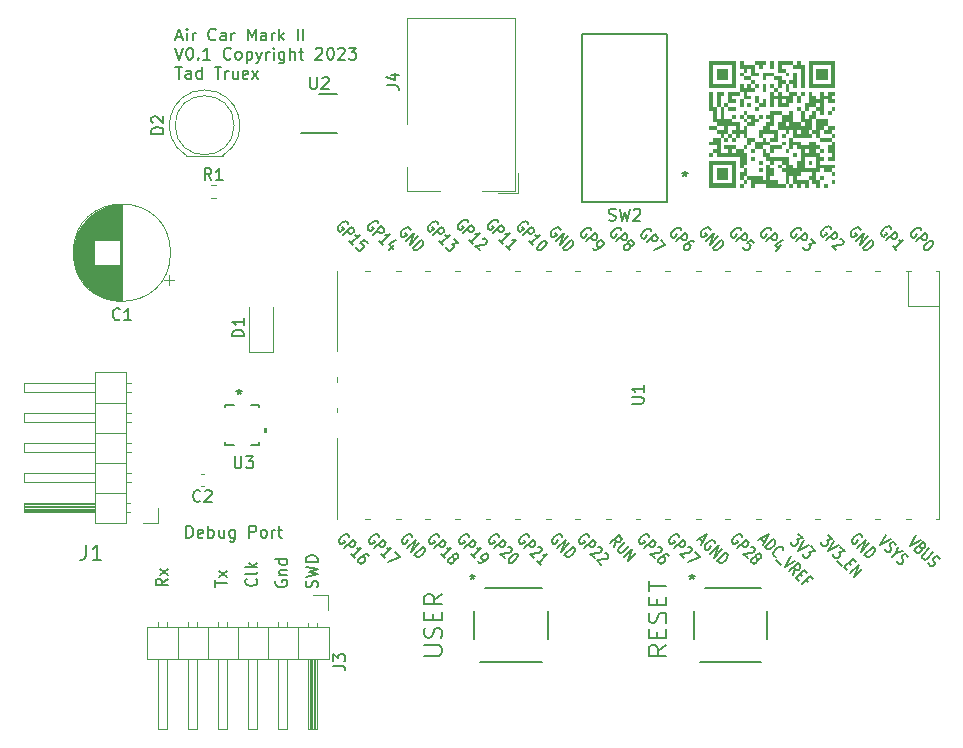
<source format=gbr>
%TF.GenerationSoftware,KiCad,Pcbnew,7.0.2-0*%
%TF.CreationDate,2023-12-18T16:01:05-05:00*%
%TF.ProjectId,AirCar-Proto,41697243-6172-42d5-9072-6f746f2e6b69,rev?*%
%TF.SameCoordinates,Original*%
%TF.FileFunction,Legend,Top*%
%TF.FilePolarity,Positive*%
%FSLAX46Y46*%
G04 Gerber Fmt 4.6, Leading zero omitted, Abs format (unit mm)*
G04 Created by KiCad (PCBNEW 7.0.2-0) date 2023-12-18 16:01:05*
%MOMM*%
%LPD*%
G01*
G04 APERTURE LIST*
%ADD10C,0.150000*%
%ADD11C,0.200000*%
%ADD12C,0.120000*%
%ADD13C,0.152400*%
G04 APERTURE END LIST*
D10*
X103200476Y-54931904D02*
X103676666Y-54931904D01*
X103105238Y-55217619D02*
X103438571Y-54217619D01*
X103438571Y-54217619D02*
X103771904Y-55217619D01*
X104105238Y-55217619D02*
X104105238Y-54550952D01*
X104105238Y-54217619D02*
X104057619Y-54265238D01*
X104057619Y-54265238D02*
X104105238Y-54312857D01*
X104105238Y-54312857D02*
X104152857Y-54265238D01*
X104152857Y-54265238D02*
X104105238Y-54217619D01*
X104105238Y-54217619D02*
X104105238Y-54312857D01*
X104581428Y-55217619D02*
X104581428Y-54550952D01*
X104581428Y-54741428D02*
X104629047Y-54646190D01*
X104629047Y-54646190D02*
X104676666Y-54598571D01*
X104676666Y-54598571D02*
X104771904Y-54550952D01*
X104771904Y-54550952D02*
X104867142Y-54550952D01*
X106533809Y-55122380D02*
X106486190Y-55170000D01*
X106486190Y-55170000D02*
X106343333Y-55217619D01*
X106343333Y-55217619D02*
X106248095Y-55217619D01*
X106248095Y-55217619D02*
X106105238Y-55170000D01*
X106105238Y-55170000D02*
X106010000Y-55074761D01*
X106010000Y-55074761D02*
X105962381Y-54979523D01*
X105962381Y-54979523D02*
X105914762Y-54789047D01*
X105914762Y-54789047D02*
X105914762Y-54646190D01*
X105914762Y-54646190D02*
X105962381Y-54455714D01*
X105962381Y-54455714D02*
X106010000Y-54360476D01*
X106010000Y-54360476D02*
X106105238Y-54265238D01*
X106105238Y-54265238D02*
X106248095Y-54217619D01*
X106248095Y-54217619D02*
X106343333Y-54217619D01*
X106343333Y-54217619D02*
X106486190Y-54265238D01*
X106486190Y-54265238D02*
X106533809Y-54312857D01*
X107390952Y-55217619D02*
X107390952Y-54693809D01*
X107390952Y-54693809D02*
X107343333Y-54598571D01*
X107343333Y-54598571D02*
X107248095Y-54550952D01*
X107248095Y-54550952D02*
X107057619Y-54550952D01*
X107057619Y-54550952D02*
X106962381Y-54598571D01*
X107390952Y-55170000D02*
X107295714Y-55217619D01*
X107295714Y-55217619D02*
X107057619Y-55217619D01*
X107057619Y-55217619D02*
X106962381Y-55170000D01*
X106962381Y-55170000D02*
X106914762Y-55074761D01*
X106914762Y-55074761D02*
X106914762Y-54979523D01*
X106914762Y-54979523D02*
X106962381Y-54884285D01*
X106962381Y-54884285D02*
X107057619Y-54836666D01*
X107057619Y-54836666D02*
X107295714Y-54836666D01*
X107295714Y-54836666D02*
X107390952Y-54789047D01*
X107867143Y-55217619D02*
X107867143Y-54550952D01*
X107867143Y-54741428D02*
X107914762Y-54646190D01*
X107914762Y-54646190D02*
X107962381Y-54598571D01*
X107962381Y-54598571D02*
X108057619Y-54550952D01*
X108057619Y-54550952D02*
X108152857Y-54550952D01*
X109248096Y-55217619D02*
X109248096Y-54217619D01*
X109248096Y-54217619D02*
X109581429Y-54931904D01*
X109581429Y-54931904D02*
X109914762Y-54217619D01*
X109914762Y-54217619D02*
X109914762Y-55217619D01*
X110819524Y-55217619D02*
X110819524Y-54693809D01*
X110819524Y-54693809D02*
X110771905Y-54598571D01*
X110771905Y-54598571D02*
X110676667Y-54550952D01*
X110676667Y-54550952D02*
X110486191Y-54550952D01*
X110486191Y-54550952D02*
X110390953Y-54598571D01*
X110819524Y-55170000D02*
X110724286Y-55217619D01*
X110724286Y-55217619D02*
X110486191Y-55217619D01*
X110486191Y-55217619D02*
X110390953Y-55170000D01*
X110390953Y-55170000D02*
X110343334Y-55074761D01*
X110343334Y-55074761D02*
X110343334Y-54979523D01*
X110343334Y-54979523D02*
X110390953Y-54884285D01*
X110390953Y-54884285D02*
X110486191Y-54836666D01*
X110486191Y-54836666D02*
X110724286Y-54836666D01*
X110724286Y-54836666D02*
X110819524Y-54789047D01*
X111295715Y-55217619D02*
X111295715Y-54550952D01*
X111295715Y-54741428D02*
X111343334Y-54646190D01*
X111343334Y-54646190D02*
X111390953Y-54598571D01*
X111390953Y-54598571D02*
X111486191Y-54550952D01*
X111486191Y-54550952D02*
X111581429Y-54550952D01*
X111914763Y-55217619D02*
X111914763Y-54217619D01*
X112010001Y-54836666D02*
X112295715Y-55217619D01*
X112295715Y-54550952D02*
X111914763Y-54931904D01*
X113486192Y-55217619D02*
X113486192Y-54217619D01*
X113962382Y-55217619D02*
X113962382Y-54217619D01*
X103105238Y-55837619D02*
X103438571Y-56837619D01*
X103438571Y-56837619D02*
X103771904Y-55837619D01*
X104295714Y-55837619D02*
X104390952Y-55837619D01*
X104390952Y-55837619D02*
X104486190Y-55885238D01*
X104486190Y-55885238D02*
X104533809Y-55932857D01*
X104533809Y-55932857D02*
X104581428Y-56028095D01*
X104581428Y-56028095D02*
X104629047Y-56218571D01*
X104629047Y-56218571D02*
X104629047Y-56456666D01*
X104629047Y-56456666D02*
X104581428Y-56647142D01*
X104581428Y-56647142D02*
X104533809Y-56742380D01*
X104533809Y-56742380D02*
X104486190Y-56790000D01*
X104486190Y-56790000D02*
X104390952Y-56837619D01*
X104390952Y-56837619D02*
X104295714Y-56837619D01*
X104295714Y-56837619D02*
X104200476Y-56790000D01*
X104200476Y-56790000D02*
X104152857Y-56742380D01*
X104152857Y-56742380D02*
X104105238Y-56647142D01*
X104105238Y-56647142D02*
X104057619Y-56456666D01*
X104057619Y-56456666D02*
X104057619Y-56218571D01*
X104057619Y-56218571D02*
X104105238Y-56028095D01*
X104105238Y-56028095D02*
X104152857Y-55932857D01*
X104152857Y-55932857D02*
X104200476Y-55885238D01*
X104200476Y-55885238D02*
X104295714Y-55837619D01*
X105057619Y-56742380D02*
X105105238Y-56790000D01*
X105105238Y-56790000D02*
X105057619Y-56837619D01*
X105057619Y-56837619D02*
X105010000Y-56790000D01*
X105010000Y-56790000D02*
X105057619Y-56742380D01*
X105057619Y-56742380D02*
X105057619Y-56837619D01*
X106057618Y-56837619D02*
X105486190Y-56837619D01*
X105771904Y-56837619D02*
X105771904Y-55837619D01*
X105771904Y-55837619D02*
X105676666Y-55980476D01*
X105676666Y-55980476D02*
X105581428Y-56075714D01*
X105581428Y-56075714D02*
X105486190Y-56123333D01*
X107819523Y-56742380D02*
X107771904Y-56790000D01*
X107771904Y-56790000D02*
X107629047Y-56837619D01*
X107629047Y-56837619D02*
X107533809Y-56837619D01*
X107533809Y-56837619D02*
X107390952Y-56790000D01*
X107390952Y-56790000D02*
X107295714Y-56694761D01*
X107295714Y-56694761D02*
X107248095Y-56599523D01*
X107248095Y-56599523D02*
X107200476Y-56409047D01*
X107200476Y-56409047D02*
X107200476Y-56266190D01*
X107200476Y-56266190D02*
X107248095Y-56075714D01*
X107248095Y-56075714D02*
X107295714Y-55980476D01*
X107295714Y-55980476D02*
X107390952Y-55885238D01*
X107390952Y-55885238D02*
X107533809Y-55837619D01*
X107533809Y-55837619D02*
X107629047Y-55837619D01*
X107629047Y-55837619D02*
X107771904Y-55885238D01*
X107771904Y-55885238D02*
X107819523Y-55932857D01*
X108390952Y-56837619D02*
X108295714Y-56790000D01*
X108295714Y-56790000D02*
X108248095Y-56742380D01*
X108248095Y-56742380D02*
X108200476Y-56647142D01*
X108200476Y-56647142D02*
X108200476Y-56361428D01*
X108200476Y-56361428D02*
X108248095Y-56266190D01*
X108248095Y-56266190D02*
X108295714Y-56218571D01*
X108295714Y-56218571D02*
X108390952Y-56170952D01*
X108390952Y-56170952D02*
X108533809Y-56170952D01*
X108533809Y-56170952D02*
X108629047Y-56218571D01*
X108629047Y-56218571D02*
X108676666Y-56266190D01*
X108676666Y-56266190D02*
X108724285Y-56361428D01*
X108724285Y-56361428D02*
X108724285Y-56647142D01*
X108724285Y-56647142D02*
X108676666Y-56742380D01*
X108676666Y-56742380D02*
X108629047Y-56790000D01*
X108629047Y-56790000D02*
X108533809Y-56837619D01*
X108533809Y-56837619D02*
X108390952Y-56837619D01*
X109152857Y-56170952D02*
X109152857Y-57170952D01*
X109152857Y-56218571D02*
X109248095Y-56170952D01*
X109248095Y-56170952D02*
X109438571Y-56170952D01*
X109438571Y-56170952D02*
X109533809Y-56218571D01*
X109533809Y-56218571D02*
X109581428Y-56266190D01*
X109581428Y-56266190D02*
X109629047Y-56361428D01*
X109629047Y-56361428D02*
X109629047Y-56647142D01*
X109629047Y-56647142D02*
X109581428Y-56742380D01*
X109581428Y-56742380D02*
X109533809Y-56790000D01*
X109533809Y-56790000D02*
X109438571Y-56837619D01*
X109438571Y-56837619D02*
X109248095Y-56837619D01*
X109248095Y-56837619D02*
X109152857Y-56790000D01*
X109962381Y-56170952D02*
X110200476Y-56837619D01*
X110438571Y-56170952D02*
X110200476Y-56837619D01*
X110200476Y-56837619D02*
X110105238Y-57075714D01*
X110105238Y-57075714D02*
X110057619Y-57123333D01*
X110057619Y-57123333D02*
X109962381Y-57170952D01*
X110819524Y-56837619D02*
X110819524Y-56170952D01*
X110819524Y-56361428D02*
X110867143Y-56266190D01*
X110867143Y-56266190D02*
X110914762Y-56218571D01*
X110914762Y-56218571D02*
X111010000Y-56170952D01*
X111010000Y-56170952D02*
X111105238Y-56170952D01*
X111438572Y-56837619D02*
X111438572Y-56170952D01*
X111438572Y-55837619D02*
X111390953Y-55885238D01*
X111390953Y-55885238D02*
X111438572Y-55932857D01*
X111438572Y-55932857D02*
X111486191Y-55885238D01*
X111486191Y-55885238D02*
X111438572Y-55837619D01*
X111438572Y-55837619D02*
X111438572Y-55932857D01*
X112343333Y-56170952D02*
X112343333Y-56980476D01*
X112343333Y-56980476D02*
X112295714Y-57075714D01*
X112295714Y-57075714D02*
X112248095Y-57123333D01*
X112248095Y-57123333D02*
X112152857Y-57170952D01*
X112152857Y-57170952D02*
X112010000Y-57170952D01*
X112010000Y-57170952D02*
X111914762Y-57123333D01*
X112343333Y-56790000D02*
X112248095Y-56837619D01*
X112248095Y-56837619D02*
X112057619Y-56837619D01*
X112057619Y-56837619D02*
X111962381Y-56790000D01*
X111962381Y-56790000D02*
X111914762Y-56742380D01*
X111914762Y-56742380D02*
X111867143Y-56647142D01*
X111867143Y-56647142D02*
X111867143Y-56361428D01*
X111867143Y-56361428D02*
X111914762Y-56266190D01*
X111914762Y-56266190D02*
X111962381Y-56218571D01*
X111962381Y-56218571D02*
X112057619Y-56170952D01*
X112057619Y-56170952D02*
X112248095Y-56170952D01*
X112248095Y-56170952D02*
X112343333Y-56218571D01*
X112819524Y-56837619D02*
X112819524Y-55837619D01*
X113248095Y-56837619D02*
X113248095Y-56313809D01*
X113248095Y-56313809D02*
X113200476Y-56218571D01*
X113200476Y-56218571D02*
X113105238Y-56170952D01*
X113105238Y-56170952D02*
X112962381Y-56170952D01*
X112962381Y-56170952D02*
X112867143Y-56218571D01*
X112867143Y-56218571D02*
X112819524Y-56266190D01*
X113581429Y-56170952D02*
X113962381Y-56170952D01*
X113724286Y-55837619D02*
X113724286Y-56694761D01*
X113724286Y-56694761D02*
X113771905Y-56790000D01*
X113771905Y-56790000D02*
X113867143Y-56837619D01*
X113867143Y-56837619D02*
X113962381Y-56837619D01*
X115010001Y-55932857D02*
X115057620Y-55885238D01*
X115057620Y-55885238D02*
X115152858Y-55837619D01*
X115152858Y-55837619D02*
X115390953Y-55837619D01*
X115390953Y-55837619D02*
X115486191Y-55885238D01*
X115486191Y-55885238D02*
X115533810Y-55932857D01*
X115533810Y-55932857D02*
X115581429Y-56028095D01*
X115581429Y-56028095D02*
X115581429Y-56123333D01*
X115581429Y-56123333D02*
X115533810Y-56266190D01*
X115533810Y-56266190D02*
X114962382Y-56837619D01*
X114962382Y-56837619D02*
X115581429Y-56837619D01*
X116200477Y-55837619D02*
X116295715Y-55837619D01*
X116295715Y-55837619D02*
X116390953Y-55885238D01*
X116390953Y-55885238D02*
X116438572Y-55932857D01*
X116438572Y-55932857D02*
X116486191Y-56028095D01*
X116486191Y-56028095D02*
X116533810Y-56218571D01*
X116533810Y-56218571D02*
X116533810Y-56456666D01*
X116533810Y-56456666D02*
X116486191Y-56647142D01*
X116486191Y-56647142D02*
X116438572Y-56742380D01*
X116438572Y-56742380D02*
X116390953Y-56790000D01*
X116390953Y-56790000D02*
X116295715Y-56837619D01*
X116295715Y-56837619D02*
X116200477Y-56837619D01*
X116200477Y-56837619D02*
X116105239Y-56790000D01*
X116105239Y-56790000D02*
X116057620Y-56742380D01*
X116057620Y-56742380D02*
X116010001Y-56647142D01*
X116010001Y-56647142D02*
X115962382Y-56456666D01*
X115962382Y-56456666D02*
X115962382Y-56218571D01*
X115962382Y-56218571D02*
X116010001Y-56028095D01*
X116010001Y-56028095D02*
X116057620Y-55932857D01*
X116057620Y-55932857D02*
X116105239Y-55885238D01*
X116105239Y-55885238D02*
X116200477Y-55837619D01*
X116914763Y-55932857D02*
X116962382Y-55885238D01*
X116962382Y-55885238D02*
X117057620Y-55837619D01*
X117057620Y-55837619D02*
X117295715Y-55837619D01*
X117295715Y-55837619D02*
X117390953Y-55885238D01*
X117390953Y-55885238D02*
X117438572Y-55932857D01*
X117438572Y-55932857D02*
X117486191Y-56028095D01*
X117486191Y-56028095D02*
X117486191Y-56123333D01*
X117486191Y-56123333D02*
X117438572Y-56266190D01*
X117438572Y-56266190D02*
X116867144Y-56837619D01*
X116867144Y-56837619D02*
X117486191Y-56837619D01*
X117819525Y-55837619D02*
X118438572Y-55837619D01*
X118438572Y-55837619D02*
X118105239Y-56218571D01*
X118105239Y-56218571D02*
X118248096Y-56218571D01*
X118248096Y-56218571D02*
X118343334Y-56266190D01*
X118343334Y-56266190D02*
X118390953Y-56313809D01*
X118390953Y-56313809D02*
X118438572Y-56409047D01*
X118438572Y-56409047D02*
X118438572Y-56647142D01*
X118438572Y-56647142D02*
X118390953Y-56742380D01*
X118390953Y-56742380D02*
X118343334Y-56790000D01*
X118343334Y-56790000D02*
X118248096Y-56837619D01*
X118248096Y-56837619D02*
X117962382Y-56837619D01*
X117962382Y-56837619D02*
X117867144Y-56790000D01*
X117867144Y-56790000D02*
X117819525Y-56742380D01*
X103105238Y-57457619D02*
X103676666Y-57457619D01*
X103390952Y-58457619D02*
X103390952Y-57457619D01*
X104438571Y-58457619D02*
X104438571Y-57933809D01*
X104438571Y-57933809D02*
X104390952Y-57838571D01*
X104390952Y-57838571D02*
X104295714Y-57790952D01*
X104295714Y-57790952D02*
X104105238Y-57790952D01*
X104105238Y-57790952D02*
X104010000Y-57838571D01*
X104438571Y-58410000D02*
X104343333Y-58457619D01*
X104343333Y-58457619D02*
X104105238Y-58457619D01*
X104105238Y-58457619D02*
X104010000Y-58410000D01*
X104010000Y-58410000D02*
X103962381Y-58314761D01*
X103962381Y-58314761D02*
X103962381Y-58219523D01*
X103962381Y-58219523D02*
X104010000Y-58124285D01*
X104010000Y-58124285D02*
X104105238Y-58076666D01*
X104105238Y-58076666D02*
X104343333Y-58076666D01*
X104343333Y-58076666D02*
X104438571Y-58029047D01*
X105343333Y-58457619D02*
X105343333Y-57457619D01*
X105343333Y-58410000D02*
X105248095Y-58457619D01*
X105248095Y-58457619D02*
X105057619Y-58457619D01*
X105057619Y-58457619D02*
X104962381Y-58410000D01*
X104962381Y-58410000D02*
X104914762Y-58362380D01*
X104914762Y-58362380D02*
X104867143Y-58267142D01*
X104867143Y-58267142D02*
X104867143Y-57981428D01*
X104867143Y-57981428D02*
X104914762Y-57886190D01*
X104914762Y-57886190D02*
X104962381Y-57838571D01*
X104962381Y-57838571D02*
X105057619Y-57790952D01*
X105057619Y-57790952D02*
X105248095Y-57790952D01*
X105248095Y-57790952D02*
X105343333Y-57838571D01*
X106438572Y-57457619D02*
X107010000Y-57457619D01*
X106724286Y-58457619D02*
X106724286Y-57457619D01*
X107343334Y-58457619D02*
X107343334Y-57790952D01*
X107343334Y-57981428D02*
X107390953Y-57886190D01*
X107390953Y-57886190D02*
X107438572Y-57838571D01*
X107438572Y-57838571D02*
X107533810Y-57790952D01*
X107533810Y-57790952D02*
X107629048Y-57790952D01*
X108390953Y-57790952D02*
X108390953Y-58457619D01*
X107962382Y-57790952D02*
X107962382Y-58314761D01*
X107962382Y-58314761D02*
X108010001Y-58410000D01*
X108010001Y-58410000D02*
X108105239Y-58457619D01*
X108105239Y-58457619D02*
X108248096Y-58457619D01*
X108248096Y-58457619D02*
X108343334Y-58410000D01*
X108343334Y-58410000D02*
X108390953Y-58362380D01*
X109248096Y-58410000D02*
X109152858Y-58457619D01*
X109152858Y-58457619D02*
X108962382Y-58457619D01*
X108962382Y-58457619D02*
X108867144Y-58410000D01*
X108867144Y-58410000D02*
X108819525Y-58314761D01*
X108819525Y-58314761D02*
X108819525Y-57933809D01*
X108819525Y-57933809D02*
X108867144Y-57838571D01*
X108867144Y-57838571D02*
X108962382Y-57790952D01*
X108962382Y-57790952D02*
X109152858Y-57790952D01*
X109152858Y-57790952D02*
X109248096Y-57838571D01*
X109248096Y-57838571D02*
X109295715Y-57933809D01*
X109295715Y-57933809D02*
X109295715Y-58029047D01*
X109295715Y-58029047D02*
X108819525Y-58124285D01*
X109629049Y-58457619D02*
X110152858Y-57790952D01*
X109629049Y-57790952D02*
X110152858Y-58457619D01*
D11*
X106477619Y-101474761D02*
X106477619Y-100903333D01*
X107477619Y-101189047D02*
X106477619Y-101189047D01*
X107477619Y-100665237D02*
X106810952Y-100141428D01*
X106810952Y-100665237D02*
X107477619Y-100141428D01*
X144696428Y-106445714D02*
X143982142Y-106945714D01*
X144696428Y-107302857D02*
X143196428Y-107302857D01*
X143196428Y-107302857D02*
X143196428Y-106731428D01*
X143196428Y-106731428D02*
X143267857Y-106588571D01*
X143267857Y-106588571D02*
X143339285Y-106517142D01*
X143339285Y-106517142D02*
X143482142Y-106445714D01*
X143482142Y-106445714D02*
X143696428Y-106445714D01*
X143696428Y-106445714D02*
X143839285Y-106517142D01*
X143839285Y-106517142D02*
X143910714Y-106588571D01*
X143910714Y-106588571D02*
X143982142Y-106731428D01*
X143982142Y-106731428D02*
X143982142Y-107302857D01*
X143910714Y-105802857D02*
X143910714Y-105302857D01*
X144696428Y-105088571D02*
X144696428Y-105802857D01*
X144696428Y-105802857D02*
X143196428Y-105802857D01*
X143196428Y-105802857D02*
X143196428Y-105088571D01*
X144625000Y-104517142D02*
X144696428Y-104302857D01*
X144696428Y-104302857D02*
X144696428Y-103945714D01*
X144696428Y-103945714D02*
X144625000Y-103802857D01*
X144625000Y-103802857D02*
X144553571Y-103731428D01*
X144553571Y-103731428D02*
X144410714Y-103659999D01*
X144410714Y-103659999D02*
X144267857Y-103659999D01*
X144267857Y-103659999D02*
X144125000Y-103731428D01*
X144125000Y-103731428D02*
X144053571Y-103802857D01*
X144053571Y-103802857D02*
X143982142Y-103945714D01*
X143982142Y-103945714D02*
X143910714Y-104231428D01*
X143910714Y-104231428D02*
X143839285Y-104374285D01*
X143839285Y-104374285D02*
X143767857Y-104445714D01*
X143767857Y-104445714D02*
X143625000Y-104517142D01*
X143625000Y-104517142D02*
X143482142Y-104517142D01*
X143482142Y-104517142D02*
X143339285Y-104445714D01*
X143339285Y-104445714D02*
X143267857Y-104374285D01*
X143267857Y-104374285D02*
X143196428Y-104231428D01*
X143196428Y-104231428D02*
X143196428Y-103874285D01*
X143196428Y-103874285D02*
X143267857Y-103659999D01*
X143910714Y-103017143D02*
X143910714Y-102517143D01*
X144696428Y-102302857D02*
X144696428Y-103017143D01*
X144696428Y-103017143D02*
X143196428Y-103017143D01*
X143196428Y-103017143D02*
X143196428Y-102302857D01*
X143196428Y-101874285D02*
X143196428Y-101017143D01*
X144696428Y-101445714D02*
X143196428Y-101445714D01*
D10*
X109962380Y-100790476D02*
X110010000Y-100838095D01*
X110010000Y-100838095D02*
X110057619Y-100980952D01*
X110057619Y-100980952D02*
X110057619Y-101076190D01*
X110057619Y-101076190D02*
X110010000Y-101219047D01*
X110010000Y-101219047D02*
X109914761Y-101314285D01*
X109914761Y-101314285D02*
X109819523Y-101361904D01*
X109819523Y-101361904D02*
X109629047Y-101409523D01*
X109629047Y-101409523D02*
X109486190Y-101409523D01*
X109486190Y-101409523D02*
X109295714Y-101361904D01*
X109295714Y-101361904D02*
X109200476Y-101314285D01*
X109200476Y-101314285D02*
X109105238Y-101219047D01*
X109105238Y-101219047D02*
X109057619Y-101076190D01*
X109057619Y-101076190D02*
X109057619Y-100980952D01*
X109057619Y-100980952D02*
X109105238Y-100838095D01*
X109105238Y-100838095D02*
X109152857Y-100790476D01*
X110057619Y-100219047D02*
X110010000Y-100314285D01*
X110010000Y-100314285D02*
X109914761Y-100361904D01*
X109914761Y-100361904D02*
X109057619Y-100361904D01*
X110057619Y-99838094D02*
X109057619Y-99838094D01*
X109676666Y-99742856D02*
X110057619Y-99457142D01*
X109390952Y-99457142D02*
X109771904Y-99838094D01*
D11*
X124196428Y-107302857D02*
X125410714Y-107302857D01*
X125410714Y-107302857D02*
X125553571Y-107231428D01*
X125553571Y-107231428D02*
X125625000Y-107160000D01*
X125625000Y-107160000D02*
X125696428Y-107017142D01*
X125696428Y-107017142D02*
X125696428Y-106731428D01*
X125696428Y-106731428D02*
X125625000Y-106588571D01*
X125625000Y-106588571D02*
X125553571Y-106517142D01*
X125553571Y-106517142D02*
X125410714Y-106445714D01*
X125410714Y-106445714D02*
X124196428Y-106445714D01*
X125625000Y-105802856D02*
X125696428Y-105588571D01*
X125696428Y-105588571D02*
X125696428Y-105231428D01*
X125696428Y-105231428D02*
X125625000Y-105088571D01*
X125625000Y-105088571D02*
X125553571Y-105017142D01*
X125553571Y-105017142D02*
X125410714Y-104945713D01*
X125410714Y-104945713D02*
X125267857Y-104945713D01*
X125267857Y-104945713D02*
X125125000Y-105017142D01*
X125125000Y-105017142D02*
X125053571Y-105088571D01*
X125053571Y-105088571D02*
X124982142Y-105231428D01*
X124982142Y-105231428D02*
X124910714Y-105517142D01*
X124910714Y-105517142D02*
X124839285Y-105659999D01*
X124839285Y-105659999D02*
X124767857Y-105731428D01*
X124767857Y-105731428D02*
X124625000Y-105802856D01*
X124625000Y-105802856D02*
X124482142Y-105802856D01*
X124482142Y-105802856D02*
X124339285Y-105731428D01*
X124339285Y-105731428D02*
X124267857Y-105659999D01*
X124267857Y-105659999D02*
X124196428Y-105517142D01*
X124196428Y-105517142D02*
X124196428Y-105159999D01*
X124196428Y-105159999D02*
X124267857Y-104945713D01*
X124910714Y-104302857D02*
X124910714Y-103802857D01*
X125696428Y-103588571D02*
X125696428Y-104302857D01*
X125696428Y-104302857D02*
X124196428Y-104302857D01*
X124196428Y-104302857D02*
X124196428Y-103588571D01*
X125696428Y-102088571D02*
X124982142Y-102588571D01*
X125696428Y-102945714D02*
X124196428Y-102945714D01*
X124196428Y-102945714D02*
X124196428Y-102374285D01*
X124196428Y-102374285D02*
X124267857Y-102231428D01*
X124267857Y-102231428D02*
X124339285Y-102159999D01*
X124339285Y-102159999D02*
X124482142Y-102088571D01*
X124482142Y-102088571D02*
X124696428Y-102088571D01*
X124696428Y-102088571D02*
X124839285Y-102159999D01*
X124839285Y-102159999D02*
X124910714Y-102231428D01*
X124910714Y-102231428D02*
X124982142Y-102374285D01*
X124982142Y-102374285D02*
X124982142Y-102945714D01*
X104058095Y-97317619D02*
X104058095Y-96317619D01*
X104058095Y-96317619D02*
X104296190Y-96317619D01*
X104296190Y-96317619D02*
X104439047Y-96365238D01*
X104439047Y-96365238D02*
X104534285Y-96460476D01*
X104534285Y-96460476D02*
X104581904Y-96555714D01*
X104581904Y-96555714D02*
X104629523Y-96746190D01*
X104629523Y-96746190D02*
X104629523Y-96889047D01*
X104629523Y-96889047D02*
X104581904Y-97079523D01*
X104581904Y-97079523D02*
X104534285Y-97174761D01*
X104534285Y-97174761D02*
X104439047Y-97270000D01*
X104439047Y-97270000D02*
X104296190Y-97317619D01*
X104296190Y-97317619D02*
X104058095Y-97317619D01*
X105439047Y-97270000D02*
X105343809Y-97317619D01*
X105343809Y-97317619D02*
X105153333Y-97317619D01*
X105153333Y-97317619D02*
X105058095Y-97270000D01*
X105058095Y-97270000D02*
X105010476Y-97174761D01*
X105010476Y-97174761D02*
X105010476Y-96793809D01*
X105010476Y-96793809D02*
X105058095Y-96698571D01*
X105058095Y-96698571D02*
X105153333Y-96650952D01*
X105153333Y-96650952D02*
X105343809Y-96650952D01*
X105343809Y-96650952D02*
X105439047Y-96698571D01*
X105439047Y-96698571D02*
X105486666Y-96793809D01*
X105486666Y-96793809D02*
X105486666Y-96889047D01*
X105486666Y-96889047D02*
X105010476Y-96984285D01*
X105915238Y-97317619D02*
X105915238Y-96317619D01*
X105915238Y-96698571D02*
X106010476Y-96650952D01*
X106010476Y-96650952D02*
X106200952Y-96650952D01*
X106200952Y-96650952D02*
X106296190Y-96698571D01*
X106296190Y-96698571D02*
X106343809Y-96746190D01*
X106343809Y-96746190D02*
X106391428Y-96841428D01*
X106391428Y-96841428D02*
X106391428Y-97127142D01*
X106391428Y-97127142D02*
X106343809Y-97222380D01*
X106343809Y-97222380D02*
X106296190Y-97270000D01*
X106296190Y-97270000D02*
X106200952Y-97317619D01*
X106200952Y-97317619D02*
X106010476Y-97317619D01*
X106010476Y-97317619D02*
X105915238Y-97270000D01*
X107248571Y-96650952D02*
X107248571Y-97317619D01*
X106820000Y-96650952D02*
X106820000Y-97174761D01*
X106820000Y-97174761D02*
X106867619Y-97270000D01*
X106867619Y-97270000D02*
X106962857Y-97317619D01*
X106962857Y-97317619D02*
X107105714Y-97317619D01*
X107105714Y-97317619D02*
X107200952Y-97270000D01*
X107200952Y-97270000D02*
X107248571Y-97222380D01*
X108153333Y-96650952D02*
X108153333Y-97460476D01*
X108153333Y-97460476D02*
X108105714Y-97555714D01*
X108105714Y-97555714D02*
X108058095Y-97603333D01*
X108058095Y-97603333D02*
X107962857Y-97650952D01*
X107962857Y-97650952D02*
X107820000Y-97650952D01*
X107820000Y-97650952D02*
X107724762Y-97603333D01*
X108153333Y-97270000D02*
X108058095Y-97317619D01*
X108058095Y-97317619D02*
X107867619Y-97317619D01*
X107867619Y-97317619D02*
X107772381Y-97270000D01*
X107772381Y-97270000D02*
X107724762Y-97222380D01*
X107724762Y-97222380D02*
X107677143Y-97127142D01*
X107677143Y-97127142D02*
X107677143Y-96841428D01*
X107677143Y-96841428D02*
X107724762Y-96746190D01*
X107724762Y-96746190D02*
X107772381Y-96698571D01*
X107772381Y-96698571D02*
X107867619Y-96650952D01*
X107867619Y-96650952D02*
X108058095Y-96650952D01*
X108058095Y-96650952D02*
X108153333Y-96698571D01*
X109391429Y-97317619D02*
X109391429Y-96317619D01*
X109391429Y-96317619D02*
X109772381Y-96317619D01*
X109772381Y-96317619D02*
X109867619Y-96365238D01*
X109867619Y-96365238D02*
X109915238Y-96412857D01*
X109915238Y-96412857D02*
X109962857Y-96508095D01*
X109962857Y-96508095D02*
X109962857Y-96650952D01*
X109962857Y-96650952D02*
X109915238Y-96746190D01*
X109915238Y-96746190D02*
X109867619Y-96793809D01*
X109867619Y-96793809D02*
X109772381Y-96841428D01*
X109772381Y-96841428D02*
X109391429Y-96841428D01*
X110534286Y-97317619D02*
X110439048Y-97270000D01*
X110439048Y-97270000D02*
X110391429Y-97222380D01*
X110391429Y-97222380D02*
X110343810Y-97127142D01*
X110343810Y-97127142D02*
X110343810Y-96841428D01*
X110343810Y-96841428D02*
X110391429Y-96746190D01*
X110391429Y-96746190D02*
X110439048Y-96698571D01*
X110439048Y-96698571D02*
X110534286Y-96650952D01*
X110534286Y-96650952D02*
X110677143Y-96650952D01*
X110677143Y-96650952D02*
X110772381Y-96698571D01*
X110772381Y-96698571D02*
X110820000Y-96746190D01*
X110820000Y-96746190D02*
X110867619Y-96841428D01*
X110867619Y-96841428D02*
X110867619Y-97127142D01*
X110867619Y-97127142D02*
X110820000Y-97222380D01*
X110820000Y-97222380D02*
X110772381Y-97270000D01*
X110772381Y-97270000D02*
X110677143Y-97317619D01*
X110677143Y-97317619D02*
X110534286Y-97317619D01*
X111296191Y-97317619D02*
X111296191Y-96650952D01*
X111296191Y-96841428D02*
X111343810Y-96746190D01*
X111343810Y-96746190D02*
X111391429Y-96698571D01*
X111391429Y-96698571D02*
X111486667Y-96650952D01*
X111486667Y-96650952D02*
X111581905Y-96650952D01*
X111772382Y-96650952D02*
X112153334Y-96650952D01*
X111915239Y-96317619D02*
X111915239Y-97174761D01*
X111915239Y-97174761D02*
X111962858Y-97270000D01*
X111962858Y-97270000D02*
X112058096Y-97317619D01*
X112058096Y-97317619D02*
X112153334Y-97317619D01*
D10*
X115130000Y-101529523D02*
X115177619Y-101386666D01*
X115177619Y-101386666D02*
X115177619Y-101148571D01*
X115177619Y-101148571D02*
X115130000Y-101053333D01*
X115130000Y-101053333D02*
X115082380Y-101005714D01*
X115082380Y-101005714D02*
X114987142Y-100958095D01*
X114987142Y-100958095D02*
X114891904Y-100958095D01*
X114891904Y-100958095D02*
X114796666Y-101005714D01*
X114796666Y-101005714D02*
X114749047Y-101053333D01*
X114749047Y-101053333D02*
X114701428Y-101148571D01*
X114701428Y-101148571D02*
X114653809Y-101339047D01*
X114653809Y-101339047D02*
X114606190Y-101434285D01*
X114606190Y-101434285D02*
X114558571Y-101481904D01*
X114558571Y-101481904D02*
X114463333Y-101529523D01*
X114463333Y-101529523D02*
X114368095Y-101529523D01*
X114368095Y-101529523D02*
X114272857Y-101481904D01*
X114272857Y-101481904D02*
X114225238Y-101434285D01*
X114225238Y-101434285D02*
X114177619Y-101339047D01*
X114177619Y-101339047D02*
X114177619Y-101100952D01*
X114177619Y-101100952D02*
X114225238Y-100958095D01*
X114177619Y-100624761D02*
X115177619Y-100386666D01*
X115177619Y-100386666D02*
X114463333Y-100196190D01*
X114463333Y-100196190D02*
X115177619Y-100005714D01*
X115177619Y-100005714D02*
X114177619Y-99767619D01*
X115177619Y-99386666D02*
X114177619Y-99386666D01*
X114177619Y-99386666D02*
X114177619Y-99148571D01*
X114177619Y-99148571D02*
X114225238Y-99005714D01*
X114225238Y-99005714D02*
X114320476Y-98910476D01*
X114320476Y-98910476D02*
X114415714Y-98862857D01*
X114415714Y-98862857D02*
X114606190Y-98815238D01*
X114606190Y-98815238D02*
X114749047Y-98815238D01*
X114749047Y-98815238D02*
X114939523Y-98862857D01*
X114939523Y-98862857D02*
X115034761Y-98910476D01*
X115034761Y-98910476D02*
X115130000Y-99005714D01*
X115130000Y-99005714D02*
X115177619Y-99148571D01*
X115177619Y-99148571D02*
X115177619Y-99386666D01*
X111645238Y-100958095D02*
X111597619Y-101053333D01*
X111597619Y-101053333D02*
X111597619Y-101196190D01*
X111597619Y-101196190D02*
X111645238Y-101339047D01*
X111645238Y-101339047D02*
X111740476Y-101434285D01*
X111740476Y-101434285D02*
X111835714Y-101481904D01*
X111835714Y-101481904D02*
X112026190Y-101529523D01*
X112026190Y-101529523D02*
X112169047Y-101529523D01*
X112169047Y-101529523D02*
X112359523Y-101481904D01*
X112359523Y-101481904D02*
X112454761Y-101434285D01*
X112454761Y-101434285D02*
X112550000Y-101339047D01*
X112550000Y-101339047D02*
X112597619Y-101196190D01*
X112597619Y-101196190D02*
X112597619Y-101100952D01*
X112597619Y-101100952D02*
X112550000Y-100958095D01*
X112550000Y-100958095D02*
X112502380Y-100910476D01*
X112502380Y-100910476D02*
X112169047Y-100910476D01*
X112169047Y-100910476D02*
X112169047Y-101100952D01*
X111930952Y-100481904D02*
X112597619Y-100481904D01*
X112026190Y-100481904D02*
X111978571Y-100434285D01*
X111978571Y-100434285D02*
X111930952Y-100339047D01*
X111930952Y-100339047D02*
X111930952Y-100196190D01*
X111930952Y-100196190D02*
X111978571Y-100100952D01*
X111978571Y-100100952D02*
X112073809Y-100053333D01*
X112073809Y-100053333D02*
X112597619Y-100053333D01*
X112597619Y-99148571D02*
X111597619Y-99148571D01*
X112550000Y-99148571D02*
X112597619Y-99243809D01*
X112597619Y-99243809D02*
X112597619Y-99434285D01*
X112597619Y-99434285D02*
X112550000Y-99529523D01*
X112550000Y-99529523D02*
X112502380Y-99577142D01*
X112502380Y-99577142D02*
X112407142Y-99624761D01*
X112407142Y-99624761D02*
X112121428Y-99624761D01*
X112121428Y-99624761D02*
X112026190Y-99577142D01*
X112026190Y-99577142D02*
X111978571Y-99529523D01*
X111978571Y-99529523D02*
X111930952Y-99434285D01*
X111930952Y-99434285D02*
X111930952Y-99243809D01*
X111930952Y-99243809D02*
X111978571Y-99148571D01*
D11*
X102467619Y-100790476D02*
X101991428Y-101123809D01*
X102467619Y-101361904D02*
X101467619Y-101361904D01*
X101467619Y-101361904D02*
X101467619Y-100980952D01*
X101467619Y-100980952D02*
X101515238Y-100885714D01*
X101515238Y-100885714D02*
X101562857Y-100838095D01*
X101562857Y-100838095D02*
X101658095Y-100790476D01*
X101658095Y-100790476D02*
X101800952Y-100790476D01*
X101800952Y-100790476D02*
X101896190Y-100838095D01*
X101896190Y-100838095D02*
X101943809Y-100885714D01*
X101943809Y-100885714D02*
X101991428Y-100980952D01*
X101991428Y-100980952D02*
X101991428Y-101361904D01*
X102467619Y-100457142D02*
X101800952Y-99933333D01*
X101800952Y-100457142D02*
X102467619Y-99933333D01*
D10*
%TO.C,D1*%
X108937619Y-80275094D02*
X107937619Y-80275094D01*
X107937619Y-80275094D02*
X107937619Y-80036999D01*
X107937619Y-80036999D02*
X107985238Y-79894142D01*
X107985238Y-79894142D02*
X108080476Y-79798904D01*
X108080476Y-79798904D02*
X108175714Y-79751285D01*
X108175714Y-79751285D02*
X108366190Y-79703666D01*
X108366190Y-79703666D02*
X108509047Y-79703666D01*
X108509047Y-79703666D02*
X108699523Y-79751285D01*
X108699523Y-79751285D02*
X108794761Y-79798904D01*
X108794761Y-79798904D02*
X108890000Y-79894142D01*
X108890000Y-79894142D02*
X108937619Y-80036999D01*
X108937619Y-80036999D02*
X108937619Y-80275094D01*
X108937619Y-78751285D02*
X108937619Y-79322713D01*
X108937619Y-79036999D02*
X107937619Y-79036999D01*
X107937619Y-79036999D02*
X108080476Y-79132237D01*
X108080476Y-79132237D02*
X108175714Y-79227475D01*
X108175714Y-79227475D02*
X108223333Y-79322713D01*
%TO.C,R1*%
X106183333Y-67042619D02*
X105850000Y-66566428D01*
X105611905Y-67042619D02*
X105611905Y-66042619D01*
X105611905Y-66042619D02*
X105992857Y-66042619D01*
X105992857Y-66042619D02*
X106088095Y-66090238D01*
X106088095Y-66090238D02*
X106135714Y-66137857D01*
X106135714Y-66137857D02*
X106183333Y-66233095D01*
X106183333Y-66233095D02*
X106183333Y-66375952D01*
X106183333Y-66375952D02*
X106135714Y-66471190D01*
X106135714Y-66471190D02*
X106088095Y-66518809D01*
X106088095Y-66518809D02*
X105992857Y-66566428D01*
X105992857Y-66566428D02*
X105611905Y-66566428D01*
X107135714Y-67042619D02*
X106564286Y-67042619D01*
X106850000Y-67042619D02*
X106850000Y-66042619D01*
X106850000Y-66042619D02*
X106754762Y-66185476D01*
X106754762Y-66185476D02*
X106659524Y-66280714D01*
X106659524Y-66280714D02*
X106564286Y-66328333D01*
%TO.C,J1*%
X95571667Y-97912526D02*
X95571667Y-98819669D01*
X95571667Y-98819669D02*
X95511190Y-99001097D01*
X95511190Y-99001097D02*
X95390238Y-99122050D01*
X95390238Y-99122050D02*
X95208809Y-99182526D01*
X95208809Y-99182526D02*
X95087857Y-99182526D01*
X96841667Y-99182526D02*
X96115952Y-99182526D01*
X96478809Y-99182526D02*
X96478809Y-97912526D01*
X96478809Y-97912526D02*
X96357857Y-98093954D01*
X96357857Y-98093954D02*
X96236905Y-98214907D01*
X96236905Y-98214907D02*
X96115952Y-98275383D01*
%TO.C,U1*%
X141762619Y-85981904D02*
X142572142Y-85981904D01*
X142572142Y-85981904D02*
X142667380Y-85934285D01*
X142667380Y-85934285D02*
X142715000Y-85886666D01*
X142715000Y-85886666D02*
X142762619Y-85791428D01*
X142762619Y-85791428D02*
X142762619Y-85600952D01*
X142762619Y-85600952D02*
X142715000Y-85505714D01*
X142715000Y-85505714D02*
X142667380Y-85458095D01*
X142667380Y-85458095D02*
X142572142Y-85410476D01*
X142572142Y-85410476D02*
X141762619Y-85410476D01*
X142762619Y-84410476D02*
X142762619Y-84981904D01*
X142762619Y-84696190D02*
X141762619Y-84696190D01*
X141762619Y-84696190D02*
X141905476Y-84791428D01*
X141905476Y-84791428D02*
X142000714Y-84886666D01*
X142000714Y-84886666D02*
X142048333Y-84981904D01*
X166252253Y-71283625D02*
X166232050Y-71196078D01*
X166232050Y-71196078D02*
X166151237Y-71115266D01*
X166151237Y-71115266D02*
X166036754Y-71068126D01*
X166036754Y-71068126D02*
X165915535Y-71081594D01*
X165915535Y-71081594D02*
X165821254Y-71122000D01*
X165821254Y-71122000D02*
X165659630Y-71229750D01*
X165659630Y-71229750D02*
X165558615Y-71330765D01*
X165558615Y-71330765D02*
X165450865Y-71492390D01*
X165450865Y-71492390D02*
X165410459Y-71586671D01*
X165410459Y-71586671D02*
X165396990Y-71707889D01*
X165396990Y-71707889D02*
X165444131Y-71822373D01*
X165444131Y-71822373D02*
X165498005Y-71876248D01*
X165498005Y-71876248D02*
X165612489Y-71923388D01*
X165612489Y-71923388D02*
X165673099Y-71916654D01*
X165673099Y-71916654D02*
X165908801Y-71680951D01*
X165908801Y-71680951D02*
X165801051Y-71573202D01*
X165848192Y-72226434D02*
X166555298Y-71519327D01*
X166555298Y-71519327D02*
X166770798Y-71734826D01*
X166770798Y-71734826D02*
X166791001Y-71822373D01*
X166791001Y-71822373D02*
X166784266Y-71882982D01*
X166784266Y-71882982D02*
X166743860Y-71977263D01*
X166743860Y-71977263D02*
X166642845Y-72078278D01*
X166642845Y-72078278D02*
X166548564Y-72118684D01*
X166548564Y-72118684D02*
X166487955Y-72125419D01*
X166487955Y-72125419D02*
X166400408Y-72105216D01*
X166400408Y-72105216D02*
X166184909Y-71889716D01*
X167228734Y-72192762D02*
X167282608Y-72246637D01*
X167282608Y-72246637D02*
X167302811Y-72334183D01*
X167302811Y-72334183D02*
X167296077Y-72394793D01*
X167296077Y-72394793D02*
X167255671Y-72489073D01*
X167255671Y-72489073D02*
X167147921Y-72650698D01*
X167147921Y-72650698D02*
X166979563Y-72819057D01*
X166979563Y-72819057D02*
X166817938Y-72926806D01*
X166817938Y-72926806D02*
X166723657Y-72967212D01*
X166723657Y-72967212D02*
X166663048Y-72973947D01*
X166663048Y-72973947D02*
X166575502Y-72953744D01*
X166575502Y-72953744D02*
X166521627Y-72899869D01*
X166521627Y-72899869D02*
X166501424Y-72812322D01*
X166501424Y-72812322D02*
X166508158Y-72751713D01*
X166508158Y-72751713D02*
X166548564Y-72657432D01*
X166548564Y-72657432D02*
X166656314Y-72495808D01*
X166656314Y-72495808D02*
X166824672Y-72327449D01*
X166824672Y-72327449D02*
X166986297Y-72219699D01*
X166986297Y-72219699D02*
X167080578Y-72179293D01*
X167080578Y-72179293D02*
X167141187Y-72172559D01*
X167141187Y-72172559D02*
X167228734Y-72192762D01*
X148445315Y-71256688D02*
X148425112Y-71169141D01*
X148425112Y-71169141D02*
X148344300Y-71088329D01*
X148344300Y-71088329D02*
X148229816Y-71041188D01*
X148229816Y-71041188D02*
X148108598Y-71054657D01*
X148108598Y-71054657D02*
X148014317Y-71095063D01*
X148014317Y-71095063D02*
X147852693Y-71202813D01*
X147852693Y-71202813D02*
X147751677Y-71303828D01*
X147751677Y-71303828D02*
X147643928Y-71465452D01*
X147643928Y-71465452D02*
X147603522Y-71559733D01*
X147603522Y-71559733D02*
X147590053Y-71680952D01*
X147590053Y-71680952D02*
X147637193Y-71795436D01*
X147637193Y-71795436D02*
X147691068Y-71849310D01*
X147691068Y-71849310D02*
X147805552Y-71896451D01*
X147805552Y-71896451D02*
X147866161Y-71889716D01*
X147866161Y-71889716D02*
X148101864Y-71654014D01*
X148101864Y-71654014D02*
X147994114Y-71546265D01*
X148041254Y-72199497D02*
X148748361Y-71492390D01*
X148748361Y-71492390D02*
X148364503Y-72522745D01*
X148364503Y-72522745D02*
X149071610Y-71815639D01*
X148633877Y-72792119D02*
X149340984Y-72085012D01*
X149340984Y-72085012D02*
X149475671Y-72219699D01*
X149475671Y-72219699D02*
X149522811Y-72334183D01*
X149522811Y-72334183D02*
X149509343Y-72455402D01*
X149509343Y-72455402D02*
X149468937Y-72549683D01*
X149468937Y-72549683D02*
X149361187Y-72711307D01*
X149361187Y-72711307D02*
X149260172Y-72812322D01*
X149260172Y-72812322D02*
X149098547Y-72920072D01*
X149098547Y-72920072D02*
X149004266Y-72960478D01*
X149004266Y-72960478D02*
X148883048Y-72973947D01*
X148883048Y-72973947D02*
X148768564Y-72926806D01*
X148768564Y-72926806D02*
X148633877Y-72792119D01*
X145932253Y-71283625D02*
X145912050Y-71196078D01*
X145912050Y-71196078D02*
X145831237Y-71115266D01*
X145831237Y-71115266D02*
X145716754Y-71068126D01*
X145716754Y-71068126D02*
X145595535Y-71081594D01*
X145595535Y-71081594D02*
X145501254Y-71122000D01*
X145501254Y-71122000D02*
X145339630Y-71229750D01*
X145339630Y-71229750D02*
X145238615Y-71330765D01*
X145238615Y-71330765D02*
X145130865Y-71492390D01*
X145130865Y-71492390D02*
X145090459Y-71586671D01*
X145090459Y-71586671D02*
X145076990Y-71707889D01*
X145076990Y-71707889D02*
X145124131Y-71822373D01*
X145124131Y-71822373D02*
X145178005Y-71876248D01*
X145178005Y-71876248D02*
X145292489Y-71923388D01*
X145292489Y-71923388D02*
X145353099Y-71916654D01*
X145353099Y-71916654D02*
X145588801Y-71680951D01*
X145588801Y-71680951D02*
X145481051Y-71573202D01*
X145528192Y-72226434D02*
X146235298Y-71519327D01*
X146235298Y-71519327D02*
X146450798Y-71734826D01*
X146450798Y-71734826D02*
X146471001Y-71822373D01*
X146471001Y-71822373D02*
X146464266Y-71882982D01*
X146464266Y-71882982D02*
X146423860Y-71977263D01*
X146423860Y-71977263D02*
X146322845Y-72078278D01*
X146322845Y-72078278D02*
X146228564Y-72118684D01*
X146228564Y-72118684D02*
X146167955Y-72125419D01*
X146167955Y-72125419D02*
X146080408Y-72105216D01*
X146080408Y-72105216D02*
X145864909Y-71889716D01*
X147043421Y-72327449D02*
X146935671Y-72219699D01*
X146935671Y-72219699D02*
X146848124Y-72199496D01*
X146848124Y-72199496D02*
X146787515Y-72206231D01*
X146787515Y-72206231D02*
X146632625Y-72253371D01*
X146632625Y-72253371D02*
X146471001Y-72361121D01*
X146471001Y-72361121D02*
X146201627Y-72630495D01*
X146201627Y-72630495D02*
X146161221Y-72724776D01*
X146161221Y-72724776D02*
X146154486Y-72785385D01*
X146154486Y-72785385D02*
X146174689Y-72872931D01*
X146174689Y-72872931D02*
X146282439Y-72980681D01*
X146282439Y-72980681D02*
X146369985Y-73000884D01*
X146369985Y-73000884D02*
X146430595Y-72994150D01*
X146430595Y-72994150D02*
X146524876Y-72953744D01*
X146524876Y-72953744D02*
X146693234Y-72785385D01*
X146693234Y-72785385D02*
X146733640Y-72691104D01*
X146733640Y-72691104D02*
X146740375Y-72630495D01*
X146740375Y-72630495D02*
X146720172Y-72542948D01*
X146720172Y-72542948D02*
X146612422Y-72435199D01*
X146612422Y-72435199D02*
X146524876Y-72414996D01*
X146524876Y-72414996D02*
X146464266Y-72421730D01*
X146464266Y-72421730D02*
X146369985Y-72462136D01*
X138312253Y-71283625D02*
X138292050Y-71196078D01*
X138292050Y-71196078D02*
X138211237Y-71115266D01*
X138211237Y-71115266D02*
X138096754Y-71068126D01*
X138096754Y-71068126D02*
X137975535Y-71081594D01*
X137975535Y-71081594D02*
X137881254Y-71122000D01*
X137881254Y-71122000D02*
X137719630Y-71229750D01*
X137719630Y-71229750D02*
X137618615Y-71330765D01*
X137618615Y-71330765D02*
X137510865Y-71492390D01*
X137510865Y-71492390D02*
X137470459Y-71586671D01*
X137470459Y-71586671D02*
X137456990Y-71707889D01*
X137456990Y-71707889D02*
X137504131Y-71822373D01*
X137504131Y-71822373D02*
X137558005Y-71876248D01*
X137558005Y-71876248D02*
X137672489Y-71923388D01*
X137672489Y-71923388D02*
X137733099Y-71916654D01*
X137733099Y-71916654D02*
X137968801Y-71680951D01*
X137968801Y-71680951D02*
X137861051Y-71573202D01*
X137908192Y-72226434D02*
X138615298Y-71519327D01*
X138615298Y-71519327D02*
X138830798Y-71734826D01*
X138830798Y-71734826D02*
X138851001Y-71822373D01*
X138851001Y-71822373D02*
X138844266Y-71882982D01*
X138844266Y-71882982D02*
X138803860Y-71977263D01*
X138803860Y-71977263D02*
X138702845Y-72078278D01*
X138702845Y-72078278D02*
X138608564Y-72118684D01*
X138608564Y-72118684D02*
X138547955Y-72125419D01*
X138547955Y-72125419D02*
X138460408Y-72105216D01*
X138460408Y-72105216D02*
X138244909Y-71889716D01*
X138500815Y-72819057D02*
X138608564Y-72926806D01*
X138608564Y-72926806D02*
X138696111Y-72947009D01*
X138696111Y-72947009D02*
X138756720Y-72940275D01*
X138756720Y-72940275D02*
X138911610Y-72893135D01*
X138911610Y-72893135D02*
X139073234Y-72785385D01*
X139073234Y-72785385D02*
X139342608Y-72516011D01*
X139342608Y-72516011D02*
X139383014Y-72421730D01*
X139383014Y-72421730D02*
X139389749Y-72361121D01*
X139389749Y-72361121D02*
X139369546Y-72273574D01*
X139369546Y-72273574D02*
X139261796Y-72165825D01*
X139261796Y-72165825D02*
X139174250Y-72145622D01*
X139174250Y-72145622D02*
X139113640Y-72152356D01*
X139113640Y-72152356D02*
X139019359Y-72192762D01*
X139019359Y-72192762D02*
X138851001Y-72361121D01*
X138851001Y-72361121D02*
X138810595Y-72455402D01*
X138810595Y-72455402D02*
X138803860Y-72516011D01*
X138803860Y-72516011D02*
X138824063Y-72603557D01*
X138824063Y-72603557D02*
X138931813Y-72711307D01*
X138931813Y-72711307D02*
X139019359Y-72731510D01*
X139019359Y-72731510D02*
X139079969Y-72724776D01*
X139079969Y-72724776D02*
X139174250Y-72684370D01*
X117722878Y-70760250D02*
X117702675Y-70672704D01*
X117702675Y-70672704D02*
X117621863Y-70591892D01*
X117621863Y-70591892D02*
X117507379Y-70544751D01*
X117507379Y-70544751D02*
X117386161Y-70558220D01*
X117386161Y-70558220D02*
X117291880Y-70598626D01*
X117291880Y-70598626D02*
X117130255Y-70706376D01*
X117130255Y-70706376D02*
X117029240Y-70807391D01*
X117029240Y-70807391D02*
X116921491Y-70969015D01*
X116921491Y-70969015D02*
X116881084Y-71063296D01*
X116881084Y-71063296D02*
X116867616Y-71184514D01*
X116867616Y-71184514D02*
X116914756Y-71298998D01*
X116914756Y-71298998D02*
X116968631Y-71352873D01*
X116968631Y-71352873D02*
X117083115Y-71400014D01*
X117083115Y-71400014D02*
X117143724Y-71393279D01*
X117143724Y-71393279D02*
X117379426Y-71157577D01*
X117379426Y-71157577D02*
X117271677Y-71049827D01*
X117318817Y-71703059D02*
X118025924Y-70995953D01*
X118025924Y-70995953D02*
X118241423Y-71211452D01*
X118241423Y-71211452D02*
X118261626Y-71298998D01*
X118261626Y-71298998D02*
X118254892Y-71359608D01*
X118254892Y-71359608D02*
X118214486Y-71453888D01*
X118214486Y-71453888D02*
X118113471Y-71554904D01*
X118113471Y-71554904D02*
X118019190Y-71595310D01*
X118019190Y-71595310D02*
X117958581Y-71602044D01*
X117958581Y-71602044D02*
X117871034Y-71581841D01*
X117871034Y-71581841D02*
X117655535Y-71366342D01*
X118180814Y-72565056D02*
X117857565Y-72241807D01*
X118019190Y-72403432D02*
X118726296Y-71696325D01*
X118726296Y-71696325D02*
X118571406Y-71743465D01*
X118571406Y-71743465D02*
X118450188Y-71756934D01*
X118450188Y-71756934D02*
X118362642Y-71736731D01*
X119399732Y-72369760D02*
X119130358Y-72100386D01*
X119130358Y-72100386D02*
X118766703Y-72410166D01*
X118766703Y-72410166D02*
X118827312Y-72403432D01*
X118827312Y-72403432D02*
X118914858Y-72423635D01*
X118914858Y-72423635D02*
X119049545Y-72558322D01*
X119049545Y-72558322D02*
X119069748Y-72645869D01*
X119069748Y-72645869D02*
X119063014Y-72706478D01*
X119063014Y-72706478D02*
X119022608Y-72800759D01*
X119022608Y-72800759D02*
X118854249Y-72969117D01*
X118854249Y-72969117D02*
X118759968Y-73009524D01*
X118759968Y-73009524D02*
X118699359Y-73016258D01*
X118699359Y-73016258D02*
X118611813Y-72996055D01*
X118611813Y-72996055D02*
X118477126Y-72861368D01*
X118477126Y-72861368D02*
X118456923Y-72773821D01*
X118456923Y-72773821D02*
X118463657Y-72713212D01*
X153552253Y-71283625D02*
X153532050Y-71196078D01*
X153532050Y-71196078D02*
X153451237Y-71115266D01*
X153451237Y-71115266D02*
X153336754Y-71068126D01*
X153336754Y-71068126D02*
X153215535Y-71081594D01*
X153215535Y-71081594D02*
X153121254Y-71122000D01*
X153121254Y-71122000D02*
X152959630Y-71229750D01*
X152959630Y-71229750D02*
X152858615Y-71330765D01*
X152858615Y-71330765D02*
X152750865Y-71492390D01*
X152750865Y-71492390D02*
X152710459Y-71586671D01*
X152710459Y-71586671D02*
X152696990Y-71707889D01*
X152696990Y-71707889D02*
X152744131Y-71822373D01*
X152744131Y-71822373D02*
X152798005Y-71876248D01*
X152798005Y-71876248D02*
X152912489Y-71923388D01*
X152912489Y-71923388D02*
X152973099Y-71916654D01*
X152973099Y-71916654D02*
X153208801Y-71680951D01*
X153208801Y-71680951D02*
X153101051Y-71573202D01*
X153148192Y-72226434D02*
X153855298Y-71519327D01*
X153855298Y-71519327D02*
X154070798Y-71734826D01*
X154070798Y-71734826D02*
X154091001Y-71822373D01*
X154091001Y-71822373D02*
X154084266Y-71882982D01*
X154084266Y-71882982D02*
X154043860Y-71977263D01*
X154043860Y-71977263D02*
X153942845Y-72078278D01*
X153942845Y-72078278D02*
X153848564Y-72118684D01*
X153848564Y-72118684D02*
X153787955Y-72125419D01*
X153787955Y-72125419D02*
X153700408Y-72105216D01*
X153700408Y-72105216D02*
X153484909Y-71889716D01*
X154427718Y-72563151D02*
X153956314Y-73034556D01*
X154562405Y-72159090D02*
X153922642Y-72529480D01*
X153922642Y-72529480D02*
X154272828Y-72879666D01*
X163300239Y-97070267D02*
X162781694Y-97965936D01*
X162781694Y-97965936D02*
X163677362Y-97447391D01*
X163165552Y-98282450D02*
X163212692Y-98396934D01*
X163212692Y-98396934D02*
X163347379Y-98531621D01*
X163347379Y-98531621D02*
X163434926Y-98551824D01*
X163434926Y-98551824D02*
X163495535Y-98545090D01*
X163495535Y-98545090D02*
X163589816Y-98504684D01*
X163589816Y-98504684D02*
X163657159Y-98437340D01*
X163657159Y-98437340D02*
X163697565Y-98343059D01*
X163697565Y-98343059D02*
X163704300Y-98282450D01*
X163704300Y-98282450D02*
X163684097Y-98194904D01*
X163684097Y-98194904D02*
X163610019Y-98053482D01*
X163610019Y-98053482D02*
X163589816Y-97965936D01*
X163589816Y-97965936D02*
X163596550Y-97905327D01*
X163596550Y-97905327D02*
X163636956Y-97811046D01*
X163636956Y-97811046D02*
X163704300Y-97743702D01*
X163704300Y-97743702D02*
X163798581Y-97703296D01*
X163798581Y-97703296D02*
X163859190Y-97696562D01*
X163859190Y-97696562D02*
X163946736Y-97716765D01*
X163946736Y-97716765D02*
X164081423Y-97851452D01*
X164081423Y-97851452D02*
X164128564Y-97965936D01*
X164142033Y-98652840D02*
X163805315Y-98989557D01*
X164323860Y-98093889D02*
X164142033Y-98652840D01*
X164142033Y-98652840D02*
X164700984Y-98471012D01*
X164189173Y-99306071D02*
X164236313Y-99420555D01*
X164236313Y-99420555D02*
X164371000Y-99555242D01*
X164371000Y-99555242D02*
X164458547Y-99575445D01*
X164458547Y-99575445D02*
X164519156Y-99568711D01*
X164519156Y-99568711D02*
X164613437Y-99528305D01*
X164613437Y-99528305D02*
X164680780Y-99460961D01*
X164680780Y-99460961D02*
X164721186Y-99366681D01*
X164721186Y-99366681D02*
X164727921Y-99306071D01*
X164727921Y-99306071D02*
X164707718Y-99218525D01*
X164707718Y-99218525D02*
X164633640Y-99077104D01*
X164633640Y-99077104D02*
X164613437Y-98989557D01*
X164613437Y-98989557D02*
X164620171Y-98928948D01*
X164620171Y-98928948D02*
X164660577Y-98834667D01*
X164660577Y-98834667D02*
X164727921Y-98767323D01*
X164727921Y-98767323D02*
X164822202Y-98726917D01*
X164822202Y-98726917D02*
X164882811Y-98720183D01*
X164882811Y-98720183D02*
X164970357Y-98740386D01*
X164970357Y-98740386D02*
X165105044Y-98875073D01*
X165105044Y-98875073D02*
X165152185Y-98989557D01*
X151012253Y-71283625D02*
X150992050Y-71196078D01*
X150992050Y-71196078D02*
X150911237Y-71115266D01*
X150911237Y-71115266D02*
X150796754Y-71068126D01*
X150796754Y-71068126D02*
X150675535Y-71081594D01*
X150675535Y-71081594D02*
X150581254Y-71122000D01*
X150581254Y-71122000D02*
X150419630Y-71229750D01*
X150419630Y-71229750D02*
X150318615Y-71330765D01*
X150318615Y-71330765D02*
X150210865Y-71492390D01*
X150210865Y-71492390D02*
X150170459Y-71586671D01*
X150170459Y-71586671D02*
X150156990Y-71707889D01*
X150156990Y-71707889D02*
X150204131Y-71822373D01*
X150204131Y-71822373D02*
X150258005Y-71876248D01*
X150258005Y-71876248D02*
X150372489Y-71923388D01*
X150372489Y-71923388D02*
X150433099Y-71916654D01*
X150433099Y-71916654D02*
X150668801Y-71680951D01*
X150668801Y-71680951D02*
X150561051Y-71573202D01*
X150608192Y-72226434D02*
X151315298Y-71519327D01*
X151315298Y-71519327D02*
X151530798Y-71734826D01*
X151530798Y-71734826D02*
X151551001Y-71822373D01*
X151551001Y-71822373D02*
X151544266Y-71882982D01*
X151544266Y-71882982D02*
X151503860Y-71977263D01*
X151503860Y-71977263D02*
X151402845Y-72078278D01*
X151402845Y-72078278D02*
X151308564Y-72118684D01*
X151308564Y-72118684D02*
X151247955Y-72125419D01*
X151247955Y-72125419D02*
X151160408Y-72105216D01*
X151160408Y-72105216D02*
X150944909Y-71889716D01*
X152150358Y-72354386D02*
X151880984Y-72085012D01*
X151880984Y-72085012D02*
X151517329Y-72394793D01*
X151517329Y-72394793D02*
X151577938Y-72388058D01*
X151577938Y-72388058D02*
X151665485Y-72408261D01*
X151665485Y-72408261D02*
X151800172Y-72542948D01*
X151800172Y-72542948D02*
X151820375Y-72630495D01*
X151820375Y-72630495D02*
X151813640Y-72691104D01*
X151813640Y-72691104D02*
X151773234Y-72785385D01*
X151773234Y-72785385D02*
X151604876Y-72953744D01*
X151604876Y-72953744D02*
X151510595Y-72994150D01*
X151510595Y-72994150D02*
X151449985Y-73000884D01*
X151449985Y-73000884D02*
X151362439Y-72980681D01*
X151362439Y-72980681D02*
X151227752Y-72845994D01*
X151227752Y-72845994D02*
X151207549Y-72758448D01*
X151207549Y-72758448D02*
X151214283Y-72697838D01*
X158411897Y-97071926D02*
X158762083Y-97422112D01*
X158762083Y-97422112D02*
X158304147Y-97502924D01*
X158304147Y-97502924D02*
X158384960Y-97583736D01*
X158384960Y-97583736D02*
X158405163Y-97671283D01*
X158405163Y-97671283D02*
X158398428Y-97731892D01*
X158398428Y-97731892D02*
X158358022Y-97826173D01*
X158358022Y-97826173D02*
X158189663Y-97994532D01*
X158189663Y-97994532D02*
X158095383Y-98034938D01*
X158095383Y-98034938D02*
X158034773Y-98041672D01*
X158034773Y-98041672D02*
X157947227Y-98021469D01*
X157947227Y-98021469D02*
X157785602Y-97859845D01*
X157785602Y-97859845D02*
X157765399Y-97772298D01*
X157765399Y-97772298D02*
X157772134Y-97711689D01*
X158923708Y-97583736D02*
X158405163Y-98479405D01*
X158405163Y-98479405D02*
X159300831Y-97960860D01*
X159435518Y-98095547D02*
X159785704Y-98445733D01*
X159785704Y-98445733D02*
X159327769Y-98526545D01*
X159327769Y-98526545D02*
X159408581Y-98607357D01*
X159408581Y-98607357D02*
X159428784Y-98694904D01*
X159428784Y-98694904D02*
X159422049Y-98755513D01*
X159422049Y-98755513D02*
X159381643Y-98849794D01*
X159381643Y-98849794D02*
X159213285Y-99018153D01*
X159213285Y-99018153D02*
X159119004Y-99058559D01*
X159119004Y-99058559D02*
X159058395Y-99065293D01*
X159058395Y-99065293D02*
X158970848Y-99045090D01*
X158970848Y-99045090D02*
X158809224Y-98883466D01*
X158809224Y-98883466D02*
X158789021Y-98795919D01*
X158789021Y-98795919D02*
X158795755Y-98735310D01*
X159119004Y-99327933D02*
X159550002Y-99758931D01*
X160122422Y-99455886D02*
X160310984Y-99644448D01*
X160021407Y-100095649D02*
X159752033Y-99826275D01*
X159752033Y-99826275D02*
X160459140Y-99119168D01*
X160459140Y-99119168D02*
X160728514Y-99388542D01*
X160263844Y-100338086D02*
X160970951Y-99630979D01*
X160970951Y-99630979D02*
X160587093Y-100661335D01*
X160587093Y-100661335D02*
X161294200Y-99954228D01*
X125462878Y-97254250D02*
X125442675Y-97166704D01*
X125442675Y-97166704D02*
X125361863Y-97085892D01*
X125361863Y-97085892D02*
X125247379Y-97038751D01*
X125247379Y-97038751D02*
X125126161Y-97052220D01*
X125126161Y-97052220D02*
X125031880Y-97092626D01*
X125031880Y-97092626D02*
X124870255Y-97200376D01*
X124870255Y-97200376D02*
X124769240Y-97301391D01*
X124769240Y-97301391D02*
X124661491Y-97463015D01*
X124661491Y-97463015D02*
X124621084Y-97557296D01*
X124621084Y-97557296D02*
X124607616Y-97678514D01*
X124607616Y-97678514D02*
X124654756Y-97792998D01*
X124654756Y-97792998D02*
X124708631Y-97846873D01*
X124708631Y-97846873D02*
X124823115Y-97894014D01*
X124823115Y-97894014D02*
X124883724Y-97887279D01*
X124883724Y-97887279D02*
X125119426Y-97651577D01*
X125119426Y-97651577D02*
X125011677Y-97543827D01*
X125058817Y-98197059D02*
X125765924Y-97489953D01*
X125765924Y-97489953D02*
X125981423Y-97705452D01*
X125981423Y-97705452D02*
X126001626Y-97792998D01*
X126001626Y-97792998D02*
X125994892Y-97853608D01*
X125994892Y-97853608D02*
X125954486Y-97947888D01*
X125954486Y-97947888D02*
X125853471Y-98048904D01*
X125853471Y-98048904D02*
X125759190Y-98089310D01*
X125759190Y-98089310D02*
X125698581Y-98096044D01*
X125698581Y-98096044D02*
X125611034Y-98075841D01*
X125611034Y-98075841D02*
X125395535Y-97860342D01*
X125920814Y-99059056D02*
X125597565Y-98735807D01*
X125759190Y-98897432D02*
X126466296Y-98190325D01*
X126466296Y-98190325D02*
X126311406Y-98237465D01*
X126311406Y-98237465D02*
X126190188Y-98250934D01*
X126190188Y-98250934D02*
X126102642Y-98230731D01*
X126648124Y-98978244D02*
X126627921Y-98890698D01*
X126627921Y-98890698D02*
X126634655Y-98830088D01*
X126634655Y-98830088D02*
X126675061Y-98735808D01*
X126675061Y-98735808D02*
X126708733Y-98702136D01*
X126708733Y-98702136D02*
X126803014Y-98661730D01*
X126803014Y-98661730D02*
X126863623Y-98654995D01*
X126863623Y-98654995D02*
X126951170Y-98675198D01*
X126951170Y-98675198D02*
X127058919Y-98782948D01*
X127058919Y-98782948D02*
X127079123Y-98870495D01*
X127079123Y-98870495D02*
X127072388Y-98931104D01*
X127072388Y-98931104D02*
X127031982Y-99025385D01*
X127031982Y-99025385D02*
X126998310Y-99059056D01*
X126998310Y-99059056D02*
X126904029Y-99099462D01*
X126904029Y-99099462D02*
X126843420Y-99106197D01*
X126843420Y-99106197D02*
X126755874Y-99085994D01*
X126755874Y-99085994D02*
X126648124Y-98978244D01*
X126648124Y-98978244D02*
X126560578Y-98958041D01*
X126560578Y-98958041D02*
X126499968Y-98964775D01*
X126499968Y-98964775D02*
X126405687Y-99005182D01*
X126405687Y-99005182D02*
X126271000Y-99139869D01*
X126271000Y-99139869D02*
X126230594Y-99234149D01*
X126230594Y-99234149D02*
X126223860Y-99294759D01*
X126223860Y-99294759D02*
X126244063Y-99382305D01*
X126244063Y-99382305D02*
X126351813Y-99490055D01*
X126351813Y-99490055D02*
X126439359Y-99510258D01*
X126439359Y-99510258D02*
X126499968Y-99503524D01*
X126499968Y-99503524D02*
X126594249Y-99463117D01*
X126594249Y-99463117D02*
X126728936Y-99328430D01*
X126728936Y-99328430D02*
X126769342Y-99234149D01*
X126769342Y-99234149D02*
X126776077Y-99173540D01*
X126776077Y-99173540D02*
X126755874Y-99085994D01*
X155879613Y-97039641D02*
X156229799Y-97389828D01*
X156229799Y-97389828D02*
X155771863Y-97470640D01*
X155771863Y-97470640D02*
X155852675Y-97551452D01*
X155852675Y-97551452D02*
X155872878Y-97638998D01*
X155872878Y-97638998D02*
X155866144Y-97699608D01*
X155866144Y-97699608D02*
X155825738Y-97793889D01*
X155825738Y-97793889D02*
X155657379Y-97962247D01*
X155657379Y-97962247D02*
X155563098Y-98002653D01*
X155563098Y-98002653D02*
X155502489Y-98009388D01*
X155502489Y-98009388D02*
X155414943Y-97989185D01*
X155414943Y-97989185D02*
X155253318Y-97827560D01*
X155253318Y-97827560D02*
X155233115Y-97740014D01*
X155233115Y-97740014D02*
X155239849Y-97679405D01*
X156391424Y-97551452D02*
X155872879Y-98447121D01*
X155872879Y-98447121D02*
X156768547Y-97928576D01*
X156903234Y-98063262D02*
X157253420Y-98413449D01*
X157253420Y-98413449D02*
X156795484Y-98494261D01*
X156795484Y-98494261D02*
X156876297Y-98575073D01*
X156876297Y-98575073D02*
X156896500Y-98662620D01*
X156896500Y-98662620D02*
X156889765Y-98723229D01*
X156889765Y-98723229D02*
X156849359Y-98817510D01*
X156849359Y-98817510D02*
X156681000Y-98985868D01*
X156681000Y-98985868D02*
X156586719Y-99026275D01*
X156586719Y-99026275D02*
X156526110Y-99033009D01*
X156526110Y-99033009D02*
X156438564Y-99012806D01*
X156438564Y-99012806D02*
X156276939Y-98851181D01*
X156276939Y-98851181D02*
X156256736Y-98763635D01*
X156256736Y-98763635D02*
X156263471Y-98703026D01*
X128002878Y-97254250D02*
X127982675Y-97166704D01*
X127982675Y-97166704D02*
X127901863Y-97085892D01*
X127901863Y-97085892D02*
X127787379Y-97038751D01*
X127787379Y-97038751D02*
X127666161Y-97052220D01*
X127666161Y-97052220D02*
X127571880Y-97092626D01*
X127571880Y-97092626D02*
X127410255Y-97200376D01*
X127410255Y-97200376D02*
X127309240Y-97301391D01*
X127309240Y-97301391D02*
X127201491Y-97463015D01*
X127201491Y-97463015D02*
X127161084Y-97557296D01*
X127161084Y-97557296D02*
X127147616Y-97678514D01*
X127147616Y-97678514D02*
X127194756Y-97792998D01*
X127194756Y-97792998D02*
X127248631Y-97846873D01*
X127248631Y-97846873D02*
X127363115Y-97894014D01*
X127363115Y-97894014D02*
X127423724Y-97887279D01*
X127423724Y-97887279D02*
X127659426Y-97651577D01*
X127659426Y-97651577D02*
X127551677Y-97543827D01*
X127598817Y-98197059D02*
X128305924Y-97489953D01*
X128305924Y-97489953D02*
X128521423Y-97705452D01*
X128521423Y-97705452D02*
X128541626Y-97792998D01*
X128541626Y-97792998D02*
X128534892Y-97853608D01*
X128534892Y-97853608D02*
X128494486Y-97947888D01*
X128494486Y-97947888D02*
X128393471Y-98048904D01*
X128393471Y-98048904D02*
X128299190Y-98089310D01*
X128299190Y-98089310D02*
X128238581Y-98096044D01*
X128238581Y-98096044D02*
X128151034Y-98075841D01*
X128151034Y-98075841D02*
X127935535Y-97860342D01*
X128460814Y-99059056D02*
X128137565Y-98735807D01*
X128299190Y-98897432D02*
X129006296Y-98190325D01*
X129006296Y-98190325D02*
X128851406Y-98237465D01*
X128851406Y-98237465D02*
X128730188Y-98250934D01*
X128730188Y-98250934D02*
X128642642Y-98230731D01*
X128730188Y-99328430D02*
X128837938Y-99436180D01*
X128837938Y-99436180D02*
X128925484Y-99456383D01*
X128925484Y-99456383D02*
X128986094Y-99449649D01*
X128986094Y-99449649D02*
X129140984Y-99402508D01*
X129140984Y-99402508D02*
X129302608Y-99294759D01*
X129302608Y-99294759D02*
X129571982Y-99025385D01*
X129571982Y-99025385D02*
X129612388Y-98931104D01*
X129612388Y-98931104D02*
X129619123Y-98870495D01*
X129619123Y-98870495D02*
X129598919Y-98782948D01*
X129598919Y-98782948D02*
X129491170Y-98675198D01*
X129491170Y-98675198D02*
X129403623Y-98654995D01*
X129403623Y-98654995D02*
X129343014Y-98661730D01*
X129343014Y-98661730D02*
X129248733Y-98702136D01*
X129248733Y-98702136D02*
X129080374Y-98870495D01*
X129080374Y-98870495D02*
X129039968Y-98964775D01*
X129039968Y-98964775D02*
X129033234Y-99025385D01*
X129033234Y-99025385D02*
X129053437Y-99112931D01*
X129053437Y-99112931D02*
X129161187Y-99220681D01*
X129161187Y-99220681D02*
X129248733Y-99240884D01*
X129248733Y-99240884D02*
X129309342Y-99234149D01*
X129309342Y-99234149D02*
X129403623Y-99193743D01*
X151116878Y-97254250D02*
X151096675Y-97166704D01*
X151096675Y-97166704D02*
X151015863Y-97085892D01*
X151015863Y-97085892D02*
X150901379Y-97038751D01*
X150901379Y-97038751D02*
X150780161Y-97052220D01*
X150780161Y-97052220D02*
X150685880Y-97092626D01*
X150685880Y-97092626D02*
X150524255Y-97200376D01*
X150524255Y-97200376D02*
X150423240Y-97301391D01*
X150423240Y-97301391D02*
X150315491Y-97463015D01*
X150315491Y-97463015D02*
X150275084Y-97557296D01*
X150275084Y-97557296D02*
X150261616Y-97678514D01*
X150261616Y-97678514D02*
X150308756Y-97792998D01*
X150308756Y-97792998D02*
X150362631Y-97846873D01*
X150362631Y-97846873D02*
X150477115Y-97894014D01*
X150477115Y-97894014D02*
X150537724Y-97887279D01*
X150537724Y-97887279D02*
X150773426Y-97651577D01*
X150773426Y-97651577D02*
X150665677Y-97543827D01*
X150712817Y-98197059D02*
X151419924Y-97489953D01*
X151419924Y-97489953D02*
X151635423Y-97705452D01*
X151635423Y-97705452D02*
X151655626Y-97792998D01*
X151655626Y-97792998D02*
X151648892Y-97853608D01*
X151648892Y-97853608D02*
X151608486Y-97947888D01*
X151608486Y-97947888D02*
X151507471Y-98048904D01*
X151507471Y-98048904D02*
X151413190Y-98089310D01*
X151413190Y-98089310D02*
X151352581Y-98096044D01*
X151352581Y-98096044D02*
X151265034Y-98075841D01*
X151265034Y-98075841D02*
X151049535Y-97860342D01*
X151891329Y-98096044D02*
X151951938Y-98089310D01*
X151951938Y-98089310D02*
X152039484Y-98109513D01*
X152039484Y-98109513D02*
X152174171Y-98244200D01*
X152174171Y-98244200D02*
X152194374Y-98331746D01*
X152194374Y-98331746D02*
X152187640Y-98392356D01*
X152187640Y-98392356D02*
X152147234Y-98486636D01*
X152147234Y-98486636D02*
X152079890Y-98553980D01*
X152079890Y-98553980D02*
X151951938Y-98628058D01*
X151951938Y-98628058D02*
X151224628Y-98708870D01*
X151224628Y-98708870D02*
X151574814Y-99059056D01*
X152302124Y-98978244D02*
X152281921Y-98890698D01*
X152281921Y-98890698D02*
X152288655Y-98830088D01*
X152288655Y-98830088D02*
X152329061Y-98735808D01*
X152329061Y-98735808D02*
X152362733Y-98702136D01*
X152362733Y-98702136D02*
X152457014Y-98661730D01*
X152457014Y-98661730D02*
X152517623Y-98654995D01*
X152517623Y-98654995D02*
X152605170Y-98675198D01*
X152605170Y-98675198D02*
X152712919Y-98782948D01*
X152712919Y-98782948D02*
X152733123Y-98870495D01*
X152733123Y-98870495D02*
X152726388Y-98931104D01*
X152726388Y-98931104D02*
X152685982Y-99025385D01*
X152685982Y-99025385D02*
X152652310Y-99059056D01*
X152652310Y-99059056D02*
X152558029Y-99099462D01*
X152558029Y-99099462D02*
X152497420Y-99106197D01*
X152497420Y-99106197D02*
X152409874Y-99085994D01*
X152409874Y-99085994D02*
X152302124Y-98978244D01*
X152302124Y-98978244D02*
X152214578Y-98958041D01*
X152214578Y-98958041D02*
X152153968Y-98964775D01*
X152153968Y-98964775D02*
X152059687Y-99005182D01*
X152059687Y-99005182D02*
X151925000Y-99139869D01*
X151925000Y-99139869D02*
X151884594Y-99234149D01*
X151884594Y-99234149D02*
X151877860Y-99294759D01*
X151877860Y-99294759D02*
X151898063Y-99382305D01*
X151898063Y-99382305D02*
X152005813Y-99490055D01*
X152005813Y-99490055D02*
X152093359Y-99510258D01*
X152093359Y-99510258D02*
X152153968Y-99503524D01*
X152153968Y-99503524D02*
X152248249Y-99463117D01*
X152248249Y-99463117D02*
X152382936Y-99328430D01*
X152382936Y-99328430D02*
X152423342Y-99234149D01*
X152423342Y-99234149D02*
X152430077Y-99173540D01*
X152430077Y-99173540D02*
X152409874Y-99085994D01*
X123045315Y-71256688D02*
X123025112Y-71169141D01*
X123025112Y-71169141D02*
X122944300Y-71088329D01*
X122944300Y-71088329D02*
X122829816Y-71041188D01*
X122829816Y-71041188D02*
X122708598Y-71054657D01*
X122708598Y-71054657D02*
X122614317Y-71095063D01*
X122614317Y-71095063D02*
X122452693Y-71202813D01*
X122452693Y-71202813D02*
X122351677Y-71303828D01*
X122351677Y-71303828D02*
X122243928Y-71465452D01*
X122243928Y-71465452D02*
X122203522Y-71559733D01*
X122203522Y-71559733D02*
X122190053Y-71680952D01*
X122190053Y-71680952D02*
X122237193Y-71795436D01*
X122237193Y-71795436D02*
X122291068Y-71849310D01*
X122291068Y-71849310D02*
X122405552Y-71896451D01*
X122405552Y-71896451D02*
X122466161Y-71889716D01*
X122466161Y-71889716D02*
X122701864Y-71654014D01*
X122701864Y-71654014D02*
X122594114Y-71546265D01*
X122641254Y-72199497D02*
X123348361Y-71492390D01*
X123348361Y-71492390D02*
X122964503Y-72522745D01*
X122964503Y-72522745D02*
X123671610Y-71815639D01*
X123233877Y-72792119D02*
X123940984Y-72085012D01*
X123940984Y-72085012D02*
X124075671Y-72219699D01*
X124075671Y-72219699D02*
X124122811Y-72334183D01*
X124122811Y-72334183D02*
X124109343Y-72455402D01*
X124109343Y-72455402D02*
X124068937Y-72549683D01*
X124068937Y-72549683D02*
X123961187Y-72711307D01*
X123961187Y-72711307D02*
X123860172Y-72812322D01*
X123860172Y-72812322D02*
X123698547Y-72920072D01*
X123698547Y-72920072D02*
X123604266Y-72960478D01*
X123604266Y-72960478D02*
X123483048Y-72973947D01*
X123483048Y-72973947D02*
X123368564Y-72926806D01*
X123368564Y-72926806D02*
X123233877Y-72792119D01*
X117842878Y-97254250D02*
X117822675Y-97166704D01*
X117822675Y-97166704D02*
X117741863Y-97085892D01*
X117741863Y-97085892D02*
X117627379Y-97038751D01*
X117627379Y-97038751D02*
X117506161Y-97052220D01*
X117506161Y-97052220D02*
X117411880Y-97092626D01*
X117411880Y-97092626D02*
X117250255Y-97200376D01*
X117250255Y-97200376D02*
X117149240Y-97301391D01*
X117149240Y-97301391D02*
X117041491Y-97463015D01*
X117041491Y-97463015D02*
X117001084Y-97557296D01*
X117001084Y-97557296D02*
X116987616Y-97678514D01*
X116987616Y-97678514D02*
X117034756Y-97792998D01*
X117034756Y-97792998D02*
X117088631Y-97846873D01*
X117088631Y-97846873D02*
X117203115Y-97894014D01*
X117203115Y-97894014D02*
X117263724Y-97887279D01*
X117263724Y-97887279D02*
X117499426Y-97651577D01*
X117499426Y-97651577D02*
X117391677Y-97543827D01*
X117438817Y-98197059D02*
X118145924Y-97489953D01*
X118145924Y-97489953D02*
X118361423Y-97705452D01*
X118361423Y-97705452D02*
X118381626Y-97792998D01*
X118381626Y-97792998D02*
X118374892Y-97853608D01*
X118374892Y-97853608D02*
X118334486Y-97947888D01*
X118334486Y-97947888D02*
X118233471Y-98048904D01*
X118233471Y-98048904D02*
X118139190Y-98089310D01*
X118139190Y-98089310D02*
X118078581Y-98096044D01*
X118078581Y-98096044D02*
X117991034Y-98075841D01*
X117991034Y-98075841D02*
X117775535Y-97860342D01*
X118300814Y-99059056D02*
X117977565Y-98735807D01*
X118139190Y-98897432D02*
X118846296Y-98190325D01*
X118846296Y-98190325D02*
X118691406Y-98237465D01*
X118691406Y-98237465D02*
X118570188Y-98250934D01*
X118570188Y-98250934D02*
X118482642Y-98230731D01*
X119492794Y-98836823D02*
X119385045Y-98729073D01*
X119385045Y-98729073D02*
X119297498Y-98708870D01*
X119297498Y-98708870D02*
X119236889Y-98715605D01*
X119236889Y-98715605D02*
X119081999Y-98762745D01*
X119081999Y-98762745D02*
X118920374Y-98870495D01*
X118920374Y-98870495D02*
X118651000Y-99139869D01*
X118651000Y-99139869D02*
X118610594Y-99234149D01*
X118610594Y-99234149D02*
X118603860Y-99294759D01*
X118603860Y-99294759D02*
X118624063Y-99382305D01*
X118624063Y-99382305D02*
X118731813Y-99490055D01*
X118731813Y-99490055D02*
X118819359Y-99510258D01*
X118819359Y-99510258D02*
X118879968Y-99503524D01*
X118879968Y-99503524D02*
X118974249Y-99463117D01*
X118974249Y-99463117D02*
X119142608Y-99294759D01*
X119142608Y-99294759D02*
X119183014Y-99200478D01*
X119183014Y-99200478D02*
X119189748Y-99139869D01*
X119189748Y-99139869D02*
X119169545Y-99052322D01*
X119169545Y-99052322D02*
X119061796Y-98944572D01*
X119061796Y-98944572D02*
X118974249Y-98924369D01*
X118974249Y-98924369D02*
X118913640Y-98931104D01*
X118913640Y-98931104D02*
X118819359Y-98971510D01*
X163722253Y-71183625D02*
X163702050Y-71096078D01*
X163702050Y-71096078D02*
X163621237Y-71015266D01*
X163621237Y-71015266D02*
X163506754Y-70968126D01*
X163506754Y-70968126D02*
X163385535Y-70981594D01*
X163385535Y-70981594D02*
X163291254Y-71022000D01*
X163291254Y-71022000D02*
X163129630Y-71129750D01*
X163129630Y-71129750D02*
X163028615Y-71230765D01*
X163028615Y-71230765D02*
X162920865Y-71392390D01*
X162920865Y-71392390D02*
X162880459Y-71486671D01*
X162880459Y-71486671D02*
X162866990Y-71607889D01*
X162866990Y-71607889D02*
X162914131Y-71722373D01*
X162914131Y-71722373D02*
X162968005Y-71776248D01*
X162968005Y-71776248D02*
X163082489Y-71823388D01*
X163082489Y-71823388D02*
X163143099Y-71816654D01*
X163143099Y-71816654D02*
X163378801Y-71580951D01*
X163378801Y-71580951D02*
X163271051Y-71473202D01*
X163318192Y-72126434D02*
X164025298Y-71419327D01*
X164025298Y-71419327D02*
X164240798Y-71634826D01*
X164240798Y-71634826D02*
X164261001Y-71722373D01*
X164261001Y-71722373D02*
X164254266Y-71782982D01*
X164254266Y-71782982D02*
X164213860Y-71877263D01*
X164213860Y-71877263D02*
X164112845Y-71978278D01*
X164112845Y-71978278D02*
X164018564Y-72018684D01*
X164018564Y-72018684D02*
X163957955Y-72025419D01*
X163957955Y-72025419D02*
X163870408Y-72005216D01*
X163870408Y-72005216D02*
X163654909Y-71789716D01*
X164180189Y-72988431D02*
X163856940Y-72665182D01*
X164018564Y-72826806D02*
X164725671Y-72119699D01*
X164725671Y-72119699D02*
X164570781Y-72166840D01*
X164570781Y-72166840D02*
X164449563Y-72180309D01*
X164449563Y-72180309D02*
X164362016Y-72160106D01*
X125342878Y-70760250D02*
X125322675Y-70672704D01*
X125322675Y-70672704D02*
X125241863Y-70591892D01*
X125241863Y-70591892D02*
X125127379Y-70544751D01*
X125127379Y-70544751D02*
X125006161Y-70558220D01*
X125006161Y-70558220D02*
X124911880Y-70598626D01*
X124911880Y-70598626D02*
X124750255Y-70706376D01*
X124750255Y-70706376D02*
X124649240Y-70807391D01*
X124649240Y-70807391D02*
X124541491Y-70969015D01*
X124541491Y-70969015D02*
X124501084Y-71063296D01*
X124501084Y-71063296D02*
X124487616Y-71184514D01*
X124487616Y-71184514D02*
X124534756Y-71298998D01*
X124534756Y-71298998D02*
X124588631Y-71352873D01*
X124588631Y-71352873D02*
X124703115Y-71400014D01*
X124703115Y-71400014D02*
X124763724Y-71393279D01*
X124763724Y-71393279D02*
X124999426Y-71157577D01*
X124999426Y-71157577D02*
X124891677Y-71049827D01*
X124938817Y-71703059D02*
X125645924Y-70995953D01*
X125645924Y-70995953D02*
X125861423Y-71211452D01*
X125861423Y-71211452D02*
X125881626Y-71298998D01*
X125881626Y-71298998D02*
X125874892Y-71359608D01*
X125874892Y-71359608D02*
X125834486Y-71453888D01*
X125834486Y-71453888D02*
X125733471Y-71554904D01*
X125733471Y-71554904D02*
X125639190Y-71595310D01*
X125639190Y-71595310D02*
X125578581Y-71602044D01*
X125578581Y-71602044D02*
X125491034Y-71581841D01*
X125491034Y-71581841D02*
X125275535Y-71366342D01*
X125800814Y-72565056D02*
X125477565Y-72241807D01*
X125639190Y-72403432D02*
X126346296Y-71696325D01*
X126346296Y-71696325D02*
X126191406Y-71743465D01*
X126191406Y-71743465D02*
X126070188Y-71756934D01*
X126070188Y-71756934D02*
X125982642Y-71736731D01*
X126696483Y-72046511D02*
X127046669Y-72396698D01*
X127046669Y-72396698D02*
X126588733Y-72477510D01*
X126588733Y-72477510D02*
X126669545Y-72558322D01*
X126669545Y-72558322D02*
X126689748Y-72645869D01*
X126689748Y-72645869D02*
X126683014Y-72706478D01*
X126683014Y-72706478D02*
X126642608Y-72800759D01*
X126642608Y-72800759D02*
X126474249Y-72969117D01*
X126474249Y-72969117D02*
X126379968Y-73009524D01*
X126379968Y-73009524D02*
X126319359Y-73016258D01*
X126319359Y-73016258D02*
X126231813Y-72996055D01*
X126231813Y-72996055D02*
X126070188Y-72834430D01*
X126070188Y-72834430D02*
X126049985Y-72746884D01*
X126049985Y-72746884D02*
X126056720Y-72686275D01*
X158632253Y-71183625D02*
X158612050Y-71096078D01*
X158612050Y-71096078D02*
X158531237Y-71015266D01*
X158531237Y-71015266D02*
X158416754Y-70968126D01*
X158416754Y-70968126D02*
X158295535Y-70981594D01*
X158295535Y-70981594D02*
X158201254Y-71022000D01*
X158201254Y-71022000D02*
X158039630Y-71129750D01*
X158039630Y-71129750D02*
X157938615Y-71230765D01*
X157938615Y-71230765D02*
X157830865Y-71392390D01*
X157830865Y-71392390D02*
X157790459Y-71486671D01*
X157790459Y-71486671D02*
X157776990Y-71607889D01*
X157776990Y-71607889D02*
X157824131Y-71722373D01*
X157824131Y-71722373D02*
X157878005Y-71776248D01*
X157878005Y-71776248D02*
X157992489Y-71823388D01*
X157992489Y-71823388D02*
X158053099Y-71816654D01*
X158053099Y-71816654D02*
X158288801Y-71580951D01*
X158288801Y-71580951D02*
X158181051Y-71473202D01*
X158228192Y-72126434D02*
X158935298Y-71419327D01*
X158935298Y-71419327D02*
X159150798Y-71634826D01*
X159150798Y-71634826D02*
X159171001Y-71722373D01*
X159171001Y-71722373D02*
X159164266Y-71782982D01*
X159164266Y-71782982D02*
X159123860Y-71877263D01*
X159123860Y-71877263D02*
X159022845Y-71978278D01*
X159022845Y-71978278D02*
X158928564Y-72018684D01*
X158928564Y-72018684D02*
X158867955Y-72025419D01*
X158867955Y-72025419D02*
X158780408Y-72005216D01*
X158780408Y-72005216D02*
X158564909Y-71789716D01*
X159406703Y-72025419D02*
X159467312Y-72018684D01*
X159467312Y-72018684D02*
X159554859Y-72038887D01*
X159554859Y-72038887D02*
X159689546Y-72173574D01*
X159689546Y-72173574D02*
X159709749Y-72261121D01*
X159709749Y-72261121D02*
X159703014Y-72321730D01*
X159703014Y-72321730D02*
X159662608Y-72416011D01*
X159662608Y-72416011D02*
X159595265Y-72483354D01*
X159595265Y-72483354D02*
X159467312Y-72557432D01*
X159467312Y-72557432D02*
X158740002Y-72638244D01*
X158740002Y-72638244D02*
X159090189Y-72988431D01*
X132962878Y-70760250D02*
X132942675Y-70672704D01*
X132942675Y-70672704D02*
X132861863Y-70591892D01*
X132861863Y-70591892D02*
X132747379Y-70544751D01*
X132747379Y-70544751D02*
X132626161Y-70558220D01*
X132626161Y-70558220D02*
X132531880Y-70598626D01*
X132531880Y-70598626D02*
X132370255Y-70706376D01*
X132370255Y-70706376D02*
X132269240Y-70807391D01*
X132269240Y-70807391D02*
X132161491Y-70969015D01*
X132161491Y-70969015D02*
X132121084Y-71063296D01*
X132121084Y-71063296D02*
X132107616Y-71184514D01*
X132107616Y-71184514D02*
X132154756Y-71298998D01*
X132154756Y-71298998D02*
X132208631Y-71352873D01*
X132208631Y-71352873D02*
X132323115Y-71400014D01*
X132323115Y-71400014D02*
X132383724Y-71393279D01*
X132383724Y-71393279D02*
X132619426Y-71157577D01*
X132619426Y-71157577D02*
X132511677Y-71049827D01*
X132558817Y-71703059D02*
X133265924Y-70995953D01*
X133265924Y-70995953D02*
X133481423Y-71211452D01*
X133481423Y-71211452D02*
X133501626Y-71298998D01*
X133501626Y-71298998D02*
X133494892Y-71359608D01*
X133494892Y-71359608D02*
X133454486Y-71453888D01*
X133454486Y-71453888D02*
X133353471Y-71554904D01*
X133353471Y-71554904D02*
X133259190Y-71595310D01*
X133259190Y-71595310D02*
X133198581Y-71602044D01*
X133198581Y-71602044D02*
X133111034Y-71581841D01*
X133111034Y-71581841D02*
X132895535Y-71366342D01*
X133420814Y-72565056D02*
X133097565Y-72241807D01*
X133259190Y-72403432D02*
X133966296Y-71696325D01*
X133966296Y-71696325D02*
X133811406Y-71743465D01*
X133811406Y-71743465D02*
X133690188Y-71756934D01*
X133690188Y-71756934D02*
X133602642Y-71736731D01*
X134478107Y-72208136D02*
X134531982Y-72262011D01*
X134531982Y-72262011D02*
X134552185Y-72349557D01*
X134552185Y-72349557D02*
X134545451Y-72410166D01*
X134545451Y-72410166D02*
X134505045Y-72504447D01*
X134505045Y-72504447D02*
X134397295Y-72666072D01*
X134397295Y-72666072D02*
X134228936Y-72834430D01*
X134228936Y-72834430D02*
X134067312Y-72942180D01*
X134067312Y-72942180D02*
X133973031Y-72982586D01*
X133973031Y-72982586D02*
X133912422Y-72989320D01*
X133912422Y-72989320D02*
X133824875Y-72969117D01*
X133824875Y-72969117D02*
X133771000Y-72915243D01*
X133771000Y-72915243D02*
X133750797Y-72827696D01*
X133750797Y-72827696D02*
X133757532Y-72767087D01*
X133757532Y-72767087D02*
X133797938Y-72672806D01*
X133797938Y-72672806D02*
X133905687Y-72511182D01*
X133905687Y-72511182D02*
X134074046Y-72342823D01*
X134074046Y-72342823D02*
X134235671Y-72235073D01*
X134235671Y-72235073D02*
X134329952Y-72194667D01*
X134329952Y-72194667D02*
X134390561Y-72187933D01*
X134390561Y-72187933D02*
X134478107Y-72208136D01*
X145772878Y-97254250D02*
X145752675Y-97166704D01*
X145752675Y-97166704D02*
X145671863Y-97085892D01*
X145671863Y-97085892D02*
X145557379Y-97038751D01*
X145557379Y-97038751D02*
X145436161Y-97052220D01*
X145436161Y-97052220D02*
X145341880Y-97092626D01*
X145341880Y-97092626D02*
X145180255Y-97200376D01*
X145180255Y-97200376D02*
X145079240Y-97301391D01*
X145079240Y-97301391D02*
X144971491Y-97463015D01*
X144971491Y-97463015D02*
X144931084Y-97557296D01*
X144931084Y-97557296D02*
X144917616Y-97678514D01*
X144917616Y-97678514D02*
X144964756Y-97792998D01*
X144964756Y-97792998D02*
X145018631Y-97846873D01*
X145018631Y-97846873D02*
X145133115Y-97894014D01*
X145133115Y-97894014D02*
X145193724Y-97887279D01*
X145193724Y-97887279D02*
X145429426Y-97651577D01*
X145429426Y-97651577D02*
X145321677Y-97543827D01*
X145368817Y-98197059D02*
X146075924Y-97489953D01*
X146075924Y-97489953D02*
X146291423Y-97705452D01*
X146291423Y-97705452D02*
X146311626Y-97792998D01*
X146311626Y-97792998D02*
X146304892Y-97853608D01*
X146304892Y-97853608D02*
X146264486Y-97947888D01*
X146264486Y-97947888D02*
X146163471Y-98048904D01*
X146163471Y-98048904D02*
X146069190Y-98089310D01*
X146069190Y-98089310D02*
X146008581Y-98096044D01*
X146008581Y-98096044D02*
X145921034Y-98075841D01*
X145921034Y-98075841D02*
X145705535Y-97860342D01*
X146547329Y-98096044D02*
X146607938Y-98089310D01*
X146607938Y-98089310D02*
X146695484Y-98109513D01*
X146695484Y-98109513D02*
X146830171Y-98244200D01*
X146830171Y-98244200D02*
X146850374Y-98331746D01*
X146850374Y-98331746D02*
X146843640Y-98392356D01*
X146843640Y-98392356D02*
X146803234Y-98486636D01*
X146803234Y-98486636D02*
X146735890Y-98553980D01*
X146735890Y-98553980D02*
X146607938Y-98628058D01*
X146607938Y-98628058D02*
X145880628Y-98708870D01*
X145880628Y-98708870D02*
X146230814Y-99059056D01*
X147126483Y-98540511D02*
X147503606Y-98917635D01*
X147503606Y-98917635D02*
X146554063Y-99382305D01*
X120262878Y-70714250D02*
X120242675Y-70626704D01*
X120242675Y-70626704D02*
X120161863Y-70545892D01*
X120161863Y-70545892D02*
X120047379Y-70498751D01*
X120047379Y-70498751D02*
X119926161Y-70512220D01*
X119926161Y-70512220D02*
X119831880Y-70552626D01*
X119831880Y-70552626D02*
X119670255Y-70660376D01*
X119670255Y-70660376D02*
X119569240Y-70761391D01*
X119569240Y-70761391D02*
X119461491Y-70923015D01*
X119461491Y-70923015D02*
X119421084Y-71017296D01*
X119421084Y-71017296D02*
X119407616Y-71138514D01*
X119407616Y-71138514D02*
X119454756Y-71252998D01*
X119454756Y-71252998D02*
X119508631Y-71306873D01*
X119508631Y-71306873D02*
X119623115Y-71354014D01*
X119623115Y-71354014D02*
X119683724Y-71347279D01*
X119683724Y-71347279D02*
X119919426Y-71111577D01*
X119919426Y-71111577D02*
X119811677Y-71003827D01*
X119858817Y-71657059D02*
X120565924Y-70949953D01*
X120565924Y-70949953D02*
X120781423Y-71165452D01*
X120781423Y-71165452D02*
X120801626Y-71252998D01*
X120801626Y-71252998D02*
X120794892Y-71313608D01*
X120794892Y-71313608D02*
X120754486Y-71407888D01*
X120754486Y-71407888D02*
X120653471Y-71508904D01*
X120653471Y-71508904D02*
X120559190Y-71549310D01*
X120559190Y-71549310D02*
X120498581Y-71556044D01*
X120498581Y-71556044D02*
X120411034Y-71535841D01*
X120411034Y-71535841D02*
X120195535Y-71320342D01*
X120720814Y-72519056D02*
X120397565Y-72195807D01*
X120559190Y-72357432D02*
X121266296Y-71650325D01*
X121266296Y-71650325D02*
X121111406Y-71697465D01*
X121111406Y-71697465D02*
X120990188Y-71710934D01*
X120990188Y-71710934D02*
X120902642Y-71690731D01*
X121677092Y-72532525D02*
X121205687Y-73003930D01*
X121811779Y-72128464D02*
X121172016Y-72498853D01*
X121172016Y-72498853D02*
X121522202Y-72849040D01*
X123165315Y-97242688D02*
X123145112Y-97155141D01*
X123145112Y-97155141D02*
X123064300Y-97074329D01*
X123064300Y-97074329D02*
X122949816Y-97027188D01*
X122949816Y-97027188D02*
X122828598Y-97040657D01*
X122828598Y-97040657D02*
X122734317Y-97081063D01*
X122734317Y-97081063D02*
X122572693Y-97188813D01*
X122572693Y-97188813D02*
X122471677Y-97289828D01*
X122471677Y-97289828D02*
X122363928Y-97451452D01*
X122363928Y-97451452D02*
X122323522Y-97545733D01*
X122323522Y-97545733D02*
X122310053Y-97666952D01*
X122310053Y-97666952D02*
X122357193Y-97781436D01*
X122357193Y-97781436D02*
X122411068Y-97835310D01*
X122411068Y-97835310D02*
X122525552Y-97882451D01*
X122525552Y-97882451D02*
X122586161Y-97875716D01*
X122586161Y-97875716D02*
X122821864Y-97640014D01*
X122821864Y-97640014D02*
X122714114Y-97532265D01*
X122761254Y-98185497D02*
X123468361Y-97478390D01*
X123468361Y-97478390D02*
X123084503Y-98508745D01*
X123084503Y-98508745D02*
X123791610Y-97801639D01*
X123353877Y-98778119D02*
X124060984Y-98071012D01*
X124060984Y-98071012D02*
X124195671Y-98205699D01*
X124195671Y-98205699D02*
X124242811Y-98320183D01*
X124242811Y-98320183D02*
X124229343Y-98441402D01*
X124229343Y-98441402D02*
X124188937Y-98535683D01*
X124188937Y-98535683D02*
X124081187Y-98697307D01*
X124081187Y-98697307D02*
X123980172Y-98798322D01*
X123980172Y-98798322D02*
X123818547Y-98906072D01*
X123818547Y-98906072D02*
X123724266Y-98946478D01*
X123724266Y-98946478D02*
X123603048Y-98959947D01*
X123603048Y-98959947D02*
X123488564Y-98912806D01*
X123488564Y-98912806D02*
X123353877Y-98778119D01*
X135745315Y-71256688D02*
X135725112Y-71169141D01*
X135725112Y-71169141D02*
X135644300Y-71088329D01*
X135644300Y-71088329D02*
X135529816Y-71041188D01*
X135529816Y-71041188D02*
X135408598Y-71054657D01*
X135408598Y-71054657D02*
X135314317Y-71095063D01*
X135314317Y-71095063D02*
X135152693Y-71202813D01*
X135152693Y-71202813D02*
X135051677Y-71303828D01*
X135051677Y-71303828D02*
X134943928Y-71465452D01*
X134943928Y-71465452D02*
X134903522Y-71559733D01*
X134903522Y-71559733D02*
X134890053Y-71680952D01*
X134890053Y-71680952D02*
X134937193Y-71795436D01*
X134937193Y-71795436D02*
X134991068Y-71849310D01*
X134991068Y-71849310D02*
X135105552Y-71896451D01*
X135105552Y-71896451D02*
X135166161Y-71889716D01*
X135166161Y-71889716D02*
X135401864Y-71654014D01*
X135401864Y-71654014D02*
X135294114Y-71546265D01*
X135341254Y-72199497D02*
X136048361Y-71492390D01*
X136048361Y-71492390D02*
X135664503Y-72522745D01*
X135664503Y-72522745D02*
X136371610Y-71815639D01*
X135933877Y-72792119D02*
X136640984Y-72085012D01*
X136640984Y-72085012D02*
X136775671Y-72219699D01*
X136775671Y-72219699D02*
X136822811Y-72334183D01*
X136822811Y-72334183D02*
X136809343Y-72455402D01*
X136809343Y-72455402D02*
X136768937Y-72549683D01*
X136768937Y-72549683D02*
X136661187Y-72711307D01*
X136661187Y-72711307D02*
X136560172Y-72812322D01*
X136560172Y-72812322D02*
X136398547Y-72920072D01*
X136398547Y-72920072D02*
X136304266Y-72960478D01*
X136304266Y-72960478D02*
X136183048Y-72973947D01*
X136183048Y-72973947D02*
X136068564Y-72926806D01*
X136068564Y-72926806D02*
X135933877Y-72792119D01*
X130422878Y-70614250D02*
X130402675Y-70526704D01*
X130402675Y-70526704D02*
X130321863Y-70445892D01*
X130321863Y-70445892D02*
X130207379Y-70398751D01*
X130207379Y-70398751D02*
X130086161Y-70412220D01*
X130086161Y-70412220D02*
X129991880Y-70452626D01*
X129991880Y-70452626D02*
X129830255Y-70560376D01*
X129830255Y-70560376D02*
X129729240Y-70661391D01*
X129729240Y-70661391D02*
X129621491Y-70823015D01*
X129621491Y-70823015D02*
X129581084Y-70917296D01*
X129581084Y-70917296D02*
X129567616Y-71038514D01*
X129567616Y-71038514D02*
X129614756Y-71152998D01*
X129614756Y-71152998D02*
X129668631Y-71206873D01*
X129668631Y-71206873D02*
X129783115Y-71254014D01*
X129783115Y-71254014D02*
X129843724Y-71247279D01*
X129843724Y-71247279D02*
X130079426Y-71011577D01*
X130079426Y-71011577D02*
X129971677Y-70903827D01*
X130018817Y-71557059D02*
X130725924Y-70849953D01*
X130725924Y-70849953D02*
X130941423Y-71065452D01*
X130941423Y-71065452D02*
X130961626Y-71152998D01*
X130961626Y-71152998D02*
X130954892Y-71213608D01*
X130954892Y-71213608D02*
X130914486Y-71307888D01*
X130914486Y-71307888D02*
X130813471Y-71408904D01*
X130813471Y-71408904D02*
X130719190Y-71449310D01*
X130719190Y-71449310D02*
X130658581Y-71456044D01*
X130658581Y-71456044D02*
X130571034Y-71435841D01*
X130571034Y-71435841D02*
X130355535Y-71220342D01*
X130880814Y-72419056D02*
X130557565Y-72095807D01*
X130719190Y-72257432D02*
X131426296Y-71550325D01*
X131426296Y-71550325D02*
X131271406Y-71597465D01*
X131271406Y-71597465D02*
X131150188Y-71610934D01*
X131150188Y-71610934D02*
X131062642Y-71590731D01*
X131419562Y-72957804D02*
X131096313Y-72634556D01*
X131257938Y-72796180D02*
X131965045Y-72089073D01*
X131965045Y-72089073D02*
X131810155Y-72136214D01*
X131810155Y-72136214D02*
X131688936Y-72149682D01*
X131688936Y-72149682D02*
X131601390Y-72129479D01*
X140852253Y-71283625D02*
X140832050Y-71196078D01*
X140832050Y-71196078D02*
X140751237Y-71115266D01*
X140751237Y-71115266D02*
X140636754Y-71068126D01*
X140636754Y-71068126D02*
X140515535Y-71081594D01*
X140515535Y-71081594D02*
X140421254Y-71122000D01*
X140421254Y-71122000D02*
X140259630Y-71229750D01*
X140259630Y-71229750D02*
X140158615Y-71330765D01*
X140158615Y-71330765D02*
X140050865Y-71492390D01*
X140050865Y-71492390D02*
X140010459Y-71586671D01*
X140010459Y-71586671D02*
X139996990Y-71707889D01*
X139996990Y-71707889D02*
X140044131Y-71822373D01*
X140044131Y-71822373D02*
X140098005Y-71876248D01*
X140098005Y-71876248D02*
X140212489Y-71923388D01*
X140212489Y-71923388D02*
X140273099Y-71916654D01*
X140273099Y-71916654D02*
X140508801Y-71680951D01*
X140508801Y-71680951D02*
X140401051Y-71573202D01*
X140448192Y-72226434D02*
X141155298Y-71519327D01*
X141155298Y-71519327D02*
X141370798Y-71734826D01*
X141370798Y-71734826D02*
X141391001Y-71822373D01*
X141391001Y-71822373D02*
X141384266Y-71882982D01*
X141384266Y-71882982D02*
X141343860Y-71977263D01*
X141343860Y-71977263D02*
X141242845Y-72078278D01*
X141242845Y-72078278D02*
X141148564Y-72118684D01*
X141148564Y-72118684D02*
X141087955Y-72125419D01*
X141087955Y-72125419D02*
X141000408Y-72105216D01*
X141000408Y-72105216D02*
X140784909Y-71889716D01*
X141498750Y-72468870D02*
X141478547Y-72381324D01*
X141478547Y-72381324D02*
X141485282Y-72320715D01*
X141485282Y-72320715D02*
X141525688Y-72226434D01*
X141525688Y-72226434D02*
X141559359Y-72192762D01*
X141559359Y-72192762D02*
X141653640Y-72152356D01*
X141653640Y-72152356D02*
X141714250Y-72145622D01*
X141714250Y-72145622D02*
X141801796Y-72165825D01*
X141801796Y-72165825D02*
X141909546Y-72273574D01*
X141909546Y-72273574D02*
X141929749Y-72361121D01*
X141929749Y-72361121D02*
X141923014Y-72421730D01*
X141923014Y-72421730D02*
X141882608Y-72516011D01*
X141882608Y-72516011D02*
X141848937Y-72549683D01*
X141848937Y-72549683D02*
X141754656Y-72590089D01*
X141754656Y-72590089D02*
X141694047Y-72596823D01*
X141694047Y-72596823D02*
X141606500Y-72576620D01*
X141606500Y-72576620D02*
X141498750Y-72468870D01*
X141498750Y-72468870D02*
X141411204Y-72448667D01*
X141411204Y-72448667D02*
X141350595Y-72455402D01*
X141350595Y-72455402D02*
X141256314Y-72495808D01*
X141256314Y-72495808D02*
X141121627Y-72630495D01*
X141121627Y-72630495D02*
X141081221Y-72724776D01*
X141081221Y-72724776D02*
X141074486Y-72785385D01*
X141074486Y-72785385D02*
X141094689Y-72872931D01*
X141094689Y-72872931D02*
X141202439Y-72980681D01*
X141202439Y-72980681D02*
X141289985Y-73000884D01*
X141289985Y-73000884D02*
X141350595Y-72994150D01*
X141350595Y-72994150D02*
X141444876Y-72953744D01*
X141444876Y-72953744D02*
X141579563Y-72819057D01*
X141579563Y-72819057D02*
X141619969Y-72724776D01*
X141619969Y-72724776D02*
X141626703Y-72664167D01*
X141626703Y-72664167D02*
X141606500Y-72576620D01*
X120382878Y-97254250D02*
X120362675Y-97166704D01*
X120362675Y-97166704D02*
X120281863Y-97085892D01*
X120281863Y-97085892D02*
X120167379Y-97038751D01*
X120167379Y-97038751D02*
X120046161Y-97052220D01*
X120046161Y-97052220D02*
X119951880Y-97092626D01*
X119951880Y-97092626D02*
X119790255Y-97200376D01*
X119790255Y-97200376D02*
X119689240Y-97301391D01*
X119689240Y-97301391D02*
X119581491Y-97463015D01*
X119581491Y-97463015D02*
X119541084Y-97557296D01*
X119541084Y-97557296D02*
X119527616Y-97678514D01*
X119527616Y-97678514D02*
X119574756Y-97792998D01*
X119574756Y-97792998D02*
X119628631Y-97846873D01*
X119628631Y-97846873D02*
X119743115Y-97894014D01*
X119743115Y-97894014D02*
X119803724Y-97887279D01*
X119803724Y-97887279D02*
X120039426Y-97651577D01*
X120039426Y-97651577D02*
X119931677Y-97543827D01*
X119978817Y-98197059D02*
X120685924Y-97489953D01*
X120685924Y-97489953D02*
X120901423Y-97705452D01*
X120901423Y-97705452D02*
X120921626Y-97792998D01*
X120921626Y-97792998D02*
X120914892Y-97853608D01*
X120914892Y-97853608D02*
X120874486Y-97947888D01*
X120874486Y-97947888D02*
X120773471Y-98048904D01*
X120773471Y-98048904D02*
X120679190Y-98089310D01*
X120679190Y-98089310D02*
X120618581Y-98096044D01*
X120618581Y-98096044D02*
X120531034Y-98075841D01*
X120531034Y-98075841D02*
X120315535Y-97860342D01*
X120840814Y-99059056D02*
X120517565Y-98735807D01*
X120679190Y-98897432D02*
X121386296Y-98190325D01*
X121386296Y-98190325D02*
X121231406Y-98237465D01*
X121231406Y-98237465D02*
X121110188Y-98250934D01*
X121110188Y-98250934D02*
X121022642Y-98230731D01*
X121736483Y-98540511D02*
X122113606Y-98917635D01*
X122113606Y-98917635D02*
X121164063Y-99382305D01*
X161265315Y-97242688D02*
X161245112Y-97155141D01*
X161245112Y-97155141D02*
X161164300Y-97074329D01*
X161164300Y-97074329D02*
X161049816Y-97027188D01*
X161049816Y-97027188D02*
X160928598Y-97040657D01*
X160928598Y-97040657D02*
X160834317Y-97081063D01*
X160834317Y-97081063D02*
X160672693Y-97188813D01*
X160672693Y-97188813D02*
X160571677Y-97289828D01*
X160571677Y-97289828D02*
X160463928Y-97451452D01*
X160463928Y-97451452D02*
X160423522Y-97545733D01*
X160423522Y-97545733D02*
X160410053Y-97666952D01*
X160410053Y-97666952D02*
X160457193Y-97781436D01*
X160457193Y-97781436D02*
X160511068Y-97835310D01*
X160511068Y-97835310D02*
X160625552Y-97882451D01*
X160625552Y-97882451D02*
X160686161Y-97875716D01*
X160686161Y-97875716D02*
X160921864Y-97640014D01*
X160921864Y-97640014D02*
X160814114Y-97532265D01*
X160861254Y-98185497D02*
X161568361Y-97478390D01*
X161568361Y-97478390D02*
X161184503Y-98508745D01*
X161184503Y-98508745D02*
X161891610Y-97801639D01*
X161453877Y-98778119D02*
X162160984Y-98071012D01*
X162160984Y-98071012D02*
X162295671Y-98205699D01*
X162295671Y-98205699D02*
X162342811Y-98320183D01*
X162342811Y-98320183D02*
X162329343Y-98441402D01*
X162329343Y-98441402D02*
X162288937Y-98535683D01*
X162288937Y-98535683D02*
X162181187Y-98697307D01*
X162181187Y-98697307D02*
X162080172Y-98798322D01*
X162080172Y-98798322D02*
X161918547Y-98906072D01*
X161918547Y-98906072D02*
X161824266Y-98946478D01*
X161824266Y-98946478D02*
X161703048Y-98959947D01*
X161703048Y-98959947D02*
X161588564Y-98912806D01*
X161588564Y-98912806D02*
X161453877Y-98778119D01*
X130542878Y-97254250D02*
X130522675Y-97166704D01*
X130522675Y-97166704D02*
X130441863Y-97085892D01*
X130441863Y-97085892D02*
X130327379Y-97038751D01*
X130327379Y-97038751D02*
X130206161Y-97052220D01*
X130206161Y-97052220D02*
X130111880Y-97092626D01*
X130111880Y-97092626D02*
X129950255Y-97200376D01*
X129950255Y-97200376D02*
X129849240Y-97301391D01*
X129849240Y-97301391D02*
X129741491Y-97463015D01*
X129741491Y-97463015D02*
X129701084Y-97557296D01*
X129701084Y-97557296D02*
X129687616Y-97678514D01*
X129687616Y-97678514D02*
X129734756Y-97792998D01*
X129734756Y-97792998D02*
X129788631Y-97846873D01*
X129788631Y-97846873D02*
X129903115Y-97894014D01*
X129903115Y-97894014D02*
X129963724Y-97887279D01*
X129963724Y-97887279D02*
X130199426Y-97651577D01*
X130199426Y-97651577D02*
X130091677Y-97543827D01*
X130138817Y-98197059D02*
X130845924Y-97489953D01*
X130845924Y-97489953D02*
X131061423Y-97705452D01*
X131061423Y-97705452D02*
X131081626Y-97792998D01*
X131081626Y-97792998D02*
X131074892Y-97853608D01*
X131074892Y-97853608D02*
X131034486Y-97947888D01*
X131034486Y-97947888D02*
X130933471Y-98048904D01*
X130933471Y-98048904D02*
X130839190Y-98089310D01*
X130839190Y-98089310D02*
X130778581Y-98096044D01*
X130778581Y-98096044D02*
X130691034Y-98075841D01*
X130691034Y-98075841D02*
X130475535Y-97860342D01*
X131317329Y-98096044D02*
X131377938Y-98089310D01*
X131377938Y-98089310D02*
X131465484Y-98109513D01*
X131465484Y-98109513D02*
X131600171Y-98244200D01*
X131600171Y-98244200D02*
X131620374Y-98331746D01*
X131620374Y-98331746D02*
X131613640Y-98392356D01*
X131613640Y-98392356D02*
X131573234Y-98486636D01*
X131573234Y-98486636D02*
X131505890Y-98553980D01*
X131505890Y-98553980D02*
X131377938Y-98628058D01*
X131377938Y-98628058D02*
X130650628Y-98708870D01*
X130650628Y-98708870D02*
X131000814Y-99059056D01*
X132058107Y-98702136D02*
X132111982Y-98756011D01*
X132111982Y-98756011D02*
X132132185Y-98843557D01*
X132132185Y-98843557D02*
X132125451Y-98904166D01*
X132125451Y-98904166D02*
X132085045Y-98998447D01*
X132085045Y-98998447D02*
X131977295Y-99160072D01*
X131977295Y-99160072D02*
X131808936Y-99328430D01*
X131808936Y-99328430D02*
X131647312Y-99436180D01*
X131647312Y-99436180D02*
X131553031Y-99476586D01*
X131553031Y-99476586D02*
X131492422Y-99483320D01*
X131492422Y-99483320D02*
X131404875Y-99463117D01*
X131404875Y-99463117D02*
X131351000Y-99409243D01*
X131351000Y-99409243D02*
X131330797Y-99321696D01*
X131330797Y-99321696D02*
X131337532Y-99261087D01*
X131337532Y-99261087D02*
X131377938Y-99166806D01*
X131377938Y-99166806D02*
X131485687Y-99005182D01*
X131485687Y-99005182D02*
X131654046Y-98836823D01*
X131654046Y-98836823D02*
X131815671Y-98729073D01*
X131815671Y-98729073D02*
X131909952Y-98688667D01*
X131909952Y-98688667D02*
X131970561Y-98681933D01*
X131970561Y-98681933D02*
X132058107Y-98702136D01*
X147528226Y-97402407D02*
X147797600Y-97671781D01*
X147272320Y-97550562D02*
X148167989Y-97032017D01*
X148167989Y-97032017D02*
X147649444Y-97927686D01*
X148807752Y-97739124D02*
X148787549Y-97651578D01*
X148787549Y-97651578D02*
X148706737Y-97570765D01*
X148706737Y-97570765D02*
X148592253Y-97523625D01*
X148592253Y-97523625D02*
X148471034Y-97537094D01*
X148471034Y-97537094D02*
X148376754Y-97577500D01*
X148376754Y-97577500D02*
X148215129Y-97685249D01*
X148215129Y-97685249D02*
X148114114Y-97786265D01*
X148114114Y-97786265D02*
X148006364Y-97947889D01*
X148006364Y-97947889D02*
X147965958Y-98042170D01*
X147965958Y-98042170D02*
X147952490Y-98163388D01*
X147952490Y-98163388D02*
X147999630Y-98277872D01*
X147999630Y-98277872D02*
X148053505Y-98331747D01*
X148053505Y-98331747D02*
X148167989Y-98378887D01*
X148167989Y-98378887D02*
X148228598Y-98372153D01*
X148228598Y-98372153D02*
X148464300Y-98136451D01*
X148464300Y-98136451D02*
X148356551Y-98028701D01*
X148403691Y-98681933D02*
X149110798Y-97974826D01*
X149110798Y-97974826D02*
X148726940Y-99005182D01*
X148726940Y-99005182D02*
X149434047Y-98298075D01*
X148996314Y-99274556D02*
X149703420Y-98567449D01*
X149703420Y-98567449D02*
X149838107Y-98702136D01*
X149838107Y-98702136D02*
X149885248Y-98816620D01*
X149885248Y-98816620D02*
X149871779Y-98937838D01*
X149871779Y-98937838D02*
X149831373Y-99032119D01*
X149831373Y-99032119D02*
X149723623Y-99193744D01*
X149723623Y-99193744D02*
X149622608Y-99294759D01*
X149622608Y-99294759D02*
X149460984Y-99402508D01*
X149460984Y-99402508D02*
X149366703Y-99442915D01*
X149366703Y-99442915D02*
X149245485Y-99456383D01*
X149245485Y-99456383D02*
X149131001Y-99409243D01*
X149131001Y-99409243D02*
X148996314Y-99274556D01*
X143242878Y-97254250D02*
X143222675Y-97166704D01*
X143222675Y-97166704D02*
X143141863Y-97085892D01*
X143141863Y-97085892D02*
X143027379Y-97038751D01*
X143027379Y-97038751D02*
X142906161Y-97052220D01*
X142906161Y-97052220D02*
X142811880Y-97092626D01*
X142811880Y-97092626D02*
X142650255Y-97200376D01*
X142650255Y-97200376D02*
X142549240Y-97301391D01*
X142549240Y-97301391D02*
X142441491Y-97463015D01*
X142441491Y-97463015D02*
X142401084Y-97557296D01*
X142401084Y-97557296D02*
X142387616Y-97678514D01*
X142387616Y-97678514D02*
X142434756Y-97792998D01*
X142434756Y-97792998D02*
X142488631Y-97846873D01*
X142488631Y-97846873D02*
X142603115Y-97894014D01*
X142603115Y-97894014D02*
X142663724Y-97887279D01*
X142663724Y-97887279D02*
X142899426Y-97651577D01*
X142899426Y-97651577D02*
X142791677Y-97543827D01*
X142838817Y-98197059D02*
X143545924Y-97489953D01*
X143545924Y-97489953D02*
X143761423Y-97705452D01*
X143761423Y-97705452D02*
X143781626Y-97792998D01*
X143781626Y-97792998D02*
X143774892Y-97853608D01*
X143774892Y-97853608D02*
X143734486Y-97947888D01*
X143734486Y-97947888D02*
X143633471Y-98048904D01*
X143633471Y-98048904D02*
X143539190Y-98089310D01*
X143539190Y-98089310D02*
X143478581Y-98096044D01*
X143478581Y-98096044D02*
X143391034Y-98075841D01*
X143391034Y-98075841D02*
X143175535Y-97860342D01*
X144017329Y-98096044D02*
X144077938Y-98089310D01*
X144077938Y-98089310D02*
X144165484Y-98109513D01*
X144165484Y-98109513D02*
X144300171Y-98244200D01*
X144300171Y-98244200D02*
X144320374Y-98331746D01*
X144320374Y-98331746D02*
X144313640Y-98392356D01*
X144313640Y-98392356D02*
X144273234Y-98486636D01*
X144273234Y-98486636D02*
X144205890Y-98553980D01*
X144205890Y-98553980D02*
X144077938Y-98628058D01*
X144077938Y-98628058D02*
X143350628Y-98708870D01*
X143350628Y-98708870D02*
X143700814Y-99059056D01*
X144892794Y-98836823D02*
X144785045Y-98729073D01*
X144785045Y-98729073D02*
X144697498Y-98708870D01*
X144697498Y-98708870D02*
X144636889Y-98715605D01*
X144636889Y-98715605D02*
X144481999Y-98762745D01*
X144481999Y-98762745D02*
X144320374Y-98870495D01*
X144320374Y-98870495D02*
X144051000Y-99139869D01*
X144051000Y-99139869D02*
X144010594Y-99234149D01*
X144010594Y-99234149D02*
X144003860Y-99294759D01*
X144003860Y-99294759D02*
X144024063Y-99382305D01*
X144024063Y-99382305D02*
X144131813Y-99490055D01*
X144131813Y-99490055D02*
X144219359Y-99510258D01*
X144219359Y-99510258D02*
X144279968Y-99503524D01*
X144279968Y-99503524D02*
X144374249Y-99463117D01*
X144374249Y-99463117D02*
X144542608Y-99294759D01*
X144542608Y-99294759D02*
X144583014Y-99200478D01*
X144583014Y-99200478D02*
X144589748Y-99139869D01*
X144589748Y-99139869D02*
X144569545Y-99052322D01*
X144569545Y-99052322D02*
X144461796Y-98944572D01*
X144461796Y-98944572D02*
X144374249Y-98924369D01*
X144374249Y-98924369D02*
X144313640Y-98931104D01*
X144313640Y-98931104D02*
X144219359Y-98971510D01*
X152735416Y-97405597D02*
X153004790Y-97674971D01*
X152479511Y-97553753D02*
X153375179Y-97035208D01*
X153375179Y-97035208D02*
X152856634Y-97930877D01*
X153045196Y-98119438D02*
X153752303Y-97412331D01*
X153752303Y-97412331D02*
X153886990Y-97547018D01*
X153886990Y-97547018D02*
X153934130Y-97661502D01*
X153934130Y-97661502D02*
X153920662Y-97782721D01*
X153920662Y-97782721D02*
X153880255Y-97877002D01*
X153880255Y-97877002D02*
X153772506Y-98038626D01*
X153772506Y-98038626D02*
X153671491Y-98139641D01*
X153671491Y-98139641D02*
X153509866Y-98247391D01*
X153509866Y-98247391D02*
X153415585Y-98287797D01*
X153415585Y-98287797D02*
X153294367Y-98301266D01*
X153294367Y-98301266D02*
X153179883Y-98254125D01*
X153179883Y-98254125D02*
X153045196Y-98119438D01*
X154001474Y-98941029D02*
X153940865Y-98947763D01*
X153940865Y-98947763D02*
X153826381Y-98900623D01*
X153826381Y-98900623D02*
X153772506Y-98846748D01*
X153772506Y-98846748D02*
X153725365Y-98732264D01*
X153725365Y-98732264D02*
X153738834Y-98611046D01*
X153738834Y-98611046D02*
X153779240Y-98516765D01*
X153779240Y-98516765D02*
X153886990Y-98355140D01*
X153886990Y-98355140D02*
X153988005Y-98254125D01*
X153988005Y-98254125D02*
X154149629Y-98146376D01*
X154149629Y-98146376D02*
X154243910Y-98105969D01*
X154243910Y-98105969D02*
X154365129Y-98092501D01*
X154365129Y-98092501D02*
X154479613Y-98139641D01*
X154479613Y-98139641D02*
X154533487Y-98193516D01*
X154533487Y-98193516D02*
X154580628Y-98308000D01*
X154580628Y-98308000D02*
X154573894Y-98368609D01*
X153974536Y-99183466D02*
X154405535Y-99614464D01*
X155233860Y-98893889D02*
X154715315Y-99789557D01*
X154715315Y-99789557D02*
X155610984Y-99271012D01*
X155415687Y-100489929D02*
X155563843Y-99964650D01*
X155092438Y-100166681D02*
X155799545Y-99459574D01*
X155799545Y-99459574D02*
X156015044Y-99675073D01*
X156015044Y-99675073D02*
X156035248Y-99762620D01*
X156035248Y-99762620D02*
X156028513Y-99823229D01*
X156028513Y-99823229D02*
X155988107Y-99917510D01*
X155988107Y-99917510D02*
X155887092Y-100018525D01*
X155887092Y-100018525D02*
X155792811Y-100058931D01*
X155792811Y-100058931D02*
X155732202Y-100065665D01*
X155732202Y-100065665D02*
X155644655Y-100045462D01*
X155644655Y-100045462D02*
X155429156Y-99829963D01*
X156028513Y-100361977D02*
X156217075Y-100550539D01*
X155927498Y-101001740D02*
X155658124Y-100732366D01*
X155658124Y-100732366D02*
X156365231Y-100025259D01*
X156365231Y-100025259D02*
X156634605Y-100294633D01*
X156728886Y-101062350D02*
X156540324Y-100873788D01*
X156169935Y-101244177D02*
X156877042Y-100537070D01*
X156877042Y-100537070D02*
X157146416Y-100806444D01*
X138162878Y-97254250D02*
X138142675Y-97166704D01*
X138142675Y-97166704D02*
X138061863Y-97085892D01*
X138061863Y-97085892D02*
X137947379Y-97038751D01*
X137947379Y-97038751D02*
X137826161Y-97052220D01*
X137826161Y-97052220D02*
X137731880Y-97092626D01*
X137731880Y-97092626D02*
X137570255Y-97200376D01*
X137570255Y-97200376D02*
X137469240Y-97301391D01*
X137469240Y-97301391D02*
X137361491Y-97463015D01*
X137361491Y-97463015D02*
X137321084Y-97557296D01*
X137321084Y-97557296D02*
X137307616Y-97678514D01*
X137307616Y-97678514D02*
X137354756Y-97792998D01*
X137354756Y-97792998D02*
X137408631Y-97846873D01*
X137408631Y-97846873D02*
X137523115Y-97894014D01*
X137523115Y-97894014D02*
X137583724Y-97887279D01*
X137583724Y-97887279D02*
X137819426Y-97651577D01*
X137819426Y-97651577D02*
X137711677Y-97543827D01*
X137758817Y-98197059D02*
X138465924Y-97489953D01*
X138465924Y-97489953D02*
X138681423Y-97705452D01*
X138681423Y-97705452D02*
X138701626Y-97792998D01*
X138701626Y-97792998D02*
X138694892Y-97853608D01*
X138694892Y-97853608D02*
X138654486Y-97947888D01*
X138654486Y-97947888D02*
X138553471Y-98048904D01*
X138553471Y-98048904D02*
X138459190Y-98089310D01*
X138459190Y-98089310D02*
X138398581Y-98096044D01*
X138398581Y-98096044D02*
X138311034Y-98075841D01*
X138311034Y-98075841D02*
X138095535Y-97860342D01*
X138937329Y-98096044D02*
X138997938Y-98089310D01*
X138997938Y-98089310D02*
X139085484Y-98109513D01*
X139085484Y-98109513D02*
X139220171Y-98244200D01*
X139220171Y-98244200D02*
X139240374Y-98331746D01*
X139240374Y-98331746D02*
X139233640Y-98392356D01*
X139233640Y-98392356D02*
X139193234Y-98486636D01*
X139193234Y-98486636D02*
X139125890Y-98553980D01*
X139125890Y-98553980D02*
X138997938Y-98628058D01*
X138997938Y-98628058D02*
X138270628Y-98708870D01*
X138270628Y-98708870D02*
X138620814Y-99059056D01*
X139476077Y-98634792D02*
X139536686Y-98628058D01*
X139536686Y-98628058D02*
X139624232Y-98648261D01*
X139624232Y-98648261D02*
X139758919Y-98782948D01*
X139758919Y-98782948D02*
X139779123Y-98870495D01*
X139779123Y-98870495D02*
X139772388Y-98931104D01*
X139772388Y-98931104D02*
X139731982Y-99025385D01*
X139731982Y-99025385D02*
X139664639Y-99092728D01*
X139664639Y-99092728D02*
X139536686Y-99166806D01*
X139536686Y-99166806D02*
X138809376Y-99247618D01*
X138809376Y-99247618D02*
X139159562Y-99597804D01*
X133072878Y-97254250D02*
X133052675Y-97166704D01*
X133052675Y-97166704D02*
X132971863Y-97085892D01*
X132971863Y-97085892D02*
X132857379Y-97038751D01*
X132857379Y-97038751D02*
X132736161Y-97052220D01*
X132736161Y-97052220D02*
X132641880Y-97092626D01*
X132641880Y-97092626D02*
X132480255Y-97200376D01*
X132480255Y-97200376D02*
X132379240Y-97301391D01*
X132379240Y-97301391D02*
X132271491Y-97463015D01*
X132271491Y-97463015D02*
X132231084Y-97557296D01*
X132231084Y-97557296D02*
X132217616Y-97678514D01*
X132217616Y-97678514D02*
X132264756Y-97792998D01*
X132264756Y-97792998D02*
X132318631Y-97846873D01*
X132318631Y-97846873D02*
X132433115Y-97894014D01*
X132433115Y-97894014D02*
X132493724Y-97887279D01*
X132493724Y-97887279D02*
X132729426Y-97651577D01*
X132729426Y-97651577D02*
X132621677Y-97543827D01*
X132668817Y-98197059D02*
X133375924Y-97489953D01*
X133375924Y-97489953D02*
X133591423Y-97705452D01*
X133591423Y-97705452D02*
X133611626Y-97792998D01*
X133611626Y-97792998D02*
X133604892Y-97853608D01*
X133604892Y-97853608D02*
X133564486Y-97947888D01*
X133564486Y-97947888D02*
X133463471Y-98048904D01*
X133463471Y-98048904D02*
X133369190Y-98089310D01*
X133369190Y-98089310D02*
X133308581Y-98096044D01*
X133308581Y-98096044D02*
X133221034Y-98075841D01*
X133221034Y-98075841D02*
X133005535Y-97860342D01*
X133847329Y-98096044D02*
X133907938Y-98089310D01*
X133907938Y-98089310D02*
X133995484Y-98109513D01*
X133995484Y-98109513D02*
X134130171Y-98244200D01*
X134130171Y-98244200D02*
X134150374Y-98331746D01*
X134150374Y-98331746D02*
X134143640Y-98392356D01*
X134143640Y-98392356D02*
X134103234Y-98486636D01*
X134103234Y-98486636D02*
X134035890Y-98553980D01*
X134035890Y-98553980D02*
X133907938Y-98628058D01*
X133907938Y-98628058D02*
X133180628Y-98708870D01*
X133180628Y-98708870D02*
X133530814Y-99059056D01*
X134069562Y-99597804D02*
X133746313Y-99274556D01*
X133907938Y-99436180D02*
X134615045Y-98729073D01*
X134615045Y-98729073D02*
X134460155Y-98776214D01*
X134460155Y-98776214D02*
X134338936Y-98789682D01*
X134338936Y-98789682D02*
X134251390Y-98769479D01*
X143422253Y-71383625D02*
X143402050Y-71296078D01*
X143402050Y-71296078D02*
X143321237Y-71215266D01*
X143321237Y-71215266D02*
X143206754Y-71168126D01*
X143206754Y-71168126D02*
X143085535Y-71181594D01*
X143085535Y-71181594D02*
X142991254Y-71222000D01*
X142991254Y-71222000D02*
X142829630Y-71329750D01*
X142829630Y-71329750D02*
X142728615Y-71430765D01*
X142728615Y-71430765D02*
X142620865Y-71592390D01*
X142620865Y-71592390D02*
X142580459Y-71686671D01*
X142580459Y-71686671D02*
X142566990Y-71807889D01*
X142566990Y-71807889D02*
X142614131Y-71922373D01*
X142614131Y-71922373D02*
X142668005Y-71976248D01*
X142668005Y-71976248D02*
X142782489Y-72023388D01*
X142782489Y-72023388D02*
X142843099Y-72016654D01*
X142843099Y-72016654D02*
X143078801Y-71780951D01*
X143078801Y-71780951D02*
X142971051Y-71673202D01*
X143018192Y-72326434D02*
X143725298Y-71619327D01*
X143725298Y-71619327D02*
X143940798Y-71834826D01*
X143940798Y-71834826D02*
X143961001Y-71922373D01*
X143961001Y-71922373D02*
X143954266Y-71982982D01*
X143954266Y-71982982D02*
X143913860Y-72077263D01*
X143913860Y-72077263D02*
X143812845Y-72178278D01*
X143812845Y-72178278D02*
X143718564Y-72218684D01*
X143718564Y-72218684D02*
X143657955Y-72225419D01*
X143657955Y-72225419D02*
X143570408Y-72205216D01*
X143570408Y-72205216D02*
X143354909Y-71989716D01*
X144237109Y-72131138D02*
X144614233Y-72508261D01*
X144614233Y-72508261D02*
X143664689Y-72972931D01*
X127882878Y-70614250D02*
X127862675Y-70526704D01*
X127862675Y-70526704D02*
X127781863Y-70445892D01*
X127781863Y-70445892D02*
X127667379Y-70398751D01*
X127667379Y-70398751D02*
X127546161Y-70412220D01*
X127546161Y-70412220D02*
X127451880Y-70452626D01*
X127451880Y-70452626D02*
X127290255Y-70560376D01*
X127290255Y-70560376D02*
X127189240Y-70661391D01*
X127189240Y-70661391D02*
X127081491Y-70823015D01*
X127081491Y-70823015D02*
X127041084Y-70917296D01*
X127041084Y-70917296D02*
X127027616Y-71038514D01*
X127027616Y-71038514D02*
X127074756Y-71152998D01*
X127074756Y-71152998D02*
X127128631Y-71206873D01*
X127128631Y-71206873D02*
X127243115Y-71254014D01*
X127243115Y-71254014D02*
X127303724Y-71247279D01*
X127303724Y-71247279D02*
X127539426Y-71011577D01*
X127539426Y-71011577D02*
X127431677Y-70903827D01*
X127478817Y-71557059D02*
X128185924Y-70849953D01*
X128185924Y-70849953D02*
X128401423Y-71065452D01*
X128401423Y-71065452D02*
X128421626Y-71152998D01*
X128421626Y-71152998D02*
X128414892Y-71213608D01*
X128414892Y-71213608D02*
X128374486Y-71307888D01*
X128374486Y-71307888D02*
X128273471Y-71408904D01*
X128273471Y-71408904D02*
X128179190Y-71449310D01*
X128179190Y-71449310D02*
X128118581Y-71456044D01*
X128118581Y-71456044D02*
X128031034Y-71435841D01*
X128031034Y-71435841D02*
X127815535Y-71220342D01*
X128340814Y-72419056D02*
X128017565Y-72095807D01*
X128179190Y-72257432D02*
X128886296Y-71550325D01*
X128886296Y-71550325D02*
X128731406Y-71597465D01*
X128731406Y-71597465D02*
X128610188Y-71610934D01*
X128610188Y-71610934D02*
X128522642Y-71590731D01*
X129196077Y-71994792D02*
X129256686Y-71988058D01*
X129256686Y-71988058D02*
X129344232Y-72008261D01*
X129344232Y-72008261D02*
X129478919Y-72142948D01*
X129478919Y-72142948D02*
X129499123Y-72230495D01*
X129499123Y-72230495D02*
X129492388Y-72291104D01*
X129492388Y-72291104D02*
X129451982Y-72385385D01*
X129451982Y-72385385D02*
X129384639Y-72452728D01*
X129384639Y-72452728D02*
X129256686Y-72526806D01*
X129256686Y-72526806D02*
X128529376Y-72607618D01*
X128529376Y-72607618D02*
X128879562Y-72957804D01*
X156092253Y-71283625D02*
X156072050Y-71196078D01*
X156072050Y-71196078D02*
X155991237Y-71115266D01*
X155991237Y-71115266D02*
X155876754Y-71068126D01*
X155876754Y-71068126D02*
X155755535Y-71081594D01*
X155755535Y-71081594D02*
X155661254Y-71122000D01*
X155661254Y-71122000D02*
X155499630Y-71229750D01*
X155499630Y-71229750D02*
X155398615Y-71330765D01*
X155398615Y-71330765D02*
X155290865Y-71492390D01*
X155290865Y-71492390D02*
X155250459Y-71586671D01*
X155250459Y-71586671D02*
X155236990Y-71707889D01*
X155236990Y-71707889D02*
X155284131Y-71822373D01*
X155284131Y-71822373D02*
X155338005Y-71876248D01*
X155338005Y-71876248D02*
X155452489Y-71923388D01*
X155452489Y-71923388D02*
X155513099Y-71916654D01*
X155513099Y-71916654D02*
X155748801Y-71680951D01*
X155748801Y-71680951D02*
X155641051Y-71573202D01*
X155688192Y-72226434D02*
X156395298Y-71519327D01*
X156395298Y-71519327D02*
X156610798Y-71734826D01*
X156610798Y-71734826D02*
X156631001Y-71822373D01*
X156631001Y-71822373D02*
X156624266Y-71882982D01*
X156624266Y-71882982D02*
X156583860Y-71977263D01*
X156583860Y-71977263D02*
X156482845Y-72078278D01*
X156482845Y-72078278D02*
X156388564Y-72118684D01*
X156388564Y-72118684D02*
X156327955Y-72125419D01*
X156327955Y-72125419D02*
X156240408Y-72105216D01*
X156240408Y-72105216D02*
X156024909Y-71889716D01*
X156907109Y-72031138D02*
X157257295Y-72381324D01*
X157257295Y-72381324D02*
X156799359Y-72462136D01*
X156799359Y-72462136D02*
X156880172Y-72542948D01*
X156880172Y-72542948D02*
X156900375Y-72630495D01*
X156900375Y-72630495D02*
X156893640Y-72691104D01*
X156893640Y-72691104D02*
X156853234Y-72785385D01*
X156853234Y-72785385D02*
X156684876Y-72953744D01*
X156684876Y-72953744D02*
X156590595Y-72994150D01*
X156590595Y-72994150D02*
X156529985Y-73000884D01*
X156529985Y-73000884D02*
X156442439Y-72980681D01*
X156442439Y-72980681D02*
X156280815Y-72819057D01*
X156280815Y-72819057D02*
X156260611Y-72731510D01*
X156260611Y-72731510D02*
X156267346Y-72670901D01*
X161145315Y-71256688D02*
X161125112Y-71169141D01*
X161125112Y-71169141D02*
X161044300Y-71088329D01*
X161044300Y-71088329D02*
X160929816Y-71041188D01*
X160929816Y-71041188D02*
X160808598Y-71054657D01*
X160808598Y-71054657D02*
X160714317Y-71095063D01*
X160714317Y-71095063D02*
X160552693Y-71202813D01*
X160552693Y-71202813D02*
X160451677Y-71303828D01*
X160451677Y-71303828D02*
X160343928Y-71465452D01*
X160343928Y-71465452D02*
X160303522Y-71559733D01*
X160303522Y-71559733D02*
X160290053Y-71680952D01*
X160290053Y-71680952D02*
X160337193Y-71795436D01*
X160337193Y-71795436D02*
X160391068Y-71849310D01*
X160391068Y-71849310D02*
X160505552Y-71896451D01*
X160505552Y-71896451D02*
X160566161Y-71889716D01*
X160566161Y-71889716D02*
X160801864Y-71654014D01*
X160801864Y-71654014D02*
X160694114Y-71546265D01*
X160741254Y-72199497D02*
X161448361Y-71492390D01*
X161448361Y-71492390D02*
X161064503Y-72522745D01*
X161064503Y-72522745D02*
X161771610Y-71815639D01*
X161333877Y-72792119D02*
X162040984Y-72085012D01*
X162040984Y-72085012D02*
X162175671Y-72219699D01*
X162175671Y-72219699D02*
X162222811Y-72334183D01*
X162222811Y-72334183D02*
X162209343Y-72455402D01*
X162209343Y-72455402D02*
X162168937Y-72549683D01*
X162168937Y-72549683D02*
X162061187Y-72711307D01*
X162061187Y-72711307D02*
X161960172Y-72812322D01*
X161960172Y-72812322D02*
X161798547Y-72920072D01*
X161798547Y-72920072D02*
X161704266Y-72960478D01*
X161704266Y-72960478D02*
X161583048Y-72973947D01*
X161583048Y-72973947D02*
X161468564Y-72926806D01*
X161468564Y-72926806D02*
X161333877Y-72792119D01*
X165842895Y-97102924D02*
X165324350Y-97998593D01*
X165324350Y-97998593D02*
X166220019Y-97480048D01*
X166260425Y-98193888D02*
X166307565Y-98308372D01*
X166307565Y-98308372D02*
X166300831Y-98368982D01*
X166300831Y-98368982D02*
X166260425Y-98463262D01*
X166260425Y-98463262D02*
X166159410Y-98564278D01*
X166159410Y-98564278D02*
X166065129Y-98604684D01*
X166065129Y-98604684D02*
X166004520Y-98611418D01*
X166004520Y-98611418D02*
X165916973Y-98591215D01*
X165916973Y-98591215D02*
X165701474Y-98375716D01*
X165701474Y-98375716D02*
X166408581Y-97668609D01*
X166408581Y-97668609D02*
X166597142Y-97857171D01*
X166597142Y-97857171D02*
X166617345Y-97944718D01*
X166617345Y-97944718D02*
X166610611Y-98005327D01*
X166610611Y-98005327D02*
X166570205Y-98099608D01*
X166570205Y-98099608D02*
X166502861Y-98166951D01*
X166502861Y-98166951D02*
X166408581Y-98207357D01*
X166408581Y-98207357D02*
X166347971Y-98214092D01*
X166347971Y-98214092D02*
X166260425Y-98193888D01*
X166260425Y-98193888D02*
X166071863Y-98005327D01*
X166974266Y-98234295D02*
X166401846Y-98806714D01*
X166401846Y-98806714D02*
X166361440Y-98900995D01*
X166361440Y-98900995D02*
X166354706Y-98961604D01*
X166354706Y-98961604D02*
X166374909Y-99049151D01*
X166374909Y-99049151D02*
X166482658Y-99156901D01*
X166482658Y-99156901D02*
X166570205Y-99177104D01*
X166570205Y-99177104D02*
X166630814Y-99170369D01*
X166630814Y-99170369D02*
X166725095Y-99129963D01*
X166725095Y-99129963D02*
X167297515Y-98557543D01*
X166866516Y-99473415D02*
X166913657Y-99587899D01*
X166913657Y-99587899D02*
X167048344Y-99722586D01*
X167048344Y-99722586D02*
X167135890Y-99742789D01*
X167135890Y-99742789D02*
X167196499Y-99736055D01*
X167196499Y-99736055D02*
X167290780Y-99695648D01*
X167290780Y-99695648D02*
X167358124Y-99628305D01*
X167358124Y-99628305D02*
X167398530Y-99534024D01*
X167398530Y-99534024D02*
X167405264Y-99473415D01*
X167405264Y-99473415D02*
X167385061Y-99385868D01*
X167385061Y-99385868D02*
X167310983Y-99244447D01*
X167310983Y-99244447D02*
X167290780Y-99156900D01*
X167290780Y-99156900D02*
X167297515Y-99096291D01*
X167297515Y-99096291D02*
X167337921Y-99002010D01*
X167337921Y-99002010D02*
X167405264Y-98934667D01*
X167405264Y-98934667D02*
X167499545Y-98894261D01*
X167499545Y-98894261D02*
X167560154Y-98887526D01*
X167560154Y-98887526D02*
X167647701Y-98907729D01*
X167647701Y-98907729D02*
X167782388Y-99042416D01*
X167782388Y-99042416D02*
X167829528Y-99156900D01*
X135865315Y-97242688D02*
X135845112Y-97155141D01*
X135845112Y-97155141D02*
X135764300Y-97074329D01*
X135764300Y-97074329D02*
X135649816Y-97027188D01*
X135649816Y-97027188D02*
X135528598Y-97040657D01*
X135528598Y-97040657D02*
X135434317Y-97081063D01*
X135434317Y-97081063D02*
X135272693Y-97188813D01*
X135272693Y-97188813D02*
X135171677Y-97289828D01*
X135171677Y-97289828D02*
X135063928Y-97451452D01*
X135063928Y-97451452D02*
X135023522Y-97545733D01*
X135023522Y-97545733D02*
X135010053Y-97666952D01*
X135010053Y-97666952D02*
X135057193Y-97781436D01*
X135057193Y-97781436D02*
X135111068Y-97835310D01*
X135111068Y-97835310D02*
X135225552Y-97882451D01*
X135225552Y-97882451D02*
X135286161Y-97875716D01*
X135286161Y-97875716D02*
X135521864Y-97640014D01*
X135521864Y-97640014D02*
X135414114Y-97532265D01*
X135461254Y-98185497D02*
X136168361Y-97478390D01*
X136168361Y-97478390D02*
X135784503Y-98508745D01*
X135784503Y-98508745D02*
X136491610Y-97801639D01*
X136053877Y-98778119D02*
X136760984Y-98071012D01*
X136760984Y-98071012D02*
X136895671Y-98205699D01*
X136895671Y-98205699D02*
X136942811Y-98320183D01*
X136942811Y-98320183D02*
X136929343Y-98441402D01*
X136929343Y-98441402D02*
X136888937Y-98535683D01*
X136888937Y-98535683D02*
X136781187Y-98697307D01*
X136781187Y-98697307D02*
X136680172Y-98798322D01*
X136680172Y-98798322D02*
X136518547Y-98906072D01*
X136518547Y-98906072D02*
X136424266Y-98946478D01*
X136424266Y-98946478D02*
X136303048Y-98959947D01*
X136303048Y-98959947D02*
X136188564Y-98912806D01*
X136188564Y-98912806D02*
X136053877Y-98778119D01*
X140285349Y-98129591D02*
X140433505Y-97604312D01*
X139962100Y-97806342D02*
X140669207Y-97099235D01*
X140669207Y-97099235D02*
X140884706Y-97314735D01*
X140884706Y-97314735D02*
X140904909Y-97402281D01*
X140904909Y-97402281D02*
X140898175Y-97462890D01*
X140898175Y-97462890D02*
X140857769Y-97557171D01*
X140857769Y-97557171D02*
X140756753Y-97658186D01*
X140756753Y-97658186D02*
X140662473Y-97698593D01*
X140662473Y-97698593D02*
X140601863Y-97705327D01*
X140601863Y-97705327D02*
X140514317Y-97685124D01*
X140514317Y-97685124D02*
X140298818Y-97469625D01*
X141234892Y-97664921D02*
X140662473Y-98237341D01*
X140662473Y-98237341D02*
X140622066Y-98331622D01*
X140622066Y-98331622D02*
X140615332Y-98392231D01*
X140615332Y-98392231D02*
X140635535Y-98479777D01*
X140635535Y-98479777D02*
X140743285Y-98587527D01*
X140743285Y-98587527D02*
X140830831Y-98607730D01*
X140830831Y-98607730D02*
X140891440Y-98600996D01*
X140891440Y-98600996D02*
X140985721Y-98560589D01*
X140985721Y-98560589D02*
X141558141Y-97988170D01*
X141120408Y-98964650D02*
X141827515Y-98257544D01*
X141827515Y-98257544D02*
X141443657Y-99287899D01*
X141443657Y-99287899D02*
X142150764Y-98580792D01*
%TO.C,U3*%
X108148095Y-90442619D02*
X108148095Y-91252142D01*
X108148095Y-91252142D02*
X108195714Y-91347380D01*
X108195714Y-91347380D02*
X108243333Y-91395000D01*
X108243333Y-91395000D02*
X108338571Y-91442619D01*
X108338571Y-91442619D02*
X108529047Y-91442619D01*
X108529047Y-91442619D02*
X108624285Y-91395000D01*
X108624285Y-91395000D02*
X108671904Y-91347380D01*
X108671904Y-91347380D02*
X108719523Y-91252142D01*
X108719523Y-91252142D02*
X108719523Y-90442619D01*
X109100476Y-90442619D02*
X109719523Y-90442619D01*
X109719523Y-90442619D02*
X109386190Y-90823571D01*
X109386190Y-90823571D02*
X109529047Y-90823571D01*
X109529047Y-90823571D02*
X109624285Y-90871190D01*
X109624285Y-90871190D02*
X109671904Y-90918809D01*
X109671904Y-90918809D02*
X109719523Y-91014047D01*
X109719523Y-91014047D02*
X109719523Y-91252142D01*
X109719523Y-91252142D02*
X109671904Y-91347380D01*
X109671904Y-91347380D02*
X109624285Y-91395000D01*
X109624285Y-91395000D02*
X109529047Y-91442619D01*
X109529047Y-91442619D02*
X109243333Y-91442619D01*
X109243333Y-91442619D02*
X109148095Y-91395000D01*
X109148095Y-91395000D02*
X109100476Y-91347380D01*
X108532200Y-84733419D02*
X108532200Y-84971514D01*
X108294105Y-84876276D02*
X108532200Y-84971514D01*
X108532200Y-84971514D02*
X108770295Y-84876276D01*
X108389343Y-85161990D02*
X108532200Y-84971514D01*
X108532200Y-84971514D02*
X108675057Y-85161990D01*
%TO.C,C2*%
X105238333Y-94207380D02*
X105190714Y-94255000D01*
X105190714Y-94255000D02*
X105047857Y-94302619D01*
X105047857Y-94302619D02*
X104952619Y-94302619D01*
X104952619Y-94302619D02*
X104809762Y-94255000D01*
X104809762Y-94255000D02*
X104714524Y-94159761D01*
X104714524Y-94159761D02*
X104666905Y-94064523D01*
X104666905Y-94064523D02*
X104619286Y-93874047D01*
X104619286Y-93874047D02*
X104619286Y-93731190D01*
X104619286Y-93731190D02*
X104666905Y-93540714D01*
X104666905Y-93540714D02*
X104714524Y-93445476D01*
X104714524Y-93445476D02*
X104809762Y-93350238D01*
X104809762Y-93350238D02*
X104952619Y-93302619D01*
X104952619Y-93302619D02*
X105047857Y-93302619D01*
X105047857Y-93302619D02*
X105190714Y-93350238D01*
X105190714Y-93350238D02*
X105238333Y-93397857D01*
X105619286Y-93397857D02*
X105666905Y-93350238D01*
X105666905Y-93350238D02*
X105762143Y-93302619D01*
X105762143Y-93302619D02*
X106000238Y-93302619D01*
X106000238Y-93302619D02*
X106095476Y-93350238D01*
X106095476Y-93350238D02*
X106143095Y-93397857D01*
X106143095Y-93397857D02*
X106190714Y-93493095D01*
X106190714Y-93493095D02*
X106190714Y-93588333D01*
X106190714Y-93588333D02*
X106143095Y-93731190D01*
X106143095Y-93731190D02*
X105571667Y-94302619D01*
X105571667Y-94302619D02*
X106190714Y-94302619D01*
%TO.C,C1*%
X98428333Y-78812380D02*
X98380714Y-78860000D01*
X98380714Y-78860000D02*
X98237857Y-78907619D01*
X98237857Y-78907619D02*
X98142619Y-78907619D01*
X98142619Y-78907619D02*
X97999762Y-78860000D01*
X97999762Y-78860000D02*
X97904524Y-78764761D01*
X97904524Y-78764761D02*
X97856905Y-78669523D01*
X97856905Y-78669523D02*
X97809286Y-78479047D01*
X97809286Y-78479047D02*
X97809286Y-78336190D01*
X97809286Y-78336190D02*
X97856905Y-78145714D01*
X97856905Y-78145714D02*
X97904524Y-78050476D01*
X97904524Y-78050476D02*
X97999762Y-77955238D01*
X97999762Y-77955238D02*
X98142619Y-77907619D01*
X98142619Y-77907619D02*
X98237857Y-77907619D01*
X98237857Y-77907619D02*
X98380714Y-77955238D01*
X98380714Y-77955238D02*
X98428333Y-78002857D01*
X99380714Y-78907619D02*
X98809286Y-78907619D01*
X99095000Y-78907619D02*
X99095000Y-77907619D01*
X99095000Y-77907619D02*
X98999762Y-78050476D01*
X98999762Y-78050476D02*
X98904524Y-78145714D01*
X98904524Y-78145714D02*
X98809286Y-78193333D01*
%TO.C,D2*%
X102102619Y-63143094D02*
X101102619Y-63143094D01*
X101102619Y-63143094D02*
X101102619Y-62904999D01*
X101102619Y-62904999D02*
X101150238Y-62762142D01*
X101150238Y-62762142D02*
X101245476Y-62666904D01*
X101245476Y-62666904D02*
X101340714Y-62619285D01*
X101340714Y-62619285D02*
X101531190Y-62571666D01*
X101531190Y-62571666D02*
X101674047Y-62571666D01*
X101674047Y-62571666D02*
X101864523Y-62619285D01*
X101864523Y-62619285D02*
X101959761Y-62666904D01*
X101959761Y-62666904D02*
X102055000Y-62762142D01*
X102055000Y-62762142D02*
X102102619Y-62904999D01*
X102102619Y-62904999D02*
X102102619Y-63143094D01*
X101197857Y-62190713D02*
X101150238Y-62143094D01*
X101150238Y-62143094D02*
X101102619Y-62047856D01*
X101102619Y-62047856D02*
X101102619Y-61809761D01*
X101102619Y-61809761D02*
X101150238Y-61714523D01*
X101150238Y-61714523D02*
X101197857Y-61666904D01*
X101197857Y-61666904D02*
X101293095Y-61619285D01*
X101293095Y-61619285D02*
X101388333Y-61619285D01*
X101388333Y-61619285D02*
X101531190Y-61666904D01*
X101531190Y-61666904D02*
X102102619Y-62238332D01*
X102102619Y-62238332D02*
X102102619Y-61619285D01*
%TO.C,J3*%
X116502619Y-108178333D02*
X117216904Y-108178333D01*
X117216904Y-108178333D02*
X117359761Y-108225952D01*
X117359761Y-108225952D02*
X117455000Y-108321190D01*
X117455000Y-108321190D02*
X117502619Y-108464047D01*
X117502619Y-108464047D02*
X117502619Y-108559285D01*
X116502619Y-107797380D02*
X116502619Y-107178333D01*
X116502619Y-107178333D02*
X116883571Y-107511666D01*
X116883571Y-107511666D02*
X116883571Y-107368809D01*
X116883571Y-107368809D02*
X116931190Y-107273571D01*
X116931190Y-107273571D02*
X116978809Y-107225952D01*
X116978809Y-107225952D02*
X117074047Y-107178333D01*
X117074047Y-107178333D02*
X117312142Y-107178333D01*
X117312142Y-107178333D02*
X117407380Y-107225952D01*
X117407380Y-107225952D02*
X117455000Y-107273571D01*
X117455000Y-107273571D02*
X117502619Y-107368809D01*
X117502619Y-107368809D02*
X117502619Y-107654523D01*
X117502619Y-107654523D02*
X117455000Y-107749761D01*
X117455000Y-107749761D02*
X117407380Y-107797380D01*
%TO.C,U2*%
X114540895Y-58332579D02*
X114540895Y-59142102D01*
X114540895Y-59142102D02*
X114588514Y-59237340D01*
X114588514Y-59237340D02*
X114636133Y-59284960D01*
X114636133Y-59284960D02*
X114731371Y-59332579D01*
X114731371Y-59332579D02*
X114921847Y-59332579D01*
X114921847Y-59332579D02*
X115017085Y-59284960D01*
X115017085Y-59284960D02*
X115064704Y-59237340D01*
X115064704Y-59237340D02*
X115112323Y-59142102D01*
X115112323Y-59142102D02*
X115112323Y-58332579D01*
X115540895Y-58427817D02*
X115588514Y-58380198D01*
X115588514Y-58380198D02*
X115683752Y-58332579D01*
X115683752Y-58332579D02*
X115921847Y-58332579D01*
X115921847Y-58332579D02*
X116017085Y-58380198D01*
X116017085Y-58380198D02*
X116064704Y-58427817D01*
X116064704Y-58427817D02*
X116112323Y-58523055D01*
X116112323Y-58523055D02*
X116112323Y-58618293D01*
X116112323Y-58618293D02*
X116064704Y-58761150D01*
X116064704Y-58761150D02*
X115493276Y-59332579D01*
X115493276Y-59332579D02*
X116112323Y-59332579D01*
%TO.C,Reset1*%
X146880001Y-100411319D02*
X146880001Y-100649414D01*
X146641906Y-100554176D02*
X146880001Y-100649414D01*
X146880001Y-100649414D02*
X147118096Y-100554176D01*
X146737144Y-100839890D02*
X146880001Y-100649414D01*
X146880001Y-100649414D02*
X147022858Y-100839890D01*
%TO.C,SW2*%
X139826667Y-70435000D02*
X139969524Y-70482619D01*
X139969524Y-70482619D02*
X140207619Y-70482619D01*
X140207619Y-70482619D02*
X140302857Y-70435000D01*
X140302857Y-70435000D02*
X140350476Y-70387380D01*
X140350476Y-70387380D02*
X140398095Y-70292142D01*
X140398095Y-70292142D02*
X140398095Y-70196904D01*
X140398095Y-70196904D02*
X140350476Y-70101666D01*
X140350476Y-70101666D02*
X140302857Y-70054047D01*
X140302857Y-70054047D02*
X140207619Y-70006428D01*
X140207619Y-70006428D02*
X140017143Y-69958809D01*
X140017143Y-69958809D02*
X139921905Y-69911190D01*
X139921905Y-69911190D02*
X139874286Y-69863571D01*
X139874286Y-69863571D02*
X139826667Y-69768333D01*
X139826667Y-69768333D02*
X139826667Y-69673095D01*
X139826667Y-69673095D02*
X139874286Y-69577857D01*
X139874286Y-69577857D02*
X139921905Y-69530238D01*
X139921905Y-69530238D02*
X140017143Y-69482619D01*
X140017143Y-69482619D02*
X140255238Y-69482619D01*
X140255238Y-69482619D02*
X140398095Y-69530238D01*
X140731429Y-69482619D02*
X140969524Y-70482619D01*
X140969524Y-70482619D02*
X141160000Y-69768333D01*
X141160000Y-69768333D02*
X141350476Y-70482619D01*
X141350476Y-70482619D02*
X141588572Y-69482619D01*
X141921905Y-69577857D02*
X141969524Y-69530238D01*
X141969524Y-69530238D02*
X142064762Y-69482619D01*
X142064762Y-69482619D02*
X142302857Y-69482619D01*
X142302857Y-69482619D02*
X142398095Y-69530238D01*
X142398095Y-69530238D02*
X142445714Y-69577857D01*
X142445714Y-69577857D02*
X142493333Y-69673095D01*
X142493333Y-69673095D02*
X142493333Y-69768333D01*
X142493333Y-69768333D02*
X142445714Y-69911190D01*
X142445714Y-69911190D02*
X141874286Y-70482619D01*
X141874286Y-70482619D02*
X142493333Y-70482619D01*
X146250000Y-66262619D02*
X146250000Y-66500714D01*
X146011905Y-66405476D02*
X146250000Y-66500714D01*
X146250000Y-66500714D02*
X146488095Y-66405476D01*
X146107143Y-66691190D02*
X146250000Y-66500714D01*
X146250000Y-66500714D02*
X146392857Y-66691190D01*
%TO.C,USER1*%
X128280002Y-100411319D02*
X128280002Y-100649414D01*
X128041907Y-100554176D02*
X128280002Y-100649414D01*
X128280002Y-100649414D02*
X128518097Y-100554176D01*
X128137145Y-100839890D02*
X128280002Y-100649414D01*
X128280002Y-100649414D02*
X128422859Y-100839890D01*
%TO.C,J4*%
X121017619Y-59013333D02*
X121731904Y-59013333D01*
X121731904Y-59013333D02*
X121874761Y-59060952D01*
X121874761Y-59060952D02*
X121970000Y-59156190D01*
X121970000Y-59156190D02*
X122017619Y-59299047D01*
X122017619Y-59299047D02*
X122017619Y-59394285D01*
X121350952Y-58108571D02*
X122017619Y-58108571D01*
X120970000Y-58346666D02*
X121684285Y-58584761D01*
X121684285Y-58584761D02*
X121684285Y-57965714D01*
D12*
%TO.C,D1*%
X109380000Y-81620000D02*
X111380000Y-81620000D01*
X109380000Y-81620000D02*
X109380000Y-77760000D01*
X111380000Y-81620000D02*
X111380000Y-77760000D01*
%TO.C,R1*%
X106112742Y-67487500D02*
X106587258Y-67487500D01*
X106112742Y-68532500D02*
X106587258Y-68532500D01*
%TO.C,J1*%
X101650000Y-96050000D02*
X100380000Y-96050000D01*
X101650000Y-94780000D02*
X101650000Y-96050000D01*
X99337071Y-92620000D02*
X98940000Y-92620000D01*
X99337071Y-91860000D02*
X98940000Y-91860000D01*
X99337071Y-90080000D02*
X98940000Y-90080000D01*
X99337071Y-89320000D02*
X98940000Y-89320000D01*
X99337071Y-87540000D02*
X98940000Y-87540000D01*
X99337071Y-86780000D02*
X98940000Y-86780000D01*
X99337071Y-85000000D02*
X98940000Y-85000000D01*
X99337071Y-84240000D02*
X98940000Y-84240000D01*
X99270000Y-95160000D02*
X98940000Y-95160000D01*
X99270000Y-94400000D02*
X98940000Y-94400000D01*
X98940000Y-96110000D02*
X98940000Y-83290000D01*
X98940000Y-93510000D02*
X96280000Y-93510000D01*
X98940000Y-90970000D02*
X96280000Y-90970000D01*
X98940000Y-88430000D02*
X96280000Y-88430000D01*
X98940000Y-85890000D02*
X96280000Y-85890000D01*
X98940000Y-83290000D02*
X96280000Y-83290000D01*
X96280000Y-96110000D02*
X98940000Y-96110000D01*
X96280000Y-95160000D02*
X90280000Y-95160000D01*
X96280000Y-95100000D02*
X90280000Y-95100000D01*
X96280000Y-94980000D02*
X90280000Y-94980000D01*
X96280000Y-94860000D02*
X90280000Y-94860000D01*
X96280000Y-94740000D02*
X90280000Y-94740000D01*
X96280000Y-94620000D02*
X90280000Y-94620000D01*
X96280000Y-94500000D02*
X90280000Y-94500000D01*
X96280000Y-92620000D02*
X90280000Y-92620000D01*
X96280000Y-90080000D02*
X90280000Y-90080000D01*
X96280000Y-87540000D02*
X90280000Y-87540000D01*
X96280000Y-85000000D02*
X90280000Y-85000000D01*
X96280000Y-83290000D02*
X96280000Y-96110000D01*
X90280000Y-95160000D02*
X90280000Y-94400000D01*
X90280000Y-94400000D02*
X96280000Y-94400000D01*
X90280000Y-92620000D02*
X90280000Y-91860000D01*
X90280000Y-91860000D02*
X96280000Y-91860000D01*
X90280000Y-90080000D02*
X90280000Y-89320000D01*
X90280000Y-89320000D02*
X96280000Y-89320000D01*
X90280000Y-87540000D02*
X90280000Y-86780000D01*
X90280000Y-86780000D02*
X96280000Y-86780000D01*
X90280000Y-85000000D02*
X90280000Y-84240000D01*
X90280000Y-84240000D02*
X96280000Y-84240000D01*
%TO.C,U1*%
X167800000Y-74720000D02*
X167500000Y-74720000D01*
X167800000Y-74720000D02*
X167800000Y-95720000D01*
X165400000Y-74720000D02*
X165000000Y-74720000D01*
X165133000Y-74720000D02*
X165133000Y-77727000D01*
X162800000Y-74720000D02*
X162400000Y-74720000D01*
X160300000Y-74720000D02*
X159900000Y-74720000D01*
X157700000Y-74720000D02*
X157300000Y-74720000D01*
X155200000Y-74720000D02*
X154800000Y-74720000D01*
X152700000Y-74720000D02*
X152300000Y-74720000D01*
X150100000Y-74720000D02*
X149700000Y-74720000D01*
X147600000Y-74720000D02*
X147200000Y-74720000D01*
X145000000Y-74720000D02*
X144600000Y-74720000D01*
X142500000Y-74720000D02*
X142100000Y-74720000D01*
X140000000Y-74720000D02*
X139600000Y-74720000D01*
X137400000Y-74720000D02*
X137000000Y-74720000D01*
X134900000Y-74720000D02*
X134500000Y-74720000D01*
X132300000Y-74720000D02*
X131900000Y-74720000D01*
X129800000Y-74720000D02*
X129400000Y-74720000D01*
X127200000Y-74720000D02*
X126800000Y-74720000D01*
X124700000Y-74720000D02*
X124300000Y-74720000D01*
X122200000Y-74720000D02*
X121800000Y-74720000D01*
X119600000Y-74720000D02*
X119200000Y-74720000D01*
X165133000Y-77727000D02*
X167800000Y-77727000D01*
X116800000Y-81520000D02*
X116800000Y-74720000D01*
X116800000Y-83720000D02*
X116800000Y-84120000D01*
X116800000Y-86320000D02*
X116800000Y-86720000D01*
X167800000Y-95720000D02*
X167500000Y-95720000D01*
X165400000Y-95720000D02*
X165000000Y-95720000D01*
X162800000Y-95720000D02*
X162400000Y-95720000D01*
X160300000Y-95720000D02*
X159900000Y-95720000D01*
X157700000Y-95720000D02*
X157300000Y-95720000D01*
X155200000Y-95720000D02*
X154800000Y-95720000D01*
X152700000Y-95720000D02*
X152300000Y-95720000D01*
X150100000Y-95720000D02*
X149700000Y-95720000D01*
X147600000Y-95720000D02*
X147200000Y-95720000D01*
X145000000Y-95720000D02*
X144600000Y-95720000D01*
X142500000Y-95720000D02*
X142100000Y-95720000D01*
X140000000Y-95720000D02*
X139600000Y-95720000D01*
X137400000Y-95720000D02*
X137000000Y-95720000D01*
X134900000Y-95720000D02*
X134500000Y-95720000D01*
X132300000Y-95720000D02*
X131900000Y-95720000D01*
X129800000Y-95720000D02*
X129400000Y-95720000D01*
X127200000Y-95720000D02*
X126800000Y-95720000D01*
X124700000Y-95720000D02*
X124300000Y-95720000D01*
X122200000Y-95720000D02*
X121800000Y-95720000D01*
X119600000Y-95720000D02*
X119200000Y-95720000D01*
X116800000Y-95720000D02*
X116800000Y-88920000D01*
D13*
%TO.C,U3*%
X107359800Y-86083600D02*
X107359800Y-86300259D01*
X107359800Y-89219741D02*
X107359800Y-89436400D01*
X107359800Y-89436400D02*
X108072460Y-89436400D01*
X108072460Y-86083600D02*
X107359800Y-86083600D01*
X109491940Y-89436400D02*
X110204600Y-89436400D01*
X110204600Y-86083600D02*
X109491940Y-86083600D01*
X110204600Y-86300259D02*
X110204600Y-86083600D01*
X110204600Y-89436400D02*
X110204600Y-89219741D01*
G36*
X110890400Y-88450499D02*
G01*
X110636400Y-88450499D01*
X110636400Y-88069499D01*
X110890400Y-88069499D01*
X110890400Y-88450499D01*
G37*
D12*
%TO.C,C2*%
X105545580Y-92920000D02*
X105264420Y-92920000D01*
X105545580Y-91900000D02*
X105264420Y-91900000D01*
%TO.C,C1*%
X103004698Y-75510000D02*
X102204698Y-75510000D01*
X102604698Y-75910000D02*
X102604698Y-75110000D01*
X98595000Y-77275000D02*
X98595000Y-69115000D01*
X98555000Y-77275000D02*
X98555000Y-69115000D01*
X98515000Y-77275000D02*
X98515000Y-69115000D01*
X98475000Y-77274000D02*
X98475000Y-69116000D01*
X98435000Y-77272000D02*
X98435000Y-69118000D01*
X98395000Y-77271000D02*
X98395000Y-69119000D01*
X98355000Y-77269000D02*
X98355000Y-74235000D01*
X98355000Y-72155000D02*
X98355000Y-69121000D01*
X98315000Y-77266000D02*
X98315000Y-74235000D01*
X98315000Y-72155000D02*
X98315000Y-69124000D01*
X98275000Y-77263000D02*
X98275000Y-74235000D01*
X98275000Y-72155000D02*
X98275000Y-69127000D01*
X98235000Y-77260000D02*
X98235000Y-74235000D01*
X98235000Y-72155000D02*
X98235000Y-69130000D01*
X98195000Y-77256000D02*
X98195000Y-74235000D01*
X98195000Y-72155000D02*
X98195000Y-69134000D01*
X98155000Y-77252000D02*
X98155000Y-74235000D01*
X98155000Y-72155000D02*
X98155000Y-69138000D01*
X98115000Y-77247000D02*
X98115000Y-74235000D01*
X98115000Y-72155000D02*
X98115000Y-69143000D01*
X98075000Y-77243000D02*
X98075000Y-74235000D01*
X98075000Y-72155000D02*
X98075000Y-69147000D01*
X98035000Y-77237000D02*
X98035000Y-74235000D01*
X98035000Y-72155000D02*
X98035000Y-69153000D01*
X97995000Y-77232000D02*
X97995000Y-74235000D01*
X97995000Y-72155000D02*
X97995000Y-69158000D01*
X97955000Y-77225000D02*
X97955000Y-74235000D01*
X97955000Y-72155000D02*
X97955000Y-69165000D01*
X97915000Y-77219000D02*
X97915000Y-74235000D01*
X97915000Y-72155000D02*
X97915000Y-69171000D01*
X97874000Y-77212000D02*
X97874000Y-74235000D01*
X97874000Y-72155000D02*
X97874000Y-69178000D01*
X97834000Y-77205000D02*
X97834000Y-74235000D01*
X97834000Y-72155000D02*
X97834000Y-69185000D01*
X97794000Y-77197000D02*
X97794000Y-74235000D01*
X97794000Y-72155000D02*
X97794000Y-69193000D01*
X97754000Y-77189000D02*
X97754000Y-74235000D01*
X97754000Y-72155000D02*
X97754000Y-69201000D01*
X97714000Y-77180000D02*
X97714000Y-74235000D01*
X97714000Y-72155000D02*
X97714000Y-69210000D01*
X97674000Y-77171000D02*
X97674000Y-74235000D01*
X97674000Y-72155000D02*
X97674000Y-69219000D01*
X97634000Y-77162000D02*
X97634000Y-74235000D01*
X97634000Y-72155000D02*
X97634000Y-69228000D01*
X97594000Y-77152000D02*
X97594000Y-74235000D01*
X97594000Y-72155000D02*
X97594000Y-69238000D01*
X97554000Y-77142000D02*
X97554000Y-74235000D01*
X97554000Y-72155000D02*
X97554000Y-69248000D01*
X97514000Y-77131000D02*
X97514000Y-74235000D01*
X97514000Y-72155000D02*
X97514000Y-69259000D01*
X97474000Y-77120000D02*
X97474000Y-74235000D01*
X97474000Y-72155000D02*
X97474000Y-69270000D01*
X97434000Y-77109000D02*
X97434000Y-74235000D01*
X97434000Y-72155000D02*
X97434000Y-69281000D01*
X97394000Y-77097000D02*
X97394000Y-74235000D01*
X97394000Y-72155000D02*
X97394000Y-69293000D01*
X97354000Y-77084000D02*
X97354000Y-74235000D01*
X97354000Y-72155000D02*
X97354000Y-69306000D01*
X97314000Y-77072000D02*
X97314000Y-74235000D01*
X97314000Y-72155000D02*
X97314000Y-69318000D01*
X97274000Y-77058000D02*
X97274000Y-74235000D01*
X97274000Y-72155000D02*
X97274000Y-69332000D01*
X97234000Y-77045000D02*
X97234000Y-74235000D01*
X97234000Y-72155000D02*
X97234000Y-69345000D01*
X97194000Y-77030000D02*
X97194000Y-74235000D01*
X97194000Y-72155000D02*
X97194000Y-69360000D01*
X97154000Y-77016000D02*
X97154000Y-74235000D01*
X97154000Y-72155000D02*
X97154000Y-69374000D01*
X97114000Y-77000000D02*
X97114000Y-74235000D01*
X97114000Y-72155000D02*
X97114000Y-69390000D01*
X97074000Y-76985000D02*
X97074000Y-74235000D01*
X97074000Y-72155000D02*
X97074000Y-69405000D01*
X97034000Y-76969000D02*
X97034000Y-74235000D01*
X97034000Y-72155000D02*
X97034000Y-69421000D01*
X96994000Y-76952000D02*
X96994000Y-74235000D01*
X96994000Y-72155000D02*
X96994000Y-69438000D01*
X96954000Y-76935000D02*
X96954000Y-74235000D01*
X96954000Y-72155000D02*
X96954000Y-69455000D01*
X96914000Y-76917000D02*
X96914000Y-74235000D01*
X96914000Y-72155000D02*
X96914000Y-69473000D01*
X96874000Y-76899000D02*
X96874000Y-74235000D01*
X96874000Y-72155000D02*
X96874000Y-69491000D01*
X96834000Y-76881000D02*
X96834000Y-74235000D01*
X96834000Y-72155000D02*
X96834000Y-69509000D01*
X96794000Y-76861000D02*
X96794000Y-74235000D01*
X96794000Y-72155000D02*
X96794000Y-69529000D01*
X96754000Y-76842000D02*
X96754000Y-74235000D01*
X96754000Y-72155000D02*
X96754000Y-69548000D01*
X96714000Y-76822000D02*
X96714000Y-74235000D01*
X96714000Y-72155000D02*
X96714000Y-69568000D01*
X96674000Y-76801000D02*
X96674000Y-74235000D01*
X96674000Y-72155000D02*
X96674000Y-69589000D01*
X96634000Y-76779000D02*
X96634000Y-74235000D01*
X96634000Y-72155000D02*
X96634000Y-69611000D01*
X96594000Y-76757000D02*
X96594000Y-74235000D01*
X96594000Y-72155000D02*
X96594000Y-69633000D01*
X96554000Y-76735000D02*
X96554000Y-74235000D01*
X96554000Y-72155000D02*
X96554000Y-69655000D01*
X96514000Y-76712000D02*
X96514000Y-74235000D01*
X96514000Y-72155000D02*
X96514000Y-69678000D01*
X96474000Y-76688000D02*
X96474000Y-74235000D01*
X96474000Y-72155000D02*
X96474000Y-69702000D01*
X96434000Y-76664000D02*
X96434000Y-74235000D01*
X96434000Y-72155000D02*
X96434000Y-69726000D01*
X96394000Y-76639000D02*
X96394000Y-74235000D01*
X96394000Y-72155000D02*
X96394000Y-69751000D01*
X96354000Y-76613000D02*
X96354000Y-74235000D01*
X96354000Y-72155000D02*
X96354000Y-69777000D01*
X96314000Y-76587000D02*
X96314000Y-74235000D01*
X96314000Y-72155000D02*
X96314000Y-69803000D01*
X96274000Y-76560000D02*
X96274000Y-69830000D01*
X96234000Y-76533000D02*
X96234000Y-69857000D01*
X96194000Y-76504000D02*
X96194000Y-69886000D01*
X96154000Y-76475000D02*
X96154000Y-69915000D01*
X96114000Y-76445000D02*
X96114000Y-69945000D01*
X96074000Y-76415000D02*
X96074000Y-69975000D01*
X96034000Y-76384000D02*
X96034000Y-70006000D01*
X95994000Y-76351000D02*
X95994000Y-70039000D01*
X95954000Y-76319000D02*
X95954000Y-70071000D01*
X95914000Y-76285000D02*
X95914000Y-70105000D01*
X95874000Y-76250000D02*
X95874000Y-70140000D01*
X95834000Y-76214000D02*
X95834000Y-70176000D01*
X95794000Y-76178000D02*
X95794000Y-70212000D01*
X95754000Y-76140000D02*
X95754000Y-70250000D01*
X95714000Y-76102000D02*
X95714000Y-70288000D01*
X95674000Y-76062000D02*
X95674000Y-70328000D01*
X95634000Y-76021000D02*
X95634000Y-70369000D01*
X95594000Y-75979000D02*
X95594000Y-70411000D01*
X95554000Y-75936000D02*
X95554000Y-70454000D01*
X95514000Y-75892000D02*
X95514000Y-70498000D01*
X95474000Y-75846000D02*
X95474000Y-70544000D01*
X95434000Y-75799000D02*
X95434000Y-70591000D01*
X95394000Y-75751000D02*
X95394000Y-70639000D01*
X95354000Y-75700000D02*
X95354000Y-70690000D01*
X95314000Y-75649000D02*
X95314000Y-70741000D01*
X95274000Y-75595000D02*
X95274000Y-70795000D01*
X95234000Y-75540000D02*
X95234000Y-70850000D01*
X95194000Y-75482000D02*
X95194000Y-70908000D01*
X95154000Y-75423000D02*
X95154000Y-70967000D01*
X95114000Y-75361000D02*
X95114000Y-71029000D01*
X95074000Y-75297000D02*
X95074000Y-71093000D01*
X95034000Y-75229000D02*
X95034000Y-71161000D01*
X94994000Y-75159000D02*
X94994000Y-71231000D01*
X94954000Y-75085000D02*
X94954000Y-71305000D01*
X94914000Y-75008000D02*
X94914000Y-71382000D01*
X94874000Y-74926000D02*
X94874000Y-71464000D01*
X94834000Y-74840000D02*
X94834000Y-71550000D01*
X94794000Y-74747000D02*
X94794000Y-71643000D01*
X94754000Y-74648000D02*
X94754000Y-71742000D01*
X94714000Y-74541000D02*
X94714000Y-71849000D01*
X94674000Y-74424000D02*
X94674000Y-71966000D01*
X94634000Y-74293000D02*
X94634000Y-72097000D01*
X94594000Y-74143000D02*
X94594000Y-72247000D01*
X94554000Y-73963000D02*
X94554000Y-72427000D01*
X94514000Y-73728000D02*
X94514000Y-72662000D01*
X102715000Y-73195000D02*
G75*
G03*
X102715000Y-73195000I-4120000J0D01*
G01*
%TO.C,D2*%
X104055000Y-64965000D02*
X107145000Y-64965000D01*
X105600462Y-59415001D02*
G75*
G03*
X104055170Y-64964999I-462J-2989999D01*
G01*
X107144830Y-64965000D02*
G75*
G03*
X105599538Y-59415000I-1544830J2560000D01*
G01*
X108100000Y-62405000D02*
G75*
G03*
X108100000Y-62405000I-2500000J0D01*
G01*
%TO.C,J3*%
X116040000Y-102190000D02*
X116040000Y-103460000D01*
X114770000Y-102190000D02*
X116040000Y-102190000D01*
X112610000Y-104502929D02*
X112610000Y-104900000D01*
X111850000Y-104502929D02*
X111850000Y-104900000D01*
X110070000Y-104502929D02*
X110070000Y-104900000D01*
X109310000Y-104502929D02*
X109310000Y-104900000D01*
X107530000Y-104502929D02*
X107530000Y-104900000D01*
X106770000Y-104502929D02*
X106770000Y-104900000D01*
X104990000Y-104502929D02*
X104990000Y-104900000D01*
X104230000Y-104502929D02*
X104230000Y-104900000D01*
X102450000Y-104502929D02*
X102450000Y-104900000D01*
X101690000Y-104502929D02*
X101690000Y-104900000D01*
X115150000Y-104570000D02*
X115150000Y-104900000D01*
X114390000Y-104570000D02*
X114390000Y-104900000D01*
X116100000Y-104900000D02*
X100740000Y-104900000D01*
X113500000Y-104900000D02*
X113500000Y-107560000D01*
X110960000Y-104900000D02*
X110960000Y-107560000D01*
X108420000Y-104900000D02*
X108420000Y-107560000D01*
X105880000Y-104900000D02*
X105880000Y-107560000D01*
X103340000Y-104900000D02*
X103340000Y-107560000D01*
X100740000Y-104900000D02*
X100740000Y-107560000D01*
X116100000Y-107560000D02*
X116100000Y-104900000D01*
X115150000Y-107560000D02*
X115150000Y-113560000D01*
X115090000Y-107560000D02*
X115090000Y-113560000D01*
X114970000Y-107560000D02*
X114970000Y-113560000D01*
X114850000Y-107560000D02*
X114850000Y-113560000D01*
X114730000Y-107560000D02*
X114730000Y-113560000D01*
X114610000Y-107560000D02*
X114610000Y-113560000D01*
X114490000Y-107560000D02*
X114490000Y-113560000D01*
X112610000Y-107560000D02*
X112610000Y-113560000D01*
X110070000Y-107560000D02*
X110070000Y-113560000D01*
X107530000Y-107560000D02*
X107530000Y-113560000D01*
X104990000Y-107560000D02*
X104990000Y-113560000D01*
X102450000Y-107560000D02*
X102450000Y-113560000D01*
X100740000Y-107560000D02*
X116100000Y-107560000D01*
X115150000Y-113560000D02*
X114390000Y-113560000D01*
X114390000Y-113560000D02*
X114390000Y-107560000D01*
X112610000Y-113560000D02*
X111850000Y-113560000D01*
X111850000Y-113560000D02*
X111850000Y-107560000D01*
X110070000Y-113560000D02*
X109310000Y-113560000D01*
X109310000Y-113560000D02*
X109310000Y-107560000D01*
X107530000Y-113560000D02*
X106770000Y-113560000D01*
X106770000Y-113560000D02*
X106770000Y-107560000D01*
X104990000Y-113560000D02*
X104230000Y-113560000D01*
X104230000Y-113560000D02*
X104230000Y-107560000D01*
X102450000Y-113560000D02*
X101690000Y-113560000D01*
X101690000Y-113560000D02*
X101690000Y-107560000D01*
D10*
%TO.C,U2*%
X113802800Y-63094960D02*
X116802800Y-63094960D01*
X115302800Y-59794960D02*
X116802800Y-59794960D01*
D13*
%TO.C,Reset1*%
X147005801Y-103542040D02*
X147005801Y-105885299D01*
X147517641Y-107834200D02*
X152742361Y-107834200D01*
X152742361Y-101585800D02*
X147937709Y-101585800D01*
X153254201Y-105885299D02*
X153254201Y-103534702D01*
%TO.C,G\u002A\u002A\u002A*%
G36*
X149929843Y-58113301D02*
G01*
X149929843Y-58599843D01*
X149443301Y-58599843D01*
X148956758Y-58599843D01*
X148956758Y-58113301D01*
X148956758Y-57626758D01*
X149443301Y-57626758D01*
X149929843Y-57626758D01*
X149929843Y-58113301D01*
G37*
G36*
X149929843Y-66546700D02*
G01*
X149929843Y-67033242D01*
X149443301Y-67033242D01*
X148956758Y-67033242D01*
X148956758Y-66546700D01*
X148956758Y-66060157D01*
X149443301Y-66060157D01*
X149929843Y-66060157D01*
X149929843Y-66546700D01*
G37*
G36*
X150578566Y-61032554D02*
G01*
X150578566Y-61194735D01*
X150254204Y-61194735D01*
X149929843Y-61194735D01*
X149929843Y-61032554D01*
X149929843Y-60870373D01*
X150254204Y-60870373D01*
X150578566Y-60870373D01*
X150578566Y-61032554D01*
G37*
G36*
X150578566Y-63627446D02*
G01*
X150578566Y-63789627D01*
X150416385Y-63789627D01*
X150254204Y-63789627D01*
X150254204Y-63627446D01*
X150254204Y-63465265D01*
X150416385Y-63465265D01*
X150578566Y-63465265D01*
X150578566Y-63627446D01*
G37*
G36*
X151551650Y-64276169D02*
G01*
X151551650Y-64438350D01*
X151389470Y-64438350D01*
X151227289Y-64438350D01*
X151227289Y-64276169D01*
X151227289Y-64113988D01*
X151389470Y-64113988D01*
X151551650Y-64113988D01*
X151551650Y-64276169D01*
G37*
G36*
X151876012Y-60708193D02*
G01*
X151876012Y-60870373D01*
X151713831Y-60870373D01*
X151551650Y-60870373D01*
X151551650Y-60708193D01*
X151551650Y-60546012D01*
X151713831Y-60546012D01*
X151876012Y-60546012D01*
X151876012Y-60708193D01*
G37*
G36*
X152200373Y-64600531D02*
G01*
X152200373Y-64762711D01*
X152038193Y-64762711D01*
X151876012Y-64762711D01*
X151876012Y-64600531D01*
X151876012Y-64438350D01*
X152038193Y-64438350D01*
X152200373Y-64438350D01*
X152200373Y-64600531D01*
G37*
G36*
X152200373Y-65249254D02*
G01*
X152200373Y-65411434D01*
X152038193Y-65411434D01*
X151876012Y-65411434D01*
X151876012Y-65249254D01*
X151876012Y-65087073D01*
X152038193Y-65087073D01*
X152200373Y-65087073D01*
X152200373Y-65249254D01*
G37*
G36*
X152849096Y-65573615D02*
G01*
X152849096Y-65735796D01*
X152686916Y-65735796D01*
X152524735Y-65735796D01*
X152524735Y-65573615D01*
X152524735Y-65411434D01*
X152686916Y-65411434D01*
X152849096Y-65411434D01*
X152849096Y-65573615D01*
G37*
G36*
X152849096Y-66222338D02*
G01*
X152849096Y-66384519D01*
X152686916Y-66384519D01*
X152524735Y-66384519D01*
X152524735Y-66222338D01*
X152524735Y-66060157D01*
X152686916Y-66060157D01*
X152849096Y-66060157D01*
X152849096Y-66222338D01*
G37*
G36*
X153173458Y-59248566D02*
G01*
X153173458Y-59572927D01*
X153011277Y-59572927D01*
X152849096Y-59572927D01*
X152849096Y-59248566D01*
X152849096Y-58924204D01*
X153011277Y-58924204D01*
X153173458Y-58924204D01*
X153173458Y-59248566D01*
G37*
G36*
X153822181Y-57302397D02*
G01*
X153822181Y-57626758D01*
X153660000Y-57626758D01*
X153497819Y-57626758D01*
X153497819Y-57302397D01*
X153497819Y-56978035D01*
X153660000Y-56978035D01*
X153822181Y-56978035D01*
X153822181Y-57302397D01*
G37*
G36*
X154470904Y-65897977D02*
G01*
X154470904Y-66060157D01*
X154308723Y-66060157D01*
X154146542Y-66060157D01*
X154146542Y-65897977D01*
X154146542Y-65735796D01*
X154308723Y-65735796D01*
X154470904Y-65735796D01*
X154470904Y-65897977D01*
G37*
G36*
X154795265Y-63303085D02*
G01*
X154795265Y-63465265D01*
X154633085Y-63465265D01*
X154470904Y-63465265D01*
X154470904Y-63303085D01*
X154470904Y-63140904D01*
X154633085Y-63140904D01*
X154795265Y-63140904D01*
X154795265Y-63303085D01*
G37*
G36*
X155119627Y-58113301D02*
G01*
X155119627Y-58275481D01*
X154957446Y-58275481D01*
X154795265Y-58275481D01*
X154795265Y-58113301D01*
X154795265Y-57951120D01*
X154957446Y-57951120D01*
X155119627Y-57951120D01*
X155119627Y-58113301D01*
G37*
G36*
X155119627Y-64600531D02*
G01*
X155119627Y-64762711D01*
X154957446Y-64762711D01*
X154795265Y-64762711D01*
X154795265Y-64600531D01*
X154795265Y-64438350D01*
X154957446Y-64438350D01*
X155119627Y-64438350D01*
X155119627Y-64600531D01*
G37*
G36*
X155768350Y-64924892D02*
G01*
X155768350Y-65087073D01*
X155606169Y-65087073D01*
X155443988Y-65087073D01*
X155443988Y-64924892D01*
X155443988Y-64762711D01*
X155606169Y-64762711D01*
X155768350Y-64762711D01*
X155768350Y-64924892D01*
G37*
G36*
X157065796Y-65573615D02*
G01*
X157065796Y-65735796D01*
X156903615Y-65735796D01*
X156741434Y-65735796D01*
X156741434Y-65573615D01*
X156741434Y-65411434D01*
X156903615Y-65411434D01*
X157065796Y-65411434D01*
X157065796Y-65573615D01*
G37*
G36*
X158363242Y-58113301D02*
G01*
X158363242Y-58599843D01*
X157876700Y-58599843D01*
X157390157Y-58599843D01*
X157390157Y-58113301D01*
X157390157Y-57626758D01*
X157876700Y-57626758D01*
X158363242Y-57626758D01*
X158363242Y-58113301D01*
G37*
G36*
X158363242Y-67519784D02*
G01*
X158363242Y-67681965D01*
X158201061Y-67681965D01*
X158038880Y-67681965D01*
X158038880Y-67519784D01*
X158038880Y-67357603D01*
X158201061Y-67357603D01*
X158363242Y-67357603D01*
X158363242Y-67519784D01*
G37*
G36*
X159011965Y-66546700D02*
G01*
X159011965Y-66708880D01*
X158849784Y-66708880D01*
X158687603Y-66708880D01*
X158687603Y-66546700D01*
X158687603Y-66384519D01*
X158849784Y-66384519D01*
X159011965Y-66384519D01*
X159011965Y-66546700D01*
G37*
G36*
X159011965Y-67195423D02*
G01*
X159011965Y-67357603D01*
X158849784Y-67357603D01*
X158687603Y-67357603D01*
X158687603Y-67195423D01*
X158687603Y-67033242D01*
X158849784Y-67033242D01*
X159011965Y-67033242D01*
X159011965Y-67195423D01*
G37*
G36*
X153822181Y-58113301D02*
G01*
X153822181Y-58275481D01*
X153497819Y-58275481D01*
X153173458Y-58275481D01*
X153173458Y-58437662D01*
X153173458Y-58599843D01*
X153011277Y-58599843D01*
X152849096Y-58599843D01*
X152849096Y-58275481D01*
X152849096Y-57951120D01*
X153335639Y-57951120D01*
X153822181Y-57951120D01*
X153822181Y-58113301D01*
G37*
G36*
X150254204Y-63303085D02*
G01*
X150254204Y-63465265D01*
X150092024Y-63465265D01*
X149929843Y-63465265D01*
X149929843Y-63627446D01*
X149929843Y-63789627D01*
X149767662Y-63789627D01*
X149605481Y-63789627D01*
X149605481Y-63627446D01*
X149605481Y-63465265D01*
X149767662Y-63465265D01*
X149929843Y-63465265D01*
X149929843Y-63303085D01*
X149929843Y-63140904D01*
X150092024Y-63140904D01*
X150254204Y-63140904D01*
X150254204Y-63303085D01*
G37*
G36*
X159011965Y-61032554D02*
G01*
X159011965Y-61194735D01*
X158849784Y-61194735D01*
X158687603Y-61194735D01*
X158687603Y-61356916D01*
X158687603Y-61519096D01*
X158525423Y-61519096D01*
X158363242Y-61519096D01*
X158363242Y-61356916D01*
X158363242Y-61194735D01*
X158525423Y-61194735D01*
X158687603Y-61194735D01*
X158687603Y-61032554D01*
X158687603Y-60870373D01*
X158849784Y-60870373D01*
X159011965Y-60870373D01*
X159011965Y-61032554D01*
G37*
G36*
X159011965Y-62654362D02*
G01*
X159011965Y-62816542D01*
X158849784Y-62816542D01*
X158687603Y-62816542D01*
X158687603Y-62978723D01*
X158687603Y-63140904D01*
X158363242Y-63140904D01*
X158038880Y-63140904D01*
X158038880Y-62978723D01*
X158038880Y-62816542D01*
X158201061Y-62816542D01*
X158363242Y-62816542D01*
X158363242Y-62654362D01*
X158363242Y-62492181D01*
X158687603Y-62492181D01*
X159011965Y-62492181D01*
X159011965Y-62654362D01*
G37*
G36*
X150578566Y-58113301D02*
G01*
X150578566Y-59248566D01*
X149443301Y-59248566D01*
X148308035Y-59248566D01*
X148308035Y-58113301D01*
X148308035Y-57327348D01*
X148657348Y-57327348D01*
X148657348Y-58113301D01*
X148657348Y-58899254D01*
X149443301Y-58899254D01*
X150229254Y-58899254D01*
X150229254Y-58113301D01*
X150229254Y-57327348D01*
X149443301Y-57327348D01*
X148657348Y-57327348D01*
X148308035Y-57327348D01*
X148308035Y-56978035D01*
X149443301Y-56978035D01*
X150578566Y-56978035D01*
X150578566Y-58113301D01*
G37*
G36*
X150578566Y-66546700D02*
G01*
X150578566Y-67681965D01*
X149443301Y-67681965D01*
X148308035Y-67681965D01*
X148308035Y-66546700D01*
X148308035Y-65760747D01*
X148657348Y-65760747D01*
X148657348Y-66546700D01*
X148657348Y-67332652D01*
X149443301Y-67332652D01*
X150229254Y-67332652D01*
X150229254Y-66546700D01*
X150229254Y-65760747D01*
X149443301Y-65760747D01*
X148657348Y-65760747D01*
X148308035Y-65760747D01*
X148308035Y-65411434D01*
X149443301Y-65411434D01*
X150578566Y-65411434D01*
X150578566Y-66546700D01*
G37*
G36*
X159011965Y-58113301D02*
G01*
X159011965Y-59248566D01*
X157876700Y-59248566D01*
X156741434Y-59248566D01*
X156741434Y-58113301D01*
X156741434Y-57327348D01*
X157090747Y-57327348D01*
X157090747Y-58113301D01*
X157090747Y-58899254D01*
X157876700Y-58899254D01*
X158662652Y-58899254D01*
X158662652Y-58113301D01*
X158662652Y-57327348D01*
X157876700Y-57327348D01*
X157090747Y-57327348D01*
X156741434Y-57327348D01*
X156741434Y-56978035D01*
X157876700Y-56978035D01*
X159011965Y-56978035D01*
X159011965Y-58113301D01*
G37*
G36*
X154795265Y-63951808D02*
G01*
X154795265Y-64113988D01*
X154633085Y-64113988D01*
X154470904Y-64113988D01*
X154470904Y-64276169D01*
X154470904Y-64438350D01*
X154146542Y-64438350D01*
X153822181Y-64438350D01*
X153822181Y-64600531D01*
X153822181Y-64762711D01*
X153660000Y-64762711D01*
X153497819Y-64762711D01*
X153497819Y-64438350D01*
X153497819Y-64113988D01*
X153984362Y-64113988D01*
X154470904Y-64113988D01*
X154470904Y-63951808D01*
X154470904Y-63789627D01*
X154633085Y-63789627D01*
X154795265Y-63789627D01*
X154795265Y-63951808D01*
G37*
G36*
X159011965Y-64600531D02*
G01*
X159011965Y-65411434D01*
X158687603Y-65411434D01*
X158363242Y-65411434D01*
X158363242Y-65249254D01*
X158363242Y-65087073D01*
X158525423Y-65087073D01*
X158687603Y-65087073D01*
X158687603Y-64924892D01*
X158687603Y-64762711D01*
X158525423Y-64762711D01*
X158363242Y-64762711D01*
X158363242Y-64438350D01*
X158363242Y-64113988D01*
X158525423Y-64113988D01*
X158687603Y-64113988D01*
X158687603Y-63951808D01*
X158687603Y-63789627D01*
X158849784Y-63789627D01*
X159011965Y-63789627D01*
X159011965Y-64600531D01*
G37*
G36*
X152524735Y-60221650D02*
G01*
X152524735Y-60546012D01*
X152686916Y-60546012D01*
X152849096Y-60546012D01*
X152849096Y-60383831D01*
X152849096Y-60221650D01*
X153011277Y-60221650D01*
X153173458Y-60221650D01*
X153173458Y-60546012D01*
X153173458Y-60870373D01*
X152849096Y-60870373D01*
X152524735Y-60870373D01*
X152524735Y-61032554D01*
X152524735Y-61194735D01*
X152362554Y-61194735D01*
X152200373Y-61194735D01*
X152200373Y-61032554D01*
X152200373Y-60870373D01*
X152362554Y-60870373D01*
X152524735Y-60870373D01*
X152524735Y-60708193D01*
X152524735Y-60546012D01*
X152362554Y-60546012D01*
X152200373Y-60546012D01*
X152200373Y-60221650D01*
X152200373Y-59897289D01*
X152362554Y-59897289D01*
X152524735Y-59897289D01*
X152524735Y-60221650D01*
G37*
G36*
X152200373Y-63627446D02*
G01*
X152200373Y-63789627D01*
X152524735Y-63789627D01*
X152849096Y-63789627D01*
X152849096Y-63627446D01*
X152849096Y-63465265D01*
X153011277Y-63465265D01*
X153173458Y-63465265D01*
X153173458Y-63627446D01*
X153173458Y-63789627D01*
X153335639Y-63789627D01*
X153497819Y-63789627D01*
X153497819Y-63951808D01*
X153497819Y-64113988D01*
X153173458Y-64113988D01*
X152849096Y-64113988D01*
X152849096Y-64276169D01*
X152849096Y-64438350D01*
X152524735Y-64438350D01*
X152200373Y-64438350D01*
X152200373Y-64113988D01*
X152200373Y-63789627D01*
X152038193Y-63789627D01*
X151876012Y-63789627D01*
X151876012Y-63951808D01*
X151876012Y-64113988D01*
X151713831Y-64113988D01*
X151551650Y-64113988D01*
X151551650Y-63789627D01*
X151551650Y-63465265D01*
X151876012Y-63465265D01*
X152200373Y-63465265D01*
X152200373Y-63627446D01*
G37*
G36*
X155443988Y-57140216D02*
G01*
X155443988Y-57302397D01*
X155606169Y-57302397D01*
X155768350Y-57302397D01*
X155768350Y-57140216D01*
X155768350Y-56978035D01*
X155930531Y-56978035D01*
X156092711Y-56978035D01*
X156092711Y-57140216D01*
X156092711Y-57302397D01*
X156254892Y-57302397D01*
X156417073Y-57302397D01*
X156417073Y-58275481D01*
X156417073Y-59248566D01*
X156254892Y-59248566D01*
X156092711Y-59248566D01*
X156092711Y-58437662D01*
X156092711Y-57626758D01*
X155768350Y-57626758D01*
X155443988Y-57626758D01*
X155443988Y-57464578D01*
X155443988Y-57302397D01*
X154957446Y-57302397D01*
X154470904Y-57302397D01*
X154470904Y-57464578D01*
X154470904Y-57626758D01*
X154633085Y-57626758D01*
X154795265Y-57626758D01*
X154795265Y-57788939D01*
X154795265Y-57951120D01*
X154470904Y-57951120D01*
X154146542Y-57951120D01*
X154146542Y-57464578D01*
X154146542Y-56978035D01*
X154795265Y-56978035D01*
X155443988Y-56978035D01*
X155443988Y-57140216D01*
G37*
G36*
X151227289Y-57140216D02*
G01*
X151227289Y-57302397D01*
X151713831Y-57302397D01*
X152200373Y-57302397D01*
X152200373Y-57140216D01*
X152200373Y-56978035D01*
X152686916Y-56978035D01*
X153173458Y-56978035D01*
X153173458Y-57140216D01*
X153173458Y-57302397D01*
X153011277Y-57302397D01*
X152849096Y-57302397D01*
X152849096Y-57464578D01*
X152849096Y-57626758D01*
X152686916Y-57626758D01*
X152524735Y-57626758D01*
X152524735Y-57464578D01*
X152524735Y-57302397D01*
X152362554Y-57302397D01*
X152200373Y-57302397D01*
X152200373Y-57626758D01*
X152200373Y-57951120D01*
X152362554Y-57951120D01*
X152524735Y-57951120D01*
X152524735Y-58113301D01*
X152524735Y-58275481D01*
X152200373Y-58275481D01*
X151876012Y-58275481D01*
X151876012Y-58437662D01*
X151876012Y-58599843D01*
X151551650Y-58599843D01*
X151227289Y-58599843D01*
X151227289Y-58437662D01*
X151227289Y-58275481D01*
X151551650Y-58275481D01*
X151876012Y-58275481D01*
X151876012Y-57951120D01*
X151876012Y-57626758D01*
X151713831Y-57626758D01*
X151551650Y-57626758D01*
X151551650Y-57788939D01*
X151551650Y-57951120D01*
X151389470Y-57951120D01*
X151227289Y-57951120D01*
X151227289Y-58113301D01*
X151227289Y-58275481D01*
X151065108Y-58275481D01*
X150902927Y-58275481D01*
X150902927Y-58113301D01*
X150902927Y-57951120D01*
X151065108Y-57951120D01*
X151227289Y-57951120D01*
X151227289Y-57788939D01*
X151227289Y-57626758D01*
X151065108Y-57626758D01*
X150902927Y-57626758D01*
X150902927Y-57302397D01*
X150902927Y-56978035D01*
X151065108Y-56978035D01*
X151227289Y-56978035D01*
X151227289Y-57140216D01*
G37*
G36*
X155768350Y-58599843D02*
G01*
X155768350Y-59248566D01*
X155606169Y-59248566D01*
X155443988Y-59248566D01*
X155443988Y-59086385D01*
X155443988Y-58924204D01*
X155281808Y-58924204D01*
X155119627Y-58924204D01*
X155119627Y-59248566D01*
X155119627Y-59572927D01*
X154957446Y-59572927D01*
X154795265Y-59572927D01*
X154795265Y-59248566D01*
X154795265Y-58924204D01*
X154633085Y-58924204D01*
X154470904Y-58924204D01*
X154470904Y-59086385D01*
X154470904Y-59248566D01*
X154308723Y-59248566D01*
X154146542Y-59248566D01*
X154146542Y-59410747D01*
X154146542Y-59572927D01*
X153984362Y-59572927D01*
X153822181Y-59572927D01*
X153822181Y-59735108D01*
X153822181Y-59897289D01*
X153984362Y-59897289D01*
X154146542Y-59897289D01*
X154146542Y-59735108D01*
X154146542Y-59572927D01*
X154308723Y-59572927D01*
X154470904Y-59572927D01*
X154470904Y-59735108D01*
X154470904Y-59897289D01*
X154795265Y-59897289D01*
X155119627Y-59897289D01*
X155119627Y-59735108D01*
X155119627Y-59572927D01*
X155443988Y-59572927D01*
X155768350Y-59572927D01*
X155768350Y-59735108D01*
X155768350Y-59897289D01*
X155930531Y-59897289D01*
X156092711Y-59897289D01*
X156092711Y-59735108D01*
X156092711Y-59572927D01*
X156254892Y-59572927D01*
X156417073Y-59572927D01*
X156417073Y-59735108D01*
X156417073Y-59897289D01*
X156254892Y-59897289D01*
X156092711Y-59897289D01*
X156092711Y-60221650D01*
X156092711Y-60546012D01*
X155930531Y-60546012D01*
X155768350Y-60546012D01*
X155768350Y-60221650D01*
X155768350Y-59897289D01*
X155606169Y-59897289D01*
X155443988Y-59897289D01*
X155443988Y-60221650D01*
X155443988Y-60546012D01*
X155281808Y-60546012D01*
X155119627Y-60546012D01*
X155119627Y-60708193D01*
X155119627Y-60870373D01*
X154633085Y-60870373D01*
X154146542Y-60870373D01*
X154146542Y-60546012D01*
X154146542Y-60221650D01*
X154470904Y-60221650D01*
X154470904Y-60383831D01*
X154470904Y-60546012D01*
X154633085Y-60546012D01*
X154795265Y-60546012D01*
X154795265Y-60383831D01*
X154795265Y-60221650D01*
X154633085Y-60221650D01*
X154470904Y-60221650D01*
X154146542Y-60221650D01*
X153984362Y-60221650D01*
X153822181Y-60221650D01*
X153822181Y-60546012D01*
X153822181Y-60870373D01*
X153660000Y-60870373D01*
X153497819Y-60870373D01*
X153497819Y-60221650D01*
X153497819Y-59572927D01*
X153660000Y-59572927D01*
X153822181Y-59572927D01*
X153822181Y-59410747D01*
X153822181Y-59248566D01*
X153660000Y-59248566D01*
X153497819Y-59248566D01*
X153497819Y-59086385D01*
X153497819Y-58924204D01*
X153660000Y-58924204D01*
X153822181Y-58924204D01*
X153822181Y-59086385D01*
X153822181Y-59248566D01*
X153984362Y-59248566D01*
X154146542Y-59248566D01*
X154146542Y-58924204D01*
X154146542Y-58599843D01*
X153984362Y-58599843D01*
X153822181Y-58599843D01*
X153822181Y-58437662D01*
X153822181Y-58275481D01*
X154146542Y-58275481D01*
X154470904Y-58275481D01*
X154470904Y-58437662D01*
X154470904Y-58599843D01*
X154633085Y-58599843D01*
X154795265Y-58599843D01*
X154795265Y-58762024D01*
X154795265Y-58924204D01*
X154957446Y-58924204D01*
X155119627Y-58924204D01*
X155119627Y-58762024D01*
X155119627Y-58599843D01*
X155281808Y-58599843D01*
X155443988Y-58599843D01*
X155443988Y-58275481D01*
X155443988Y-57951120D01*
X155606169Y-57951120D01*
X155768350Y-57951120D01*
X155768350Y-58599843D01*
G37*
G36*
X152200373Y-58762024D02*
G01*
X152200373Y-58924204D01*
X152038193Y-58924204D01*
X151876012Y-58924204D01*
X151876012Y-59086385D01*
X151876012Y-59248566D01*
X152038193Y-59248566D01*
X152200373Y-59248566D01*
X152200373Y-59086385D01*
X152200373Y-58924204D01*
X152362554Y-58924204D01*
X152524735Y-58924204D01*
X152524735Y-59086385D01*
X152524735Y-59248566D01*
X152362554Y-59248566D01*
X152200373Y-59248566D01*
X152200373Y-59410747D01*
X152200373Y-59572927D01*
X151876012Y-59572927D01*
X151551650Y-59572927D01*
X151551650Y-59735108D01*
X151551650Y-59897289D01*
X151713831Y-59897289D01*
X151876012Y-59897289D01*
X151876012Y-60059470D01*
X151876012Y-60221650D01*
X151551650Y-60221650D01*
X151227289Y-60221650D01*
X151227289Y-60546012D01*
X151227289Y-60870373D01*
X151065108Y-60870373D01*
X150902927Y-60870373D01*
X150902927Y-60546012D01*
X150902927Y-60221650D01*
X151065108Y-60221650D01*
X151227289Y-60221650D01*
X151227289Y-59897289D01*
X151227289Y-59572927D01*
X151065108Y-59572927D01*
X150902927Y-59572927D01*
X150902927Y-59735108D01*
X150902927Y-59897289D01*
X150578566Y-59897289D01*
X150254204Y-59897289D01*
X150254204Y-60059470D01*
X150254204Y-60221650D01*
X150416385Y-60221650D01*
X150578566Y-60221650D01*
X150578566Y-60383831D01*
X150578566Y-60546012D01*
X150254204Y-60546012D01*
X149929843Y-60546012D01*
X149929843Y-60708193D01*
X149929843Y-60870373D01*
X149767662Y-60870373D01*
X149605481Y-60870373D01*
X149605481Y-61356916D01*
X149605481Y-61843458D01*
X149929843Y-61843458D01*
X150254204Y-61843458D01*
X150254204Y-61681277D01*
X150254204Y-61519096D01*
X150416385Y-61519096D01*
X150578566Y-61519096D01*
X150578566Y-61681277D01*
X150578566Y-61843458D01*
X150416385Y-61843458D01*
X150254204Y-61843458D01*
X150254204Y-62005639D01*
X150254204Y-62167819D01*
X150578566Y-62167819D01*
X150902927Y-62167819D01*
X150902927Y-62492181D01*
X150902927Y-62816542D01*
X151065108Y-62816542D01*
X151227289Y-62816542D01*
X151227289Y-62654362D01*
X151227289Y-62492181D01*
X151389470Y-62492181D01*
X151551650Y-62492181D01*
X151551650Y-62330000D01*
X151551650Y-62167819D01*
X151389470Y-62167819D01*
X151227289Y-62167819D01*
X151227289Y-62005639D01*
X151227289Y-61843458D01*
X151389470Y-61843458D01*
X151551650Y-61843458D01*
X151551650Y-62005639D01*
X151551650Y-62167819D01*
X151713831Y-62167819D01*
X151876012Y-62167819D01*
X151876012Y-62005639D01*
X151876012Y-61843458D01*
X151713831Y-61843458D01*
X151551650Y-61843458D01*
X151551650Y-61681277D01*
X151551650Y-61519096D01*
X151876012Y-61519096D01*
X152200373Y-61519096D01*
X152200373Y-61681277D01*
X152200373Y-61843458D01*
X152362554Y-61843458D01*
X152524735Y-61843458D01*
X152524735Y-61681277D01*
X152524735Y-61519096D01*
X152686916Y-61519096D01*
X152849096Y-61519096D01*
X152849096Y-61681277D01*
X152849096Y-61843458D01*
X152686916Y-61843458D01*
X152524735Y-61843458D01*
X152524735Y-62005639D01*
X152524735Y-62167819D01*
X152362554Y-62167819D01*
X152200373Y-62167819D01*
X152200373Y-62330000D01*
X152200373Y-62492181D01*
X151876012Y-62492181D01*
X151551650Y-62492181D01*
X151551650Y-62978723D01*
X151551650Y-63465265D01*
X151389470Y-63465265D01*
X151227289Y-63465265D01*
X151227289Y-63303085D01*
X151227289Y-63140904D01*
X151065108Y-63140904D01*
X150902927Y-63140904D01*
X150902927Y-63303085D01*
X150902927Y-63465265D01*
X150740747Y-63465265D01*
X150578566Y-63465265D01*
X150578566Y-63303085D01*
X150578566Y-63140904D01*
X150416385Y-63140904D01*
X150254204Y-63140904D01*
X150254204Y-62978723D01*
X150254204Y-62816542D01*
X150416385Y-62816542D01*
X150578566Y-62816542D01*
X150578566Y-62654362D01*
X150578566Y-62492181D01*
X150254204Y-62492181D01*
X149929843Y-62492181D01*
X149929843Y-62816542D01*
X149929843Y-63140904D01*
X149767662Y-63140904D01*
X149605481Y-63140904D01*
X149605481Y-63303085D01*
X149605481Y-63465265D01*
X149443301Y-63465265D01*
X149281120Y-63465265D01*
X149281120Y-64113988D01*
X149281120Y-64762711D01*
X149605481Y-64762711D01*
X149929843Y-64762711D01*
X149929843Y-64600531D01*
X149929843Y-64438350D01*
X149767662Y-64438350D01*
X149605481Y-64438350D01*
X149605481Y-64276169D01*
X149605481Y-64113988D01*
X150092024Y-64113988D01*
X150578566Y-64113988D01*
X150578566Y-64276169D01*
X150578566Y-64438350D01*
X150416385Y-64438350D01*
X150254204Y-64438350D01*
X150254204Y-64600531D01*
X150254204Y-64762711D01*
X150416385Y-64762711D01*
X150578566Y-64762711D01*
X150578566Y-64600531D01*
X150578566Y-64438350D01*
X150902927Y-64438350D01*
X151227289Y-64438350D01*
X151227289Y-64600531D01*
X151227289Y-64762711D01*
X151389470Y-64762711D01*
X151551650Y-64762711D01*
X151551650Y-65249254D01*
X151551650Y-65735796D01*
X151389470Y-65735796D01*
X151227289Y-65735796D01*
X151227289Y-65897977D01*
X151227289Y-66060157D01*
X151065108Y-66060157D01*
X150902927Y-66060157D01*
X150902927Y-65573615D01*
X150902927Y-65087073D01*
X149929843Y-65087073D01*
X148956758Y-65087073D01*
X148956758Y-64924892D01*
X148956758Y-64762711D01*
X148794578Y-64762711D01*
X148632397Y-64762711D01*
X148632397Y-64924892D01*
X148632397Y-65087073D01*
X148470216Y-65087073D01*
X148308035Y-65087073D01*
X148308035Y-64924892D01*
X148308035Y-64762711D01*
X148470216Y-64762711D01*
X148632397Y-64762711D01*
X148632397Y-64600531D01*
X148632397Y-64438350D01*
X148794578Y-64438350D01*
X148956758Y-64438350D01*
X148956758Y-64276169D01*
X148956758Y-64113988D01*
X148632397Y-64113988D01*
X148308035Y-64113988D01*
X148308035Y-63951808D01*
X148308035Y-63789627D01*
X148470216Y-63789627D01*
X148632397Y-63789627D01*
X148632397Y-63627446D01*
X148632397Y-63465265D01*
X148956758Y-63465265D01*
X149281120Y-63465265D01*
X149281120Y-63303085D01*
X149281120Y-63140904D01*
X149118939Y-63140904D01*
X148956758Y-63140904D01*
X148956758Y-62978723D01*
X148956758Y-62816542D01*
X148632397Y-62816542D01*
X148308035Y-62816542D01*
X148308035Y-62654362D01*
X148308035Y-62492181D01*
X148632397Y-62492181D01*
X148956758Y-62492181D01*
X148956758Y-62654362D01*
X148956758Y-62816542D01*
X149281120Y-62816542D01*
X149605481Y-62816542D01*
X149605481Y-62654362D01*
X149605481Y-62492181D01*
X149281120Y-62492181D01*
X148956758Y-62492181D01*
X148956758Y-62330000D01*
X148956758Y-62167819D01*
X148794578Y-62167819D01*
X148632397Y-62167819D01*
X148632397Y-61681277D01*
X148632397Y-61194735D01*
X148470216Y-61194735D01*
X148308035Y-61194735D01*
X148308035Y-60383831D01*
X148308035Y-59572927D01*
X148470216Y-59572927D01*
X148632397Y-59572927D01*
X148632397Y-60221650D01*
X148632397Y-60870373D01*
X148794578Y-60870373D01*
X148956758Y-60870373D01*
X148956758Y-61356916D01*
X148956758Y-61843458D01*
X149118939Y-61843458D01*
X149281120Y-61843458D01*
X149281120Y-61356916D01*
X149281120Y-60870373D01*
X149118939Y-60870373D01*
X148956758Y-60870373D01*
X148956758Y-60221650D01*
X148956758Y-59572927D01*
X149281120Y-59572927D01*
X149605481Y-59572927D01*
X149605481Y-59735108D01*
X149605481Y-59897289D01*
X149443301Y-59897289D01*
X149281120Y-59897289D01*
X149281120Y-60383831D01*
X149281120Y-60870373D01*
X149443301Y-60870373D01*
X149605481Y-60870373D01*
X149605481Y-60708193D01*
X149605481Y-60546012D01*
X149767662Y-60546012D01*
X149929843Y-60546012D01*
X149929843Y-60059470D01*
X149929843Y-59572927D01*
X150416385Y-59572927D01*
X150902927Y-59572927D01*
X150902927Y-59248566D01*
X150902927Y-58924204D01*
X151065108Y-58924204D01*
X151227289Y-58924204D01*
X151227289Y-59086385D01*
X151227289Y-59248566D01*
X151389470Y-59248566D01*
X151551650Y-59248566D01*
X151551650Y-59086385D01*
X151551650Y-58924204D01*
X151713831Y-58924204D01*
X151876012Y-58924204D01*
X151876012Y-58762024D01*
X151876012Y-58599843D01*
X152038193Y-58599843D01*
X152200373Y-58599843D01*
X152200373Y-58762024D01*
G37*
G36*
X151551650Y-61356916D02*
G01*
X151551650Y-61519096D01*
X151389470Y-61519096D01*
X151227289Y-61519096D01*
X151227289Y-61681277D01*
X151227289Y-61843458D01*
X151065108Y-61843458D01*
X150902927Y-61843458D01*
X150902927Y-61681277D01*
X150902927Y-61519096D01*
X151065108Y-61519096D01*
X151227289Y-61519096D01*
X151227289Y-61356916D01*
X151227289Y-61194735D01*
X151389470Y-61194735D01*
X151551650Y-61194735D01*
X151551650Y-61356916D01*
G37*
G36*
X157065796Y-59735108D02*
G01*
X157065796Y-59897289D01*
X157227977Y-59897289D01*
X157390157Y-59897289D01*
X157390157Y-60059470D01*
X157390157Y-60221650D01*
X157552338Y-60221650D01*
X157714519Y-60221650D01*
X157714519Y-59897289D01*
X157714519Y-59572927D01*
X157876700Y-59572927D01*
X158038880Y-59572927D01*
X158038880Y-59735108D01*
X158038880Y-59897289D01*
X158201061Y-59897289D01*
X158363242Y-59897289D01*
X158363242Y-59735108D01*
X158363242Y-59572927D01*
X158687603Y-59572927D01*
X159011965Y-59572927D01*
X159011965Y-59735108D01*
X159011965Y-59897289D01*
X158849784Y-59897289D01*
X158687603Y-59897289D01*
X158687603Y-60059470D01*
X158687603Y-60221650D01*
X158849784Y-60221650D01*
X159011965Y-60221650D01*
X159011965Y-60383831D01*
X159011965Y-60546012D01*
X158687603Y-60546012D01*
X158363242Y-60546012D01*
X158363242Y-60383831D01*
X158363242Y-60221650D01*
X158201061Y-60221650D01*
X158038880Y-60221650D01*
X158038880Y-60870373D01*
X158038880Y-61519096D01*
X157876700Y-61519096D01*
X157714519Y-61519096D01*
X157714519Y-61356916D01*
X157714519Y-61194735D01*
X157552338Y-61194735D01*
X157390157Y-61194735D01*
X157390157Y-61519096D01*
X157390157Y-61843458D01*
X157227977Y-61843458D01*
X157065796Y-61843458D01*
X157065796Y-62330000D01*
X157065796Y-62816542D01*
X156903615Y-62816542D01*
X156741434Y-62816542D01*
X156741434Y-62978723D01*
X156741434Y-63140904D01*
X156903615Y-63140904D01*
X157065796Y-63140904D01*
X157065796Y-62978723D01*
X157065796Y-62816542D01*
X157227977Y-62816542D01*
X157390157Y-62816542D01*
X157390157Y-62330000D01*
X157390157Y-61843458D01*
X157876700Y-61843458D01*
X158363242Y-61843458D01*
X158363242Y-62167819D01*
X158363242Y-62492181D01*
X158201061Y-62492181D01*
X158038880Y-62492181D01*
X158038880Y-62654362D01*
X158038880Y-62816542D01*
X157876700Y-62816542D01*
X157714519Y-62816542D01*
X157714519Y-63140904D01*
X157714519Y-63465265D01*
X158201061Y-63465265D01*
X158687603Y-63465265D01*
X158687603Y-63303085D01*
X158687603Y-63140904D01*
X158849784Y-63140904D01*
X159011965Y-63140904D01*
X159011965Y-63303085D01*
X159011965Y-63465265D01*
X158849784Y-63465265D01*
X158687603Y-63465265D01*
X158687603Y-63627446D01*
X158687603Y-63789627D01*
X158201061Y-63789627D01*
X157714519Y-63789627D01*
X157714519Y-63627446D01*
X157714519Y-63465265D01*
X157552338Y-63465265D01*
X157390157Y-63465265D01*
X157390157Y-63303085D01*
X157390157Y-63140904D01*
X157227977Y-63140904D01*
X157065796Y-63140904D01*
X157065796Y-63303085D01*
X157065796Y-63465265D01*
X156254892Y-63465265D01*
X155443988Y-63465265D01*
X155443988Y-63627446D01*
X155443988Y-63789627D01*
X155768350Y-63789627D01*
X156092711Y-63789627D01*
X156092711Y-63951808D01*
X156092711Y-64113988D01*
X156417073Y-64113988D01*
X156741434Y-64113988D01*
X156741434Y-63951808D01*
X156741434Y-63789627D01*
X157065796Y-63789627D01*
X157390157Y-63789627D01*
X157390157Y-63951808D01*
X157390157Y-64113988D01*
X157552338Y-64113988D01*
X157714519Y-64113988D01*
X157714519Y-64276169D01*
X157714519Y-64438350D01*
X157552338Y-64438350D01*
X157390157Y-64438350D01*
X157390157Y-64600531D01*
X157390157Y-64762711D01*
X157552338Y-64762711D01*
X157714519Y-64762711D01*
X157714519Y-64600531D01*
X157714519Y-64438350D01*
X157876700Y-64438350D01*
X158038880Y-64438350D01*
X158038880Y-64600531D01*
X158038880Y-64762711D01*
X157876700Y-64762711D01*
X157714519Y-64762711D01*
X157714519Y-64924892D01*
X157714519Y-65087073D01*
X157876700Y-65087073D01*
X158038880Y-65087073D01*
X158038880Y-65249254D01*
X158038880Y-65411434D01*
X157876700Y-65411434D01*
X157714519Y-65411434D01*
X157714519Y-65573615D01*
X157714519Y-65735796D01*
X158363242Y-65735796D01*
X159011965Y-65735796D01*
X159011965Y-65897977D01*
X159011965Y-66060157D01*
X158849784Y-66060157D01*
X158687603Y-66060157D01*
X158687603Y-66222338D01*
X158687603Y-66384519D01*
X158363242Y-66384519D01*
X158038880Y-66384519D01*
X158038880Y-66222338D01*
X158038880Y-66060157D01*
X157876700Y-66060157D01*
X157714519Y-66060157D01*
X157714519Y-66222338D01*
X157714519Y-66384519D01*
X157552338Y-66384519D01*
X157390157Y-66384519D01*
X157390157Y-66708880D01*
X157390157Y-67033242D01*
X157552338Y-67033242D01*
X157714519Y-67033242D01*
X157714519Y-66871061D01*
X157714519Y-66708880D01*
X157876700Y-66708880D01*
X158038880Y-66708880D01*
X158038880Y-66871061D01*
X158038880Y-67033242D01*
X157876700Y-67033242D01*
X157714519Y-67033242D01*
X157714519Y-67357603D01*
X157714519Y-67681965D01*
X157552338Y-67681965D01*
X157390157Y-67681965D01*
X157390157Y-67519784D01*
X157390157Y-67357603D01*
X157227977Y-67357603D01*
X157065796Y-67357603D01*
X157065796Y-67195423D01*
X157065796Y-67033242D01*
X156903615Y-67033242D01*
X156741434Y-67033242D01*
X156741434Y-67357603D01*
X156741434Y-67681965D01*
X156579254Y-67681965D01*
X156417073Y-67681965D01*
X156417073Y-67519784D01*
X156417073Y-67357603D01*
X156254892Y-67357603D01*
X156092711Y-67357603D01*
X156092711Y-67519784D01*
X156092711Y-67681965D01*
X155930531Y-67681965D01*
X155768350Y-67681965D01*
X155768350Y-67519784D01*
X155768350Y-67357603D01*
X155606169Y-67357603D01*
X155443988Y-67357603D01*
X155443988Y-67519784D01*
X155443988Y-67681965D01*
X155281808Y-67681965D01*
X155119627Y-67681965D01*
X155119627Y-67519784D01*
X155119627Y-67357603D01*
X155281808Y-67357603D01*
X155443988Y-67357603D01*
X155443988Y-67033242D01*
X155768350Y-67033242D01*
X156254892Y-67033242D01*
X156741434Y-67033242D01*
X156741434Y-66871061D01*
X156741434Y-66708880D01*
X156903615Y-66708880D01*
X157065796Y-66708880D01*
X157065796Y-66546700D01*
X157065796Y-66384519D01*
X156579254Y-66384519D01*
X156092711Y-66384519D01*
X156092711Y-66546700D01*
X156092711Y-66708880D01*
X155930531Y-66708880D01*
X155768350Y-66708880D01*
X155768350Y-66871061D01*
X155768350Y-67033242D01*
X155443988Y-67033242D01*
X155443988Y-66708880D01*
X155281808Y-66708880D01*
X155119627Y-66708880D01*
X155119627Y-67033242D01*
X155119627Y-67357603D01*
X154957446Y-67357603D01*
X154795265Y-67357603D01*
X154795265Y-67519784D01*
X154795265Y-67681965D01*
X153984362Y-67681965D01*
X153173458Y-67681965D01*
X153173458Y-67519784D01*
X153173458Y-67357603D01*
X152686916Y-67357603D01*
X152200373Y-67357603D01*
X152200373Y-67519784D01*
X152200373Y-67681965D01*
X152038193Y-67681965D01*
X151876012Y-67681965D01*
X151876012Y-67357603D01*
X151876012Y-67033242D01*
X151713831Y-67033242D01*
X151551650Y-67033242D01*
X151551650Y-67195423D01*
X151551650Y-67357603D01*
X151389470Y-67357603D01*
X151227289Y-67357603D01*
X151227289Y-67519784D01*
X151227289Y-67681965D01*
X151065108Y-67681965D01*
X150902927Y-67681965D01*
X150902927Y-67519784D01*
X150902927Y-67357603D01*
X151065108Y-67357603D01*
X151227289Y-67357603D01*
X151227289Y-67195423D01*
X151227289Y-67033242D01*
X151065108Y-67033242D01*
X150902927Y-67033242D01*
X150902927Y-66708880D01*
X150902927Y-66384519D01*
X151065108Y-66384519D01*
X151227289Y-66384519D01*
X151227289Y-66222338D01*
X151227289Y-66060157D01*
X151389470Y-66060157D01*
X151551650Y-66060157D01*
X151551650Y-66384519D01*
X151551650Y-66708880D01*
X151389470Y-66708880D01*
X151227289Y-66708880D01*
X151227289Y-66871061D01*
X151227289Y-67033242D01*
X151389470Y-67033242D01*
X151551650Y-67033242D01*
X151551650Y-66871061D01*
X151551650Y-66708880D01*
X152200373Y-66708880D01*
X152849096Y-66708880D01*
X152849096Y-66871061D01*
X152849096Y-67033242D01*
X153011277Y-67033242D01*
X153173458Y-67033242D01*
X153173458Y-66384519D01*
X153173458Y-65735796D01*
X153335639Y-65735796D01*
X153497819Y-65735796D01*
X153497819Y-65897977D01*
X153497819Y-66060157D01*
X153660000Y-66060157D01*
X153822181Y-66060157D01*
X153822181Y-66384519D01*
X153822181Y-66708880D01*
X153660000Y-66708880D01*
X153497819Y-66708880D01*
X153497819Y-66871061D01*
X153497819Y-67033242D01*
X153822181Y-67033242D01*
X154146542Y-67033242D01*
X154146542Y-67195423D01*
X154146542Y-67357603D01*
X154470904Y-67357603D01*
X154795265Y-67357603D01*
X154795265Y-66871061D01*
X154795265Y-66708880D01*
X154795265Y-66384519D01*
X154633085Y-66384519D01*
X154470904Y-66384519D01*
X154470904Y-66222338D01*
X154470904Y-66060157D01*
X154633085Y-66060157D01*
X154795265Y-66060157D01*
X154795265Y-65897977D01*
X154795265Y-65735796D01*
X154633085Y-65735796D01*
X154470904Y-65735796D01*
X154470904Y-65573615D01*
X154470904Y-65411434D01*
X154146542Y-65411434D01*
X153822181Y-65411434D01*
X153822181Y-65573615D01*
X153822181Y-65735796D01*
X153660000Y-65735796D01*
X153497819Y-65735796D01*
X153497819Y-65573615D01*
X153497819Y-65411434D01*
X153335639Y-65411434D01*
X153173458Y-65411434D01*
X153173458Y-65249254D01*
X153173458Y-65087073D01*
X153011277Y-65087073D01*
X152849096Y-65087073D01*
X152849096Y-64762711D01*
X152849096Y-64438350D01*
X153011277Y-64438350D01*
X153173458Y-64438350D01*
X153173458Y-64600531D01*
X153173458Y-64762711D01*
X153335639Y-64762711D01*
X153497819Y-64762711D01*
X153497819Y-64924892D01*
X153497819Y-65087073D01*
X154308723Y-65087073D01*
X155119627Y-65087073D01*
X155119627Y-65411434D01*
X155119627Y-65735796D01*
X155281808Y-65735796D01*
X155443988Y-65735796D01*
X155443988Y-65897977D01*
X155443988Y-66060157D01*
X155606169Y-66060157D01*
X155768350Y-66060157D01*
X155768350Y-65735796D01*
X155768350Y-65411434D01*
X155930531Y-65411434D01*
X156092711Y-65411434D01*
X156092711Y-65087073D01*
X156417073Y-65087073D01*
X156417073Y-65573615D01*
X156417073Y-66060157D01*
X156903615Y-66060157D01*
X157390157Y-66060157D01*
X157390157Y-65573615D01*
X157390157Y-65087073D01*
X156903615Y-65087073D01*
X156417073Y-65087073D01*
X156092711Y-65087073D01*
X156092711Y-64924892D01*
X156092711Y-64438350D01*
X156417073Y-64438350D01*
X156417073Y-64600531D01*
X156417073Y-64762711D01*
X156579254Y-64762711D01*
X156741434Y-64762711D01*
X156741434Y-64600531D01*
X156741434Y-64438350D01*
X156579254Y-64438350D01*
X156417073Y-64438350D01*
X156092711Y-64438350D01*
X155930531Y-64438350D01*
X155768350Y-64438350D01*
X155768350Y-64276169D01*
X155768350Y-64113988D01*
X155606169Y-64113988D01*
X155443988Y-64113988D01*
X155443988Y-64276169D01*
X155443988Y-64438350D01*
X155281808Y-64438350D01*
X155119627Y-64438350D01*
X155119627Y-63951808D01*
X155119627Y-63465265D01*
X155281808Y-63465265D01*
X155443988Y-63465265D01*
X155443988Y-63140904D01*
X155443988Y-62816542D01*
X155768350Y-62816542D01*
X155768350Y-62978723D01*
X155768350Y-63140904D01*
X155930531Y-63140904D01*
X156092711Y-63140904D01*
X156092711Y-62978723D01*
X156092711Y-62816542D01*
X155930531Y-62816542D01*
X155768350Y-62816542D01*
X155443988Y-62816542D01*
X155281808Y-62816542D01*
X155119627Y-62816542D01*
X155119627Y-62978723D01*
X155119627Y-63140904D01*
X154957446Y-63140904D01*
X154795265Y-63140904D01*
X154795265Y-62978723D01*
X154795265Y-62816542D01*
X154470904Y-62816542D01*
X154146542Y-62816542D01*
X154146542Y-63303085D01*
X154146542Y-63789627D01*
X153822181Y-63789627D01*
X153497819Y-63789627D01*
X153497819Y-63627446D01*
X153497819Y-63465265D01*
X153660000Y-63465265D01*
X153822181Y-63465265D01*
X153822181Y-63303085D01*
X153822181Y-63140904D01*
X153335639Y-63140904D01*
X152849096Y-63140904D01*
X152849096Y-63303085D01*
X152849096Y-63465265D01*
X152686916Y-63465265D01*
X152524735Y-63465265D01*
X152524735Y-63140904D01*
X152524735Y-62816542D01*
X152686916Y-62816542D01*
X152849096Y-62816542D01*
X153497819Y-62816542D01*
X153822181Y-62816542D01*
X154146542Y-62816542D01*
X154146542Y-62492181D01*
X154146542Y-62167819D01*
X154308723Y-62167819D01*
X154470904Y-62167819D01*
X154795265Y-62167819D01*
X154795265Y-62330000D01*
X154795265Y-62492181D01*
X154957446Y-62492181D01*
X155119627Y-62492181D01*
X155119627Y-62330000D01*
X155119627Y-62167819D01*
X154957446Y-62167819D01*
X154795265Y-62167819D01*
X154470904Y-62167819D01*
X154470904Y-61843458D01*
X154470904Y-61519096D01*
X154146542Y-61519096D01*
X153822181Y-61519096D01*
X153822181Y-62005639D01*
X153822181Y-62492181D01*
X153660000Y-62492181D01*
X153497819Y-62492181D01*
X153497819Y-62654362D01*
X153497819Y-62816542D01*
X152849096Y-62816542D01*
X152849096Y-62654362D01*
X152849096Y-62492181D01*
X153011277Y-62492181D01*
X153173458Y-62492181D01*
X153173458Y-62330000D01*
X153173458Y-62167819D01*
X153335639Y-62167819D01*
X153497819Y-62167819D01*
X153497819Y-62005639D01*
X153497819Y-61843458D01*
X153335639Y-61843458D01*
X153173458Y-61843458D01*
X153173458Y-61681277D01*
X153173458Y-61519096D01*
X153335639Y-61519096D01*
X153497819Y-61519096D01*
X153497819Y-61356916D01*
X153497819Y-61194735D01*
X153984362Y-61194735D01*
X154470904Y-61194735D01*
X154470904Y-61356916D01*
X154470904Y-61519096D01*
X154795265Y-61519096D01*
X155119627Y-61519096D01*
X155119627Y-61356916D01*
X155119627Y-61194735D01*
X155281808Y-61194735D01*
X155443988Y-61194735D01*
X155443988Y-61681277D01*
X155443988Y-62167819D01*
X155768350Y-62167819D01*
X156092711Y-62167819D01*
X156092711Y-62330000D01*
X156092711Y-62492181D01*
X156254892Y-62492181D01*
X156417073Y-62492181D01*
X156417073Y-62330000D01*
X156417073Y-62167819D01*
X156254892Y-62167819D01*
X156092711Y-62167819D01*
X156092711Y-61843458D01*
X156417073Y-61843458D01*
X156579254Y-61843458D01*
X156741434Y-61843458D01*
X156741434Y-61681277D01*
X156741434Y-61519096D01*
X156903615Y-61519096D01*
X157065796Y-61519096D01*
X157065796Y-61356916D01*
X157065796Y-61194735D01*
X157227977Y-61194735D01*
X157390157Y-61194735D01*
X157390157Y-61032554D01*
X157390157Y-60870373D01*
X157552338Y-60870373D01*
X157714519Y-60870373D01*
X157714519Y-60708193D01*
X157714519Y-60546012D01*
X157552338Y-60546012D01*
X157390157Y-60546012D01*
X157390157Y-60708193D01*
X157390157Y-60870373D01*
X157065796Y-60870373D01*
X156741434Y-60870373D01*
X156741434Y-61032554D01*
X156741434Y-61194735D01*
X156579254Y-61194735D01*
X156417073Y-61194735D01*
X156417073Y-61519096D01*
X156417073Y-61843458D01*
X156092711Y-61843458D01*
X156092711Y-61681277D01*
X156092711Y-61194735D01*
X155930531Y-61194735D01*
X155768350Y-61194735D01*
X155768350Y-61032554D01*
X155768350Y-60870373D01*
X155930531Y-60870373D01*
X156092711Y-60870373D01*
X156092711Y-61032554D01*
X156092711Y-61194735D01*
X156254892Y-61194735D01*
X156417073Y-61194735D01*
X156417073Y-60870373D01*
X156417073Y-60546012D01*
X156579254Y-60546012D01*
X156741434Y-60546012D01*
X156741434Y-60059470D01*
X156741434Y-59572927D01*
X156903615Y-59572927D01*
X157065796Y-59572927D01*
X157065796Y-59735108D01*
G37*
%TO.C,SW2*%
X144792200Y-68889700D02*
X144792200Y-54640300D01*
X144792200Y-54640300D02*
X137527800Y-54640300D01*
X137527800Y-68889700D02*
X144792200Y-68889700D01*
X137527800Y-54640300D02*
X137527800Y-68889700D01*
%TO.C,USER1*%
X128405802Y-103542040D02*
X128405802Y-105885299D01*
X128917642Y-107834200D02*
X134142362Y-107834200D01*
X134142362Y-101585800D02*
X129337710Y-101585800D01*
X134654202Y-105885299D02*
X134654202Y-103534702D01*
D12*
%TO.C,J4*%
X132145000Y-68170000D02*
X130405000Y-68170000D01*
X132145000Y-66430000D02*
X132145000Y-68170000D01*
X131905000Y-67930000D02*
X129105000Y-67930000D01*
X131905000Y-53330000D02*
X131905000Y-67930000D01*
X125505000Y-67930000D02*
X122705000Y-67930000D01*
X122705000Y-67930000D02*
X122705000Y-65930000D01*
X122705000Y-62330000D02*
X122705000Y-53330000D01*
X122705000Y-53330000D02*
X131905000Y-53330000D01*
%TD*%
M02*

</source>
